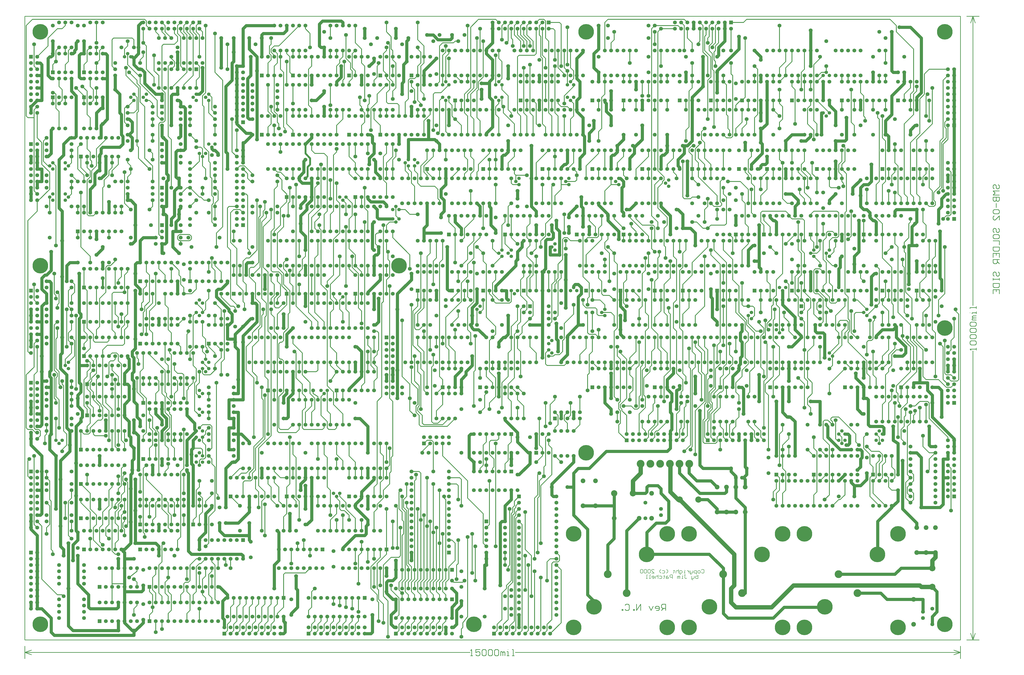
<source format=gbl>
*%FSLAX23Y23*%
*%MOIN*%
G01*
%ADD11C,0.005*%
%ADD12C,0.006*%
%ADD13C,0.007*%
%ADD14C,0.008*%
%ADD15C,0.010*%
%ADD16C,0.012*%
%ADD17C,0.015*%
%ADD18C,0.020*%
%ADD19C,0.030*%
%ADD20C,0.032*%
%ADD21C,0.036*%
%ADD22C,0.042*%
%ADD23C,0.050*%
%ADD24C,0.050*%
%ADD25C,0.052*%
%ADD26C,0.055*%
%ADD27C,0.056*%
%ADD28C,0.059*%
%ADD29C,0.062*%
%ADD30C,0.066*%
%ADD31C,0.070*%
%ADD32C,0.070*%
%ADD33C,0.075*%
%ADD34C,0.079*%
%ADD35C,0.090*%
%ADD36C,0.100*%
%ADD37C,0.104*%
%ADD38C,0.125*%
%ADD39C,0.129*%
%ADD40C,0.140*%
%ADD41C,0.160*%
%ADD42C,0.225*%
%ADD43C,0.229*%
%ADD44C,0.250*%
%ADD45C,0.250*%
%ADD46R,0.062X0.062*%
%ADD47R,0.066X0.066*%
%ADD48R,0.250X0.250*%
D12*
X12863Y4270D02*
X12873Y4280D01*
X12893D01*
X12903Y4270D01*
Y4230D01*
X12893Y4220D01*
X12873D01*
X12863Y4230D01*
X12833Y4220D02*
X12813D01*
X12803Y4230D01*
Y4250D01*
X12813Y4260D01*
X12833D01*
X12843Y4250D01*
Y4230D01*
X12833Y4220D01*
X12783Y4200D02*
Y4260D01*
X12753D01*
X12743Y4250D01*
Y4230D01*
X12753Y4220D01*
X12783D01*
X12723Y4230D02*
Y4260D01*
Y4230D02*
X12713Y4220D01*
X12683D01*
Y4210D01*
X12693Y4200D01*
X12703D01*
X12683Y4220D02*
Y4260D01*
X12663D02*
Y4220D01*
Y4240D01*
X12653Y4250D01*
X12643Y4260D01*
X12633D01*
X12603Y4220D02*
X12583D01*
X12593D01*
Y4260D01*
X12603D01*
X12593Y4280D02*
X12594D01*
X12533Y4200D02*
X12523D01*
X12513Y4210D01*
Y4260D01*
X12543D01*
X12553Y4250D01*
Y4230D01*
X12543Y4220D01*
X12513D01*
X12493D02*
Y4280D01*
Y4250D02*
Y4220D01*
Y4250D02*
X12483Y4260D01*
X12463D01*
X12453Y4250D01*
Y4220D01*
X12423Y4260D02*
Y4270D01*
Y4260D02*
X12433D01*
X12413D01*
X12423D01*
Y4230D01*
X12413Y4220D01*
X12323Y4240D02*
X12303Y4220D01*
X12323Y4240D02*
Y4260D01*
X12303Y4280D01*
X12263Y4260D02*
X12233D01*
X12263D02*
X12273Y4250D01*
Y4230D01*
X12263Y4220D01*
X12233D01*
X12213D02*
X12193Y4240D01*
Y4260D01*
X12213Y4280D01*
X12103Y4220D02*
X12063D01*
X12103D02*
X12063Y4260D01*
Y4270D01*
X12073Y4280D01*
X12093D01*
X12103Y4270D01*
X12043D02*
X12033Y4280D01*
X12013D01*
X12003Y4270D01*
Y4230D01*
X12013Y4220D01*
X12033D01*
X12043Y4230D01*
Y4270D01*
X11983D02*
X11973Y4280D01*
X11953D01*
X11943Y4270D01*
Y4230D01*
X11953Y4220D01*
X11973D01*
X11983Y4230D01*
Y4270D01*
X11923D02*
X11913Y4280D01*
X11893D01*
X11883Y4270D01*
Y4230D01*
X11893Y4220D01*
X11913D01*
X11923Y4230D01*
Y4270D01*
X12808Y4195D02*
Y4135D01*
X12778D01*
X12768Y4145D01*
Y4155D01*
Y4165D01*
X12778Y4175D01*
X12808D01*
X12748D02*
Y4145D01*
X12738Y4135D01*
X12708D01*
Y4125D01*
X12718Y4115D01*
X12728D01*
X12708Y4135D02*
Y4175D01*
X12608Y4195D02*
X12588D01*
X12598D02*
X12608D01*
X12598D02*
Y4145D01*
X12608Y4135D01*
X12618D01*
X12628Y4145D01*
X12568Y4135D02*
X12548D01*
X12558D01*
Y4175D01*
X12568D01*
X12558Y4195D02*
X12559D01*
X12518Y4175D02*
Y4135D01*
Y4175D02*
X12508D01*
X12498Y4165D01*
Y4135D01*
Y4165D01*
X12488Y4175D01*
X12478Y4165D01*
Y4135D01*
X12398D02*
Y4195D01*
X12368D01*
X12358Y4185D01*
Y4165D01*
X12368Y4155D01*
X12398D01*
X12328Y4175D02*
X12308D01*
X12298Y4165D01*
Y4135D01*
X12328D01*
X12338Y4145D01*
X12328Y4155D01*
X12298D01*
X12268Y4175D02*
Y4185D01*
Y4175D02*
X12278D01*
X12258D01*
X12268D01*
Y4145D01*
X12258Y4135D01*
X12218Y4175D02*
X12188D01*
X12218D02*
X12228Y4165D01*
Y4145D01*
X12218Y4135D01*
X12188D01*
X12168D02*
Y4195D01*
Y4165D02*
Y4135D01*
Y4165D02*
X12158Y4175D01*
X12138D01*
X12128Y4165D01*
Y4135D01*
X12098D02*
X12078D01*
X12098D02*
X12108Y4145D01*
Y4165D01*
X12098Y4175D01*
X12078D01*
X12068Y4165D01*
Y4155D01*
X12108D01*
X12048Y4135D02*
X12028D01*
X12038D01*
Y4195D01*
X12048D01*
X11998Y4135D02*
X11978D01*
X11988D01*
Y4195D01*
X11998D01*
D15*
X12288Y3725D02*
Y3625D01*
Y3725D02*
X12238D01*
X12221Y3708D01*
Y3675D01*
X12238Y3658D01*
X12288D01*
X12255D02*
X12221Y3625D01*
X12171D02*
X12138D01*
X12171D02*
X12188Y3642D01*
Y3675D01*
X12171Y3692D01*
X12138D01*
X12121Y3675D01*
Y3658D01*
X12188D01*
X12088Y3692D02*
X12055Y3625D01*
X12021Y3692D01*
X11888Y3725D02*
Y3625D01*
X11821D02*
X11888Y3725D01*
X11821D02*
Y3625D01*
X11788D02*
Y3642D01*
X11772D01*
Y3625D01*
X11788D01*
X11655Y3725D02*
X11638Y3708D01*
X11655Y3725D02*
X11688D01*
X11705Y3708D01*
Y3642D01*
X11688Y3625D01*
X11655D01*
X11638Y3642D01*
X11605D02*
Y3625D01*
Y3642D02*
X11588D01*
Y3625D01*
X11605D01*
X17555Y10383D02*
X17538Y10400D01*
Y10433D01*
X17555Y10450D01*
X17571D01*
X17588Y10433D01*
Y10400D01*
X17605Y10383D01*
X17621D01*
X17638Y10400D01*
Y10433D01*
X17621Y10450D01*
X17638Y10350D02*
X17538D01*
X17571Y10317D01*
X17538Y10283D01*
X17638D01*
Y10250D02*
X17538D01*
X17638D02*
Y10200D01*
X17621Y10183D01*
X17605D01*
X17588Y10200D01*
Y10250D01*
X17589D01*
X17588D02*
X17589D01*
X17588D02*
X17589D01*
X17588D02*
Y10200D01*
X17571Y10183D01*
X17555D01*
X17538Y10200D01*
Y10250D01*
X17588Y10150D02*
Y10083D01*
X17555Y10050D02*
X17538Y10033D01*
Y10000D01*
X17555Y9983D01*
X17621D01*
X17638Y10000D01*
Y10033D01*
X17621Y10050D01*
X17555D01*
X17638Y9950D02*
Y9884D01*
Y9950D02*
X17571Y9884D01*
X17555D01*
X17538Y9900D01*
Y9934D01*
X17555Y9950D01*
X17538Y9700D02*
X17555Y9684D01*
X17538Y9700D02*
Y9734D01*
X17555Y9750D01*
X17571D01*
X17588Y9734D01*
Y9700D01*
X17605Y9684D01*
X17621D01*
X17638Y9700D01*
Y9734D01*
X17621Y9750D01*
X17538Y9634D02*
Y9600D01*
Y9634D02*
X17555Y9650D01*
X17621D01*
X17638Y9634D01*
Y9600D01*
X17621Y9584D01*
X17555D01*
X17538Y9600D01*
Y9550D02*
X17638D01*
Y9484D01*
Y9450D02*
X17538D01*
X17638D02*
Y9400D01*
X17621Y9384D01*
X17555D01*
X17538Y9400D01*
Y9450D01*
Y9350D02*
Y9284D01*
Y9350D02*
X17638D01*
Y9284D01*
X17588Y9317D02*
Y9350D01*
X17638Y9250D02*
X17538D01*
Y9200D01*
X17555Y9184D01*
X17588D01*
X17605Y9200D01*
Y9250D01*
Y9217D02*
X17638Y9184D01*
X17538Y9000D02*
X17555Y8984D01*
X17538Y9000D02*
Y9034D01*
X17555Y9050D01*
X17571D01*
X17588Y9034D01*
Y9000D01*
X17605Y8984D01*
X17621D01*
X17638Y9000D01*
Y9034D01*
X17621Y9050D01*
X17538Y8950D02*
Y8917D01*
Y8934D01*
X17638D01*
Y8950D01*
Y8917D01*
Y8867D02*
X17538D01*
X17638D02*
Y8817D01*
X17621Y8801D01*
X17555D01*
X17538Y8817D01*
Y8867D01*
Y8767D02*
Y8701D01*
Y8767D02*
X17638D01*
Y8701D01*
X17588Y8734D02*
Y8767D01*
X17313Y13150D02*
X17113D01*
Y3150D02*
X17313D01*
X17013Y2950D02*
X9876D01*
X9150D02*
X2013D01*
Y13150D02*
X17013D01*
Y3150D02*
X2013D01*
X17213Y8513D02*
Y13150D01*
Y7787D02*
Y3150D01*
X17013Y3050D02*
Y2850D01*
X2013D02*
Y3050D01*
X17013Y3150D02*
Y13150D01*
X2013D02*
Y3150D01*
X17249Y13043D02*
X17213Y13150D01*
X17177Y13043D01*
X17249Y3257D02*
X17213Y3150D01*
X17177Y3257D01*
X17013Y2950D02*
X16906Y2914D01*
Y2986D02*
X17013Y2950D01*
X2120Y2914D02*
X2013Y2950D01*
X2120Y2986D01*
X9160Y2897D02*
X9193D01*
X9176D01*
Y2997D01*
X9177D01*
X9176D02*
X9160Y2980D01*
X9243Y2997D02*
X9310D01*
X9243D02*
Y2947D01*
X9276Y2963D01*
X9293D01*
X9310Y2947D01*
Y2913D01*
X9293Y2897D01*
X9260D01*
X9243Y2913D01*
X9343Y2980D02*
X9360Y2997D01*
X9393D01*
X9410Y2980D01*
Y2913D01*
X9393Y2897D01*
X9360D01*
X9343Y2913D01*
Y2980D01*
X9443D02*
X9460Y2997D01*
X9493D01*
X9510Y2980D01*
Y2913D01*
X9493Y2897D01*
X9460D01*
X9443Y2913D01*
Y2980D01*
X9543D02*
X9560Y2997D01*
X9593D01*
X9610Y2980D01*
Y2913D01*
X9593Y2897D01*
X9560D01*
X9543Y2913D01*
Y2980D01*
X9643Y2963D02*
Y2897D01*
Y2963D02*
X9660D01*
X9676Y2947D01*
Y2897D01*
Y2947D01*
X9693Y2963D01*
X9709Y2947D01*
Y2897D01*
X9743D02*
X9776D01*
X9759D01*
Y2963D01*
X9743D01*
X9759Y2997D02*
X9760D01*
X9826Y2897D02*
X9859D01*
X9843D01*
Y2997D01*
X9826D01*
X17266Y7797D02*
Y7830D01*
Y7813D01*
X17166D01*
X17167D01*
X17166D02*
X17183Y7797D01*
Y7880D02*
X17166Y7897D01*
Y7930D01*
X17183Y7947D01*
X17250D01*
X17266Y7930D01*
Y7897D01*
X17250Y7880D01*
X17183D01*
Y7980D02*
X17166Y7997D01*
Y8030D01*
X17183Y8047D01*
X17250D01*
X17266Y8030D01*
Y7997D01*
X17250Y7980D01*
X17183D01*
Y8080D02*
X17166Y8097D01*
Y8130D01*
X17183Y8147D01*
X17250D01*
X17266Y8130D01*
Y8097D01*
X17250Y8080D01*
X17183D01*
Y8180D02*
X17166Y8197D01*
Y8230D01*
X17183Y8247D01*
X17250D01*
X17266Y8230D01*
Y8197D01*
X17250Y8180D01*
X17183D01*
X17200Y8280D02*
X17266D01*
X17200D02*
Y8297D01*
X17216Y8313D01*
X17266D01*
X17216D01*
X17200Y8330D01*
X17216Y8346D01*
X17266D01*
Y8380D02*
Y8413D01*
Y8396D01*
X17200D01*
Y8380D01*
X17166Y8396D02*
X17167D01*
X17266Y8463D02*
Y8496D01*
Y8480D01*
X17166D01*
Y8463D01*
D16*
X7013Y7450D02*
X6913Y7300D01*
X3813Y4250D02*
X3688Y4150D01*
X9113Y5425D02*
X9363Y5175D01*
X9113Y5700D02*
X8713Y6100D01*
X4213Y5475D02*
X3963Y5725D01*
X16513Y6700D02*
X16813Y6400D01*
X16213Y7850D02*
X16088Y7975D01*
X16263Y7950D02*
X16413Y7800D01*
X13613Y10375D02*
X13488Y10500D01*
X13113Y10275D02*
X12813Y10575D01*
X12163Y10075D02*
X12313Y9925D01*
X13213Y9400D02*
X13363Y9250D01*
X12013Y9625D02*
X11713Y9925D01*
X11613Y9750D02*
X11463Y9900D01*
X15363Y8600D02*
X15513Y8450D01*
X16013Y8400D02*
X16213Y8200D01*
X14913Y11600D02*
X14713Y11800D01*
X15988Y12900D02*
X16263Y12625D01*
X8188Y7250D02*
X8063Y7375D01*
X8188Y9325D02*
X7913Y9600D01*
X6963Y6925D02*
X7113Y6775D01*
X6463Y7750D02*
X6313Y7900D01*
X6463Y7400D02*
X6588Y7275D01*
X3263Y4600D02*
X3113Y4750D01*
X5313Y5450D02*
X5463Y5300D01*
X3063Y9300D02*
X2913Y9450D01*
X2413Y10650D02*
X2288Y10775D01*
X2913Y5350D02*
X3063Y5200D01*
X7888Y3950D02*
X8013Y3825D01*
X2963Y11875D02*
X2838Y12000D01*
X4663Y10400D02*
X4813Y10250D01*
X3838Y12200D02*
X3663Y12375D01*
X4363Y9200D02*
X4488Y9075D01*
X2288Y4125D02*
X2538Y3875D01*
X4263Y7475D02*
X4013Y7725D01*
X5163Y8650D02*
X5313Y8500D01*
X4138Y11800D02*
X3863Y12075D01*
X3963Y12300D02*
X4088Y12175D01*
X5063Y12250D02*
X5188Y12125D01*
X3838Y10875D02*
X4013Y10700D01*
X4063Y10750D02*
X3938Y10875D01*
X3813Y12125D02*
X3688Y12250D01*
X5563Y7475D02*
X5688Y7350D01*
X7163Y5250D02*
X7313Y5100D01*
X6613Y8250D02*
X6363Y8500D01*
X6563Y8400D02*
X6713Y8250D01*
X6813D02*
X6663Y8400D01*
X5663Y10625D02*
X5538Y10750D01*
X8238Y7875D02*
X8363Y7750D01*
X9413Y8325D02*
X9563Y8175D01*
X13613Y8225D02*
X13738Y8100D01*
X11663Y6350D02*
X11538Y6475D01*
X13263Y9200D02*
X13063Y9400D01*
X15563Y5450D02*
X15713Y5300D01*
X15813D02*
X15613Y5500D01*
X15338Y6450D02*
X15063Y6725D01*
X16663Y7325D02*
X16788Y7200D01*
X16463Y7800D02*
X16313Y7950D01*
X13163Y9175D02*
X13013Y9325D01*
X15213Y7925D02*
X15513Y7625D01*
X15913Y9125D02*
X15763Y9275D01*
X14863Y8625D02*
X14738Y8750D01*
X3838Y12000D02*
X3638Y12200D01*
X9688Y11600D02*
X9863Y11425D01*
X5438Y8500D02*
X5313Y8625D01*
X13413Y8400D02*
X13563Y8250D01*
X13588Y8200D02*
X13713Y8075D01*
X13588Y8275D02*
X13463Y8400D01*
X3063Y5500D02*
X2913Y5650D01*
X14913Y7750D02*
X15063Y7900D01*
X8813Y12050D02*
X8688Y11925D01*
X10463Y5800D02*
X10288Y5625D01*
X12763Y8350D02*
X12913Y8500D01*
X15988Y7225D02*
X16213Y7450D01*
X12713Y9000D02*
X12563Y8850D01*
X12738Y9225D02*
X12963Y9450D01*
X16313Y11175D02*
X16563Y11425D01*
X16363Y11275D02*
X16213Y11125D01*
X16113Y11425D02*
X16263Y11575D01*
X11263Y9575D02*
X11013Y9325D01*
X9663Y9300D02*
X9513Y9150D01*
X16063Y7200D02*
X16313Y7450D01*
X11213Y10950D02*
X11013Y10750D01*
X10413Y11000D02*
X10213Y10800D01*
X7813Y12050D02*
X7663Y11900D01*
X10663Y11875D02*
X10813Y12025D01*
X9213Y9900D02*
X9063Y9750D01*
X11813Y10700D02*
X12013Y10900D01*
X9463Y10950D02*
X9288Y10775D01*
X8563Y10900D02*
X8413Y10750D01*
X15513Y8350D02*
X15663Y8500D01*
X5963Y6425D02*
X5763Y6225D01*
X3163Y11025D02*
X3313Y11175D01*
X2413Y10375D02*
X2238Y10200D01*
X12163Y6500D02*
X12313Y6650D01*
X7713Y4475D02*
X7563Y4325D01*
X7663Y4375D02*
X7813Y4525D01*
X7888Y4475D02*
X7763Y4350D01*
X10438Y3250D02*
X10613Y3425D01*
X8388Y6175D02*
X8513Y6300D01*
X2213Y12500D02*
X2388Y12675D01*
Y12800D02*
X2538Y12950D01*
X2163Y7525D02*
X2038Y7400D01*
X2063Y9875D02*
X2213Y10025D01*
X3188Y6675D02*
X3063Y6550D01*
X4563Y12050D02*
X4713Y12200D01*
X4613Y12250D02*
X4363Y12000D01*
X4813Y10825D02*
X4688Y10700D01*
X5788Y8200D02*
X5663Y8075D01*
X5463Y5900D02*
X5313Y5750D01*
X6063Y8375D02*
X6213Y8525D01*
X6913Y8850D02*
X7063Y9000D01*
X6613Y9925D02*
X6763Y10075D01*
X5963Y9900D02*
X5838Y9775D01*
X5788Y9125D02*
X5663Y9000D01*
X5613Y9275D02*
X5738Y9400D01*
X6088Y12675D02*
X6413Y13000D01*
X10113Y8300D02*
X9988Y8175D01*
X9013Y8575D02*
X8763Y8325D01*
X14913Y7250D02*
X15163Y7500D01*
X14013Y7375D02*
X13888Y7250D01*
X14213Y9500D02*
X14363Y9650D01*
X15163Y8500D02*
X15013Y8350D01*
X15113Y7875D02*
X14963Y7725D01*
X5838Y6400D02*
X5688Y6250D01*
X5713Y6225D02*
X5863Y6375D01*
X9163Y12975D02*
X9288Y13100D01*
X8913Y6700D02*
X8788Y6575D01*
X10663Y8225D02*
X10813Y8375D01*
X2163Y6100D02*
Y5000D01*
Y10350D02*
Y11650D01*
Y12350D02*
Y12700D01*
Y7400D02*
Y6550D01*
Y7525D02*
Y7900D01*
Y8600D02*
Y8850D01*
X2063Y6025D02*
Y5775D01*
X2038Y6550D02*
Y7400D01*
X2063Y7775D02*
Y9875D01*
X2038Y11550D02*
Y13000D01*
X2163Y5000D02*
X2213Y4950D01*
Y10300D02*
X2163Y10350D01*
X2213Y12300D02*
X2163Y12350D01*
Y6550D02*
X2188Y6525D01*
X2138D02*
X2188Y6475D01*
X2213Y8550D02*
X2163Y8600D01*
X2063Y5775D02*
X2088Y5750D01*
X2063Y6525D02*
X2038Y6550D01*
X2088Y7750D02*
X2063Y7775D01*
Y11525D02*
X2038Y11550D01*
X2163Y11650D02*
X2213Y11700D01*
Y7450D02*
X2163Y7400D01*
Y7900D02*
X2213Y7950D01*
X2088Y6050D02*
X2063Y6025D01*
X2038Y13000D02*
X2138Y13100D01*
X2363Y6500D02*
Y6450D01*
X2338Y6425D02*
Y6300D01*
X2288Y10775D02*
Y11125D01*
X2363Y5850D02*
Y5750D01*
Y6500D02*
Y6600D01*
X2313Y10825D02*
Y11150D01*
X2363Y4950D02*
Y4850D01*
X2288Y4975D02*
Y4125D01*
X2213Y11200D02*
Y11600D01*
Y7850D02*
Y7450D01*
X2263Y6500D02*
Y6425D01*
X2213Y10025D02*
Y10200D01*
X2363Y5750D02*
X2413Y5700D01*
X2388Y10750D02*
X2313Y10825D01*
X2363Y5350D02*
X2413Y5300D01*
X2288Y11125D02*
X2213Y11200D01*
X2238Y6525D02*
X2263Y6500D01*
X2213Y5050D02*
X2288Y4975D01*
X2338Y6425D02*
X2363Y6450D01*
X2313Y11150D02*
X2363Y11200D01*
X2413Y5000D02*
X2363Y4950D01*
X2213Y6375D02*
X2263Y6425D01*
X2513Y6350D02*
Y6700D01*
Y12425D02*
Y12600D01*
X2563Y12150D02*
Y12025D01*
X2513Y11900D02*
Y11675D01*
X2563Y11625D02*
Y11350D01*
X2513Y7000D02*
Y6950D01*
X2488Y7025D02*
Y7400D01*
X2513Y7350D02*
Y7050D01*
X2563Y7000D02*
Y6550D01*
X2538Y7375D02*
Y7425D01*
X2488Y7475D02*
Y8200D01*
X2563Y7450D02*
Y7250D01*
X2538Y8000D02*
Y8150D01*
X2513Y7975D02*
Y7500D01*
Y9475D02*
Y10750D01*
X2538Y8525D02*
Y8475D01*
X2563Y8550D02*
Y8700D01*
X2513Y8650D02*
Y8625D01*
Y8650D02*
Y8675D01*
X2488Y8700D02*
Y9025D01*
X2413Y10375D02*
Y10650D01*
X2463Y4575D02*
Y4525D01*
Y12250D02*
Y12375D01*
Y11850D02*
Y11750D01*
X2413Y10250D02*
Y10000D01*
X2438Y5375D02*
Y4600D01*
X2413Y5400D02*
Y5700D01*
Y5300D02*
Y5000D01*
X2388Y12675D02*
Y12800D01*
X2563Y12025D02*
X2613Y11975D01*
X2513Y11900D02*
X2488Y11925D01*
X2513Y11675D02*
X2563Y11625D01*
Y7250D02*
X2588Y7225D01*
X2488Y7025D02*
X2513Y7000D01*
Y7050D02*
X2563Y7000D01*
X2538Y7425D02*
X2488Y7475D01*
X2513Y7500D02*
X2563Y7450D01*
Y8700D02*
X2538Y8725D01*
X2488Y8700D02*
X2513Y8675D01*
Y10750D02*
X2463Y10800D01*
X2438Y4600D02*
X2463Y4575D01*
X2438Y5375D02*
X2413Y5400D01*
X2513Y12600D02*
X2563Y12650D01*
X2613Y11800D02*
X2563Y11750D01*
X2538Y7375D02*
X2513Y7350D01*
X2488Y8200D02*
X2538Y8250D01*
Y8000D02*
X2513Y7975D01*
X2538Y8525D02*
X2563Y8550D01*
X2463Y12375D02*
X2513Y12425D01*
X2538Y3875D02*
X2613D01*
X2688Y6275D02*
Y6450D01*
X2763Y10300D02*
Y10400D01*
Y5050D02*
Y4900D01*
X2713Y12425D02*
Y12600D01*
X2763Y10900D02*
Y10800D01*
Y10900D02*
Y11000D01*
Y10475D02*
Y10400D01*
Y10475D02*
Y10500D01*
Y7300D02*
Y7200D01*
Y7000D02*
Y6900D01*
Y7000D02*
Y7100D01*
Y8350D02*
Y8450D01*
Y8550D02*
Y8675D01*
Y7900D02*
Y7750D01*
Y8125D02*
Y8250D01*
X2713Y8075D02*
Y7950D01*
Y5375D02*
Y4825D01*
X2763Y5425D02*
Y5550D01*
X2713Y8500D02*
Y8750D01*
X2688Y8450D02*
Y7850D01*
X2638Y7225D02*
Y6500D01*
X2613Y7250D02*
Y7300D01*
Y6200D02*
Y6175D01*
X2663Y5350D02*
Y5100D01*
Y12250D02*
Y12375D01*
Y12550D02*
Y12650D01*
X2613Y11975D02*
Y11800D01*
X2663Y11750D02*
Y11850D01*
Y13000D02*
Y13050D01*
Y7650D02*
Y7550D01*
X2588Y7225D02*
Y7200D01*
X2863Y10500D02*
X2763Y10600D01*
Y8900D02*
X2813Y8850D01*
X2763Y8000D02*
X2813Y7950D01*
X2763Y7900D02*
X2713Y7950D01*
X2738Y4800D02*
X2763Y4775D01*
X2738Y4800D02*
X2713Y4825D01*
X2763Y8450D02*
X2713Y8500D01*
X2613Y7250D02*
X2638Y7225D01*
Y6500D02*
X2688Y6450D01*
X2613Y3875D02*
X2638Y3850D01*
X2713Y10250D02*
X2763Y10300D01*
X2713Y12600D02*
X2763Y12650D01*
Y10800D02*
X2713Y10750D01*
X2813Y8725D02*
X2763Y8675D01*
X2813Y7700D02*
X2713Y7600D01*
Y8075D02*
X2763Y8125D01*
Y5425D02*
X2713Y5375D01*
Y8750D02*
X2763Y8800D01*
X2688Y6275D02*
X2613Y6200D01*
X2663Y12375D02*
X2713Y12425D01*
X2613Y12950D02*
X2663Y13000D01*
X2763Y7750D02*
X2663Y7650D01*
X4588Y4075D02*
X4638D01*
X8888D02*
X9038D01*
X3613Y4050D02*
X3413D01*
X2963Y10500D02*
Y10600D01*
Y12250D02*
Y12375D01*
Y11850D02*
Y11750D01*
Y11850D02*
Y11875D01*
Y10100D02*
Y10000D01*
Y7325D02*
Y6900D01*
Y8800D02*
Y9100D01*
Y7725D02*
Y7700D01*
Y7825D02*
Y7900D01*
Y8100D02*
Y8250D01*
X2913Y9450D02*
Y10325D01*
Y5400D02*
Y5350D01*
Y10725D02*
Y10900D01*
Y6500D02*
Y6200D01*
X2863Y10700D02*
Y11050D01*
Y9700D02*
Y9600D01*
Y10000D02*
Y10100D01*
X2813Y8850D02*
Y8725D01*
Y7950D02*
Y7700D01*
X2838Y7175D02*
Y8350D01*
X2963Y6900D02*
X3013Y6850D01*
Y8050D02*
X2963Y8100D01*
X3013Y8750D02*
X2963Y8800D01*
X3013Y11950D02*
X2938Y12025D01*
X2913Y10725D02*
X3013Y10625D01*
X2913Y6500D02*
X2963Y6450D01*
Y10600D02*
X2863Y10700D01*
Y11050D02*
X2913Y11100D01*
X2963Y12375D02*
X3013Y12425D01*
Y7375D02*
X2963Y7325D01*
Y7725D02*
X3063Y7825D01*
X2963Y7900D02*
X3013Y7950D01*
X6188Y4225D02*
X6513D01*
X3163Y7425D02*
Y7700D01*
Y10750D02*
Y11025D01*
Y12550D02*
Y12650D01*
Y11850D02*
Y11750D01*
Y11850D02*
Y12000D01*
Y12250D02*
Y12400D01*
Y12725D02*
Y13050D01*
Y8800D02*
Y8550D01*
Y5150D02*
Y5000D01*
Y7000D02*
Y7325D01*
Y8000D02*
Y8125D01*
X3113Y6500D02*
Y6450D01*
Y4950D02*
Y4750D01*
Y7050D02*
Y7125D01*
X3088Y7300D02*
Y7350D01*
Y10525D02*
Y10675D01*
Y10750D02*
Y10825D01*
X3113Y11800D02*
Y11975D01*
Y7625D02*
Y7550D01*
Y7050D02*
Y7000D01*
Y6875D02*
Y6750D01*
X3063Y7175D02*
Y7275D01*
Y9200D02*
Y9300D01*
X3013Y9975D02*
Y10525D01*
X3063Y10575D02*
Y10675D01*
Y10850D02*
Y10975D01*
X3013Y11025D02*
Y11200D01*
Y10800D02*
Y10725D01*
X3063Y5200D02*
Y4900D01*
X3013Y5650D02*
Y5800D01*
Y12425D02*
Y12600D01*
X3063Y12150D02*
Y12025D01*
Y11525D02*
Y11350D01*
X3013Y11575D02*
Y11950D01*
Y10900D02*
Y10800D01*
Y10625D02*
Y10600D01*
X3063Y9700D02*
Y9600D01*
Y7425D02*
Y7325D01*
X3013Y7275D02*
Y7250D01*
X3063Y7675D02*
Y7700D01*
Y7125D02*
Y6925D01*
X3013Y7175D02*
Y7250D01*
X3063Y4775D02*
Y4600D01*
X3013Y6500D02*
Y6575D01*
X3063Y6625D02*
Y6850D01*
X3013Y6900D02*
Y6950D01*
X3063Y6550D02*
Y6475D01*
X3013Y6750D02*
Y6850D01*
Y7375D02*
Y7450D01*
X3063Y7500D02*
Y7600D01*
Y7825D02*
Y8000D01*
X3013Y7950D02*
Y8050D01*
Y8150D02*
Y8750D01*
X3113Y8050D02*
Y7950D01*
X3063Y5500D02*
Y5250D01*
X3238Y6925D02*
X3163Y7000D01*
X3113Y6450D02*
X3138Y6425D01*
X3213Y6900D02*
X3113Y7000D01*
Y7125D02*
X3063Y7175D01*
X3088Y10825D02*
X3063Y10850D01*
Y10975D02*
X3013Y11025D01*
Y10725D02*
X3063Y10675D01*
X3013Y9975D02*
X3038Y9950D01*
X3113Y11975D02*
X3063Y12025D01*
X3013Y11575D02*
X3063Y11525D01*
Y7675D02*
X3113Y7625D01*
X3063Y6925D02*
X3113Y6875D01*
X3063Y7125D02*
X3013Y7175D01*
X3063Y5250D02*
X3163Y5150D01*
X3063Y6850D02*
X3013Y6900D01*
X3063Y7600D02*
X3038Y7625D01*
X3113Y8050D02*
X3013Y8150D01*
X3113Y7950D02*
X3138Y7925D01*
X3163Y12400D02*
X3213Y12450D01*
X3188Y7350D02*
X3163Y7325D01*
Y8125D02*
X3213Y8175D01*
X3163Y5000D02*
X3113Y4950D01*
X3088Y7350D02*
X3163Y7425D01*
X3088Y10675D02*
X3163Y10750D01*
Y10000D02*
X3113Y9950D01*
X3088Y7300D02*
X3063Y7275D01*
Y10500D02*
X3088Y10525D01*
X3063Y10575D02*
X3013Y10525D01*
Y12600D02*
X3063Y12650D01*
X3113Y11800D02*
X3063Y11750D01*
X3113Y7475D02*
X3063Y7425D01*
Y7325D02*
X3013Y7275D01*
X3063Y6625D02*
X3013Y6575D01*
X3063Y6475D02*
X3038Y6450D01*
X3013Y7450D02*
X3038Y7475D01*
X3063Y7500D01*
X10438Y4450D02*
X10538D01*
X8013Y4475D02*
X7888D01*
X4813Y4450D02*
X4763D01*
X10488Y4400D02*
X10563D01*
X4838Y4375D02*
X4813D01*
X3313Y4825D02*
Y4950D01*
X3263Y5000D02*
Y5200D01*
X3313Y11175D02*
Y11200D01*
X3288Y10525D02*
Y10425D01*
X3263Y10400D02*
Y10000D01*
X3313Y7050D02*
Y6950D01*
X3263Y6925D02*
Y7700D01*
Y6875D02*
Y6700D01*
Y7700D02*
Y7800D01*
X3313Y8725D02*
Y9125D01*
X3213Y4950D02*
Y4725D01*
Y12450D02*
Y12600D01*
Y6900D02*
Y6825D01*
X3238Y6900D02*
Y6925D01*
X3188Y7350D02*
Y7375D01*
X3213Y8175D02*
Y8625D01*
X3313Y4825D02*
X3363Y4775D01*
X3413Y6850D02*
X3313Y6950D01*
X3263Y6925D02*
X3363Y6825D01*
X3213Y4725D02*
X3263Y4675D01*
Y6875D02*
X3238Y6900D01*
X3363Y5000D02*
X3313Y4950D01*
X3263Y5200D02*
X3363Y5300D01*
X3288Y10525D02*
X3363Y10600D01*
X3288Y10425D02*
X3263Y10400D01*
X3363Y7400D02*
X3338Y7375D01*
X3313Y9125D02*
X3338Y9150D01*
X3263Y5000D02*
X3213Y4950D01*
Y12600D02*
X3263Y12650D01*
Y6700D02*
X3238Y6675D01*
X3213Y8625D02*
X3313Y8725D01*
X3338Y7875D02*
X3263Y7800D01*
X3338Y7925D02*
X3363Y7950D01*
X3463Y4525D02*
X3513D01*
X3463Y5275D02*
Y5325D01*
X3513Y5375D02*
Y5400D01*
X3463Y5200D02*
Y5025D01*
X3513Y5250D02*
Y5325D01*
Y5200D02*
Y5100D01*
Y6850D02*
Y7050D01*
Y5775D02*
Y5650D01*
Y10775D02*
Y10900D01*
X3463Y10100D02*
Y10000D01*
Y9100D02*
Y8800D01*
X3513Y7375D02*
Y7250D01*
Y6500D02*
Y6275D01*
Y5575D02*
Y5500D01*
Y4975D02*
Y4750D01*
X3463Y4700D02*
Y4600D01*
Y6250D02*
Y7325D01*
X3513Y8875D02*
Y8925D01*
Y8325D02*
Y8175D01*
X3463Y8375D02*
Y8550D01*
Y9225D02*
Y9250D01*
X3413Y5400D02*
Y5275D01*
Y5600D02*
Y5650D01*
Y5100D02*
Y4575D01*
Y10725D02*
Y10800D01*
Y4300D02*
Y4000D01*
Y3750D01*
Y10800D02*
Y10900D01*
Y10675D02*
Y10600D01*
Y6500D02*
Y6200D01*
Y7475D02*
Y7550D01*
Y7400D02*
Y7250D01*
Y6850D02*
Y6750D01*
Y7050D02*
Y7175D01*
X3363Y5225D02*
Y5000D01*
Y5300D02*
Y5550D01*
Y10600D02*
Y10675D01*
Y9700D02*
Y9600D01*
Y6825D02*
Y6350D01*
Y7950D02*
Y8000D01*
X3413Y12350D02*
Y12775D01*
X3463Y8075D02*
Y8000D01*
X3413Y8125D02*
Y8700D01*
X3363Y7600D02*
Y7400D01*
X3463Y7650D02*
Y7700D01*
X3513Y7725D02*
Y7625D01*
X3463Y5025D02*
X3513Y4975D01*
Y6200D02*
X3463Y6250D01*
X3513Y8325D02*
X3463Y8375D01*
X3413Y4575D02*
X3463Y4525D01*
Y12300D02*
X3413Y12350D01*
Y7475D02*
X3513Y7375D01*
X3463Y8075D02*
X3413Y8125D01*
X3513Y7625D02*
X3563Y7575D01*
X3513Y7725D02*
X3488Y7750D01*
X3563Y5250D02*
X3513Y5200D01*
X3463Y5325D02*
X3513Y5375D01*
Y5250D02*
X3463Y5200D01*
X3513Y5325D02*
X3563Y5375D01*
X3513Y5575D02*
X3563Y5625D01*
X3513Y4750D02*
X3463Y4700D01*
X3513Y8925D02*
X3563Y8975D01*
X3413Y10675D02*
X3513Y10775D01*
X3463Y9225D02*
X3388Y9150D01*
X3413Y5275D02*
X3363Y5225D01*
Y5550D02*
X3413Y5600D01*
X3363Y10675D02*
X3413Y10725D01*
Y12775D02*
X3438Y12800D01*
Y8725D02*
X3413Y8700D01*
X3388Y7625D02*
X3363Y7600D01*
X3438Y7625D02*
X3463Y7650D01*
X3363Y7700D02*
X3413Y7750D01*
X8813Y4750D02*
X8863D01*
X3663Y5000D02*
Y5675D01*
Y10500D02*
Y10575D01*
X3713Y10625D02*
Y10700D01*
Y10750D01*
X3663Y10800D02*
Y10850D01*
Y12675D02*
Y12750D01*
Y12550D02*
Y12375D01*
Y8800D02*
Y8550D01*
Y9050D02*
Y9100D01*
Y8550D02*
Y8375D01*
X3613Y5825D02*
Y5800D01*
X3588Y5775D02*
Y5700D01*
X3613Y5100D02*
Y5050D01*
X3588Y5025D02*
Y4950D01*
X3613Y4925D02*
Y4825D01*
X3638Y5700D02*
Y5725D01*
X3613Y5400D02*
Y5200D01*
Y11450D02*
Y11675D01*
Y12500D02*
Y12625D01*
Y6300D02*
Y6200D01*
Y5650D02*
Y5525D01*
Y6375D02*
Y6500D01*
Y10150D02*
Y10650D01*
X3638Y12200D02*
Y12325D01*
X3563Y5150D02*
Y4900D01*
Y5250D02*
Y5300D01*
Y5375D02*
Y5475D01*
Y10000D02*
Y10100D01*
Y5900D02*
Y5625D01*
Y8250D02*
Y8375D01*
Y8975D02*
Y9100D01*
X3613Y8325D02*
Y8200D01*
X3563Y8150D02*
Y8000D01*
X3613Y7900D02*
Y8125D01*
X3663Y8175D02*
Y8250D01*
X3613Y8725D02*
Y9000D01*
X3563Y7575D02*
Y6350D01*
X3588Y5700D02*
X3613Y5650D01*
X3713Y10750D02*
X3663Y10800D01*
X3588Y4950D02*
X3613Y4925D01*
X3663Y5675D02*
X3638Y5700D01*
X3663Y11400D02*
X3613Y11450D01*
Y6375D02*
X3638Y6350D01*
X3713Y10050D02*
X3613Y10150D01*
X3563Y6350D02*
X3613Y6300D01*
X3763Y12775D02*
X3738Y12800D01*
X3713Y10625D02*
X3663Y10575D01*
Y11700D02*
X3763Y11800D01*
X3613Y5800D02*
X3588Y5775D01*
X3663Y5000D02*
X3638Y4975D01*
X3588Y5025D02*
X3613Y5050D01*
Y11675D02*
X3638Y11700D01*
X3613Y12625D02*
X3663Y12675D01*
Y8375D02*
X3613Y8325D01*
Y5200D02*
X3563Y5150D01*
Y5900D02*
X3613Y5950D01*
Y5525D02*
X3563Y5475D01*
X3588Y7875D02*
X3613Y7900D01*
X3563Y8150D02*
X3613Y8200D01*
X3663Y8175D02*
X3613Y8125D01*
Y9000D02*
X3663Y9050D01*
X3913Y12725D02*
Y12950D01*
X3938Y4850D02*
Y4800D01*
Y8425D02*
Y8500D01*
Y10875D02*
Y11700D01*
X3863Y5125D02*
Y5000D01*
X3913Y4875D02*
Y5900D01*
X3863Y5800D02*
Y5525D01*
X3913Y6350D02*
Y6425D01*
X3863Y7125D02*
Y7450D01*
X3913Y7500D02*
Y7750D01*
Y7025D02*
Y6950D01*
Y12500D02*
Y12575D01*
X3863Y12450D02*
Y12400D01*
Y12200D02*
Y12125D01*
Y5400D02*
Y5300D01*
X3913Y7250D02*
Y7350D01*
X3888Y8450D02*
Y8550D01*
X3913Y8575D02*
Y8775D01*
Y8400D02*
Y8075D01*
X3863Y12075D02*
Y12125D01*
Y12025D02*
Y11775D01*
X3813Y7350D02*
Y7125D01*
Y4300D02*
Y4250D01*
Y11650D02*
Y11850D01*
Y3750D02*
Y3700D01*
X3838Y7575D02*
Y7650D01*
X3813Y7675D02*
Y7750D01*
Y11150D02*
Y11600D01*
X3838Y11050D02*
Y10875D01*
X3813Y11075D02*
Y11150D01*
X3838Y11625D02*
Y12000D01*
X3813Y12075D02*
Y12125D01*
X3763Y3650D02*
Y3550D01*
X3813Y4000D02*
Y4075D01*
X3763Y12650D02*
Y12775D01*
X3963Y13075D02*
X3938Y13100D01*
X3913Y4875D02*
X3938Y4850D01*
X3963Y7025D02*
X3863Y7125D01*
X3963Y12675D02*
X3913Y12725D01*
X3863Y11775D02*
X3938Y11700D01*
X3813Y7125D02*
X3913Y7025D01*
X3838Y7650D02*
X3813Y7675D01*
X3838Y11050D02*
X3813Y11075D01*
X3863Y12025D02*
X3813Y12075D01*
X3763Y11900D02*
X3813Y11850D01*
X3763Y4125D02*
X3813Y4075D01*
X3938Y8500D02*
X4013Y8575D01*
X3963Y5950D02*
X3913Y5900D01*
X3863Y7450D02*
X3913Y7500D01*
X3863Y12450D02*
X3913Y12500D01*
Y8575D02*
X3888Y8550D01*
X3913Y8775D02*
X3963Y8825D01*
X3913Y8075D02*
X3888Y8050D01*
X3913Y8400D02*
X3938Y8425D01*
X3813Y11600D02*
X3838Y11625D01*
X3813Y11650D02*
X3763Y11600D01*
X3813Y3700D02*
X3763Y3650D01*
X3913Y6425D02*
X3963Y6475D01*
X7088Y5225D02*
X7138D01*
X3963Y5725D02*
Y5800D01*
X4138Y11550D02*
Y11800D01*
Y6550D02*
Y6500D01*
X4113Y6275D02*
Y6050D01*
Y5350D02*
Y5125D01*
X4063Y5075D02*
Y5000D01*
Y10850D02*
Y10950D01*
X4113Y3450D02*
Y3275D01*
X4063Y3600D02*
Y3875D01*
X4113Y3900D02*
Y3750D01*
X4063Y3950D02*
Y4150D01*
X4113Y4200D02*
Y4300D01*
Y12900D02*
Y12950D01*
X4063Y11500D02*
Y11400D01*
Y11700D02*
Y11750D01*
Y11250D02*
Y11150D01*
X4113Y7100D02*
Y6950D01*
X4063Y8550D02*
Y8700D01*
Y8075D02*
Y7900D01*
Y10100D02*
Y10200D01*
X4088Y12050D02*
Y12175D01*
X4063Y10750D02*
Y10500D01*
X3963Y8200D02*
Y8050D01*
X4013Y6225D02*
Y6050D01*
Y5350D02*
Y5125D01*
Y3550D02*
Y3450D01*
Y3925D02*
Y4000D01*
X3963Y5300D02*
Y5400D01*
X4013Y7250D02*
Y7350D01*
X3963Y8300D02*
Y8450D01*
X4013Y7750D02*
Y7725D01*
X3963Y8825D02*
Y8900D01*
X4013Y9000D02*
Y8575D01*
X3963Y9050D02*
Y9200D01*
X4013Y8425D02*
Y8125D01*
X3963Y12300D02*
Y12675D01*
Y13000D02*
Y13075D01*
X4088Y12525D02*
Y12275D01*
X4113Y9025D02*
Y8525D01*
Y6500D02*
Y6450D01*
X4063Y6500D02*
Y6275D01*
Y6550D02*
Y6725D01*
X4013Y6775D02*
Y6850D01*
Y6675D02*
Y6550D01*
X3963Y6475D02*
Y7025D01*
X4188Y11500D02*
X4138Y11550D01*
Y6500D02*
X4163Y6475D01*
X4063Y3950D02*
X4113Y3900D01*
X4163Y12850D02*
X4113Y12900D01*
Y7350D02*
X4163Y7300D01*
Y12200D02*
X4088Y12275D01*
X4013Y11000D02*
X4063Y10950D01*
X4013Y3925D02*
X4063Y3875D01*
Y11750D02*
X4013Y11800D01*
X3963Y9050D02*
X4013Y9000D01*
Y8125D02*
X4063Y8075D01*
X4013Y12950D02*
X3963Y13000D01*
X4063Y6550D02*
X4113Y6500D01*
X4063Y6725D02*
X4013Y6775D01*
Y6550D02*
X4063Y6500D01*
X4163Y5400D02*
X4113Y5350D01*
Y5125D02*
X4063Y5075D01*
X4113Y4200D02*
X4063Y4150D01*
X4113Y7100D02*
X4163Y7150D01*
X4063Y5400D02*
X4013Y5350D01*
X4063Y3600D02*
X4013Y3550D01*
X3963Y8450D02*
X4063Y8550D01*
X4113Y8525D02*
X4013Y8425D01*
Y10050D02*
X4063Y10100D01*
Y6275D02*
X4013Y6225D01*
X15063Y5400D02*
X15088D01*
X4213Y5475D02*
Y5250D01*
X4338Y6550D02*
Y6725D01*
Y6775D02*
Y6800D01*
Y7750D02*
Y7800D01*
X4263Y6475D02*
Y6275D01*
Y6800D02*
Y7050D01*
X4313Y6225D02*
Y6050D01*
X4263Y5850D02*
Y5800D01*
X4313Y5900D02*
Y5975D01*
Y6825D02*
Y6850D01*
Y5350D02*
Y5200D01*
Y5150D02*
Y4950D01*
X4263Y11475D02*
Y11925D01*
X4313Y4300D02*
Y4150D01*
Y3850D02*
Y3750D01*
X4263Y3900D02*
Y4075D01*
X4313Y4125D02*
Y4150D01*
Y4000D02*
Y3925D01*
Y3575D02*
Y3450D01*
X4263Y12800D02*
Y12850D01*
Y12900D02*
Y13000D01*
Y8300D02*
Y8200D01*
X4313Y6450D02*
Y6350D01*
Y7250D02*
Y7450D01*
X4263Y8900D02*
Y9000D01*
Y7900D02*
Y7600D01*
X4313Y7550D02*
Y7450D01*
Y8125D02*
Y8475D01*
X4263Y8525D02*
Y8700D01*
X4288Y7100D02*
Y7050D01*
X4263Y7125D02*
Y7475D01*
X4313Y11225D02*
Y12350D01*
X4213Y12675D02*
Y11975D01*
Y7250D02*
Y7100D01*
X4163Y9650D02*
Y11425D01*
X4213Y3450D02*
Y3325D01*
Y3750D02*
Y3850D01*
X4163Y3900D02*
Y4350D01*
X4213Y4400D02*
Y4675D01*
X4163Y12800D02*
Y12850D01*
X4213Y12900D02*
Y12950D01*
Y7450D02*
Y7250D01*
X4163Y7300D02*
Y7150D01*
Y9100D02*
Y9200D01*
Y12000D02*
Y12200D01*
Y6475D02*
Y5800D01*
X4363Y6750D02*
X4338Y6775D01*
X4363Y7725D02*
X4338Y7750D01*
X4263Y6800D02*
X4338Y6725D01*
X4263Y6275D02*
X4313Y6225D01*
X4338Y6800D02*
X4313Y6825D01*
X4263Y5400D02*
X4313Y5350D01*
Y5200D02*
X4363Y5150D01*
X4313Y4950D02*
X4363Y4900D01*
X4263Y3900D02*
X4313Y3850D01*
X4363Y3875D02*
X4313Y3925D01*
X4363Y12800D02*
X4263Y12900D01*
Y7600D02*
X4313Y7550D01*
X4363Y8075D02*
X4313Y8125D01*
Y8475D02*
X4263Y8525D01*
X4288Y7050D02*
X4363Y6975D01*
X4288Y7100D02*
X4263Y7125D01*
X4363Y11175D02*
X4313Y11225D01*
X4213Y7100D02*
X4263Y7050D01*
X4213Y5250D02*
X4313Y5150D01*
X4213Y9600D02*
X4163Y9650D01*
X4263Y11925D02*
X4213Y11975D01*
X4163Y3900D02*
X4213Y3850D01*
X4263Y12850D02*
X4213Y12900D01*
X4263Y13000D02*
X4213Y13050D01*
X4163Y9100D02*
X4263Y9000D01*
X4338Y6550D02*
X4263Y6475D01*
X4313Y5900D02*
X4263Y5850D01*
X4313Y4125D02*
X4263Y4075D01*
X4363Y3625D02*
X4313Y3575D01*
Y6850D02*
X4363Y6900D01*
X4313Y12350D02*
X4363Y12400D01*
X4213Y12675D02*
X4238Y12700D01*
X4188Y11450D02*
X4163Y11425D01*
X4238Y11450D02*
X4263Y11475D01*
X4213Y4400D02*
X4163Y4350D01*
X4213Y4675D02*
X4238Y4700D01*
X8813Y5650D02*
X8938D01*
X15913Y5550D02*
X16013D01*
X4513Y9500D02*
Y9550D01*
X4463Y4750D02*
Y4600D01*
X4513Y4800D02*
Y5850D01*
X4463Y12750D02*
Y12825D01*
X4513Y3875D02*
Y3750D01*
Y12900D02*
Y12950D01*
X4463Y5400D02*
Y5300D01*
X4513Y6350D02*
Y6450D01*
Y7250D02*
Y7350D01*
X4463Y7300D02*
Y7150D01*
X4488Y9000D02*
Y9075D01*
X4513Y8975D02*
Y8850D01*
Y7850D02*
Y7750D01*
Y12350D02*
Y12825D01*
X4463Y12875D02*
Y13000D01*
X4363Y6750D02*
Y6275D01*
X4413Y6225D02*
Y6050D01*
Y5350D02*
Y5150D01*
X4363D02*
Y5000D01*
X4413Y12875D02*
Y12950D01*
X4363Y3875D02*
Y3625D01*
Y12475D02*
Y12500D01*
X4413Y12425D02*
Y12350D01*
X4363Y8300D02*
Y8200D01*
X4413Y6450D02*
Y6350D01*
Y6950D02*
Y7100D01*
X4363Y7900D02*
Y8075D01*
Y6975D02*
Y6900D01*
X4413Y7475D02*
Y7575D01*
X4363Y10400D02*
Y11175D01*
Y7725D02*
Y7050D01*
Y8900D02*
Y9100D01*
X4463Y12825D02*
X4438Y12850D01*
X4513Y12900D02*
X4563Y12850D01*
X4488Y9000D02*
X4513Y8975D01*
Y8850D02*
X4563Y8800D01*
X4463Y7900D02*
X4513Y7850D01*
X4563Y12300D02*
X4513Y12350D01*
Y12825D02*
X4463Y12875D01*
X4363Y6275D02*
X4413Y6225D01*
X4363Y5400D02*
X4413Y5350D01*
X4438Y12850D02*
X4413Y12875D01*
X4363Y12475D02*
X4413Y12425D01*
Y7350D02*
X4463Y7300D01*
Y7425D02*
X4413Y7475D01*
X4563Y5900D02*
X4513Y5850D01*
Y4800D02*
X4463Y4750D01*
X4563Y3925D02*
X4513Y3875D01*
Y10300D02*
X4613Y10400D01*
X4563Y8300D02*
X4463Y8200D01*
Y13000D02*
X4513Y13050D01*
X4463Y12750D02*
X4413Y12700D01*
Y12350D02*
X4363Y12300D01*
X4463Y7150D02*
X4413Y7100D01*
X5488Y5825D02*
X5563D01*
X8813Y5750D02*
X8838D01*
X8988D01*
X2113D02*
X2088D01*
X6113D02*
X6213D01*
X5638Y5700D02*
X5538D01*
X8213Y5850D02*
X8338D01*
X4638Y8075D02*
Y8100D01*
X4713Y7750D02*
Y7550D01*
Y7350D02*
Y7275D01*
X4638Y7200D02*
Y7175D01*
X4713Y5075D02*
Y5000D01*
X4663Y3875D02*
Y3625D01*
X4713Y3750D02*
Y3875D01*
X4663Y4100D02*
Y4350D01*
X4713Y12900D02*
Y12950D01*
X4663Y12850D02*
Y12800D01*
Y12900D02*
Y13000D01*
Y11500D02*
Y11400D01*
Y8350D02*
Y8250D01*
Y8900D02*
Y9100D01*
X4713Y8350D02*
Y7825D01*
X4663Y7775D02*
Y7650D01*
X4713Y12200D02*
Y12850D01*
X4613Y8050D02*
Y7750D01*
X4563Y5800D02*
Y5500D01*
X4613Y6950D02*
Y7150D01*
X4563Y6525D02*
Y5900D01*
Y5150D02*
Y5000D01*
X4613Y4300D02*
Y4125D01*
Y3575D02*
Y3450D01*
Y3925D02*
Y4000D01*
X4563Y4050D02*
Y3925D01*
X4613Y12900D02*
Y12950D01*
X4563Y12850D02*
Y12800D01*
Y5400D02*
Y5300D01*
X4613Y7250D02*
Y7350D01*
X4563Y8700D02*
Y8800D01*
Y7400D02*
Y7025D01*
Y12900D02*
Y13000D01*
Y12050D02*
Y12000D01*
X4613Y12250D02*
Y12850D01*
X4713Y7550D02*
X4763Y7500D01*
Y12850D02*
X4713Y12900D01*
X4663D02*
X4713Y12850D01*
X4663Y11250D02*
X4763Y11150D01*
X4613Y3925D02*
X4663Y3875D01*
Y12850D02*
X4613Y12900D01*
X4563D02*
X4613Y12850D01*
X4538Y7425D02*
X4563Y7400D01*
X4713Y7275D02*
X4638Y7200D01*
X4763Y5125D02*
X4713Y5075D01*
X4763Y3925D02*
X4713Y3875D01*
X4663Y4350D02*
X4763Y4450D01*
X4663Y4100D02*
X4638Y4075D01*
X4663Y13000D02*
X4713Y13050D01*
X4763Y10200D02*
X4663Y10100D01*
X4763Y8775D02*
X4688Y8700D01*
X4763Y8400D02*
X4713Y8350D01*
Y7825D02*
X4663Y7775D01*
X4613Y8050D02*
X4638Y8075D01*
Y7175D02*
X4613Y7150D01*
X4663Y3625D02*
X4613Y3575D01*
X4563Y4050D02*
X4588Y4075D01*
X4563Y13000D02*
X4613Y13050D01*
X4838Y6050D02*
X4888D01*
X5463Y5900D02*
X5513D01*
X4863Y8025D02*
Y8250D01*
Y6400D02*
Y6325D01*
X4913Y6275D02*
Y6075D01*
X4863Y6100D02*
Y6200D01*
Y5425D02*
Y5200D01*
X4913Y5300D02*
Y5375D01*
Y6450D02*
Y6500D01*
Y7650D02*
Y7725D01*
X4863Y8400D02*
Y8450D01*
X4913Y4300D02*
Y4175D01*
X4863Y4125D02*
Y3875D01*
X4913Y3825D02*
Y3750D01*
X4863Y12800D02*
Y12900D01*
Y10400D02*
Y10300D01*
X4888Y11050D02*
Y11700D01*
X4863Y11725D02*
Y11875D01*
X4913Y11925D02*
Y13000D01*
Y8575D02*
Y8450D01*
X4863Y7500D02*
Y7425D01*
Y10900D02*
Y11025D01*
X4913Y7975D02*
Y7850D01*
X4863D02*
Y7775D01*
X4813Y6025D02*
Y5950D01*
X4763Y7300D02*
Y7500D01*
X4813Y5500D02*
Y5475D01*
Y5400D02*
Y5300D01*
X4763Y5125D02*
Y5550D01*
X4813Y5600D02*
Y5700D01*
Y3650D02*
Y3450D01*
Y4000D02*
Y4225D01*
X4763Y4325D02*
Y3925D01*
Y12800D02*
Y12850D01*
Y12125D02*
Y12000D01*
Y12900D02*
Y13000D01*
X4813Y12850D02*
Y12500D01*
Y5150D02*
Y5000D01*
X4763Y8775D02*
Y8900D01*
Y7225D02*
Y7100D01*
X4813Y7275D02*
Y7450D01*
Y12175D02*
Y12350D01*
Y10950D02*
Y10825D01*
X4738Y7275D02*
Y6825D01*
X4913Y10550D02*
Y10700D01*
X4863Y10750D02*
Y10900D01*
Y8025D02*
X4913Y7975D01*
X4863Y6325D02*
X4913Y6275D01*
X4838Y6225D02*
X4863Y6200D01*
X4963Y7500D02*
X4863Y7600D01*
X4913Y7725D02*
X4863Y7775D01*
Y3875D02*
X4913Y3825D01*
X4888Y10200D02*
X4838Y10250D01*
X4963Y10975D02*
X4888Y11050D01*
Y11700D02*
X4863Y11725D01*
Y7425D02*
X4888Y7400D01*
X4863Y11025D02*
X4838Y11050D01*
X4913Y7850D02*
X4938Y7825D01*
X4813Y5475D02*
X4863Y5425D01*
Y8450D02*
X4763Y8550D01*
X4863Y12900D02*
X4813Y12950D01*
X4763Y12900D02*
X4813Y12850D01*
X4763Y7100D02*
X4813Y7050D01*
Y12350D02*
X4763Y12400D01*
X4738Y6825D02*
X4813Y6750D01*
X4913Y10700D02*
X4863Y10750D01*
X4913Y6075D02*
X4888Y6050D01*
X4963Y4700D02*
X4913Y4650D01*
Y5375D02*
X5013Y5475D01*
X4863Y6400D02*
X4913Y6450D01*
Y6500D02*
X4963Y6550D01*
X4913Y4175D02*
X4863Y4125D01*
X4838Y4375D02*
X4913Y4450D01*
X4863Y11875D02*
X4913Y11925D01*
X4963Y8625D02*
X4913Y8575D01*
Y8450D02*
X4863Y8400D01*
X4838Y6050D02*
X4813Y6025D01*
Y6550D02*
X4863Y6600D01*
X4813Y5600D02*
X4763Y5550D01*
X4813Y4375D02*
X4763Y4325D01*
Y13000D02*
X4813Y13050D01*
X4863Y5200D02*
X4813Y5150D01*
X4763Y7225D02*
X4813Y7275D01*
X4763Y12125D02*
X4813Y12175D01*
X4763Y7300D02*
X4738Y7275D01*
X4713Y6225D02*
X4838D01*
X4963Y6200D02*
X4988D01*
X15588Y6175D02*
X15713D01*
X16513Y6150D02*
X16613D01*
X5113Y4450D02*
Y4300D01*
Y10200D02*
Y10350D01*
Y5450D02*
Y5425D01*
Y5450D02*
Y5475D01*
X5063Y5225D02*
Y5925D01*
Y7700D02*
Y7750D01*
Y4350D02*
Y3800D01*
Y11250D02*
Y11400D01*
Y10150D02*
Y10100D01*
Y9900D01*
X5038Y10150D02*
Y10250D01*
X5063Y10500D02*
Y10600D01*
Y8350D02*
Y8200D01*
Y9150D02*
Y9200D01*
Y9075D02*
Y8900D01*
Y7500D02*
Y7475D01*
Y7500D02*
Y7575D01*
X5088Y9450D02*
Y9675D01*
X5063Y12250D02*
Y12875D01*
X5088Y7275D02*
Y5500D01*
X5013Y6225D02*
Y6575D01*
Y6050D02*
Y5975D01*
X4963Y5125D02*
Y4700D01*
X5013Y5475D02*
Y5500D01*
X4963Y7850D02*
Y7900D01*
X5013Y4175D02*
Y4000D01*
Y4400D02*
Y4450D01*
Y3825D02*
Y3750D01*
X4963Y3875D02*
Y4200D01*
X5013Y4250D02*
Y4300D01*
Y9850D02*
Y10125D01*
Y10275D02*
Y10550D01*
X4988Y10575D02*
Y10800D01*
X4963Y10825D02*
Y10975D01*
Y11600D02*
Y11800D01*
X5013Y11850D02*
Y11650D01*
X4963Y7100D02*
Y7000D01*
Y6800D02*
Y6700D01*
X5013Y9125D02*
Y9275D01*
X4963Y9200D02*
Y9050D01*
Y8750D02*
Y8625D01*
X4938Y7825D02*
Y7775D01*
X5063Y3800D02*
X5113Y3750D01*
Y10350D02*
X5063Y10400D01*
Y9150D02*
X5163Y9050D01*
X5063Y8550D02*
X5163Y8450D01*
X5063Y7900D02*
X5163Y7800D01*
X5088Y5500D02*
X5113Y5475D01*
X5013Y6575D02*
X4988Y6600D01*
X4963Y6100D02*
X5013Y6050D01*
Y5975D02*
X5063Y5925D01*
Y7750D02*
X4963Y7850D01*
X5013Y4400D02*
X5063Y4350D01*
X4963Y3875D02*
X5013Y3825D01*
X5063Y9800D02*
X5013Y9850D01*
X5038Y10250D02*
X5013Y10275D01*
Y10550D02*
X4988Y10575D01*
Y10800D02*
X4963Y10825D01*
X5013Y11850D02*
X4963Y11900D01*
Y11600D02*
X5063Y11500D01*
Y11600D02*
X5013Y11650D01*
Y9125D02*
X5063Y9075D01*
Y10150D02*
X5113Y10200D01*
X5163Y7675D02*
X5063Y7575D01*
X5088Y9675D02*
X5188Y9775D01*
X5013Y6225D02*
X4988Y6200D01*
X5063Y5225D02*
X4963Y5125D01*
X5013Y4250D02*
X4963Y4200D01*
X5013Y10125D02*
X5038Y10150D01*
X5063Y7475D02*
X4988Y7400D01*
X3313Y6425D02*
X3138D01*
X3038Y6450D02*
X2963D01*
X9488Y6350D02*
X9588D01*
X8538D02*
X8463D01*
X15038D02*
X15063D01*
X13088Y6300D02*
X12913D01*
X5313Y3675D02*
Y3450D01*
Y4300D02*
Y4450D01*
X5263Y12300D02*
Y12700D01*
Y10075D02*
Y9450D01*
Y3400D02*
Y3300D01*
X5238Y4350D02*
Y4425D01*
X5163Y8200D02*
Y8300D01*
Y8900D02*
Y9050D01*
Y8450D02*
Y8300D01*
Y7800D02*
Y7675D01*
Y7600D02*
Y7400D01*
X5213Y7650D02*
Y8425D01*
X5163Y8650D02*
Y8700D01*
X5188Y9775D02*
Y12125D01*
X5313Y10000D02*
Y9525D01*
Y9400D02*
Y8625D01*
X5213Y4450D02*
X5238Y4425D01*
X5413Y9425D02*
X5313Y9525D01*
X5263Y9450D02*
X5313Y9400D01*
X5363Y3300D02*
X5313Y3250D01*
Y3675D02*
X5363Y3725D01*
X5313Y10000D02*
X5363Y10050D01*
X5288Y10100D02*
X5263Y10075D01*
X5313Y3450D02*
X5263Y3400D01*
Y3300D02*
X5213Y3250D01*
X5163Y7600D02*
X5213Y7650D01*
X6113Y6525D02*
X6238D01*
X6363Y6475D02*
X6088D01*
X4988Y6600D02*
X4963D01*
X4863D01*
X12138Y6500D02*
X12163D01*
X2238Y6525D02*
X2188D01*
X2138D02*
X2063D01*
X2188Y6475D02*
X2213D01*
X8363Y6575D02*
X8788D01*
X8713Y6600D02*
X8413D01*
X8563Y6625D02*
X8638D01*
X6788Y6525D02*
X6488D01*
X6888D02*
X6988D01*
X5513Y3675D02*
Y3450D01*
Y5450D02*
Y5675D01*
Y8900D02*
Y9225D01*
X5463Y3400D02*
Y3300D01*
Y3725D02*
Y3825D01*
Y9000D02*
Y9150D01*
X5413Y3675D02*
Y3450D01*
X5363Y3400D02*
Y3300D01*
Y3725D02*
Y3825D01*
Y9000D02*
Y9150D01*
X5388Y8475D02*
Y8425D01*
X5413Y11000D02*
Y11325D01*
X5338Y11500D02*
Y10975D01*
X5363Y9700D02*
Y9550D01*
X5513Y8750D02*
Y8575D01*
X5413Y8850D02*
Y9425D01*
X5588Y10625D02*
X5513Y10700D01*
Y8900D02*
X5563Y8850D01*
X5513Y10000D02*
X5463Y10050D01*
X5363Y8500D02*
X5388Y8475D01*
X5413Y10900D02*
X5338Y10975D01*
X5513Y8575D02*
X5538Y8550D01*
X5513Y8750D02*
X5413Y8850D01*
X5563Y3300D02*
X5513Y3250D01*
Y3675D02*
X5563Y3725D01*
X5513Y5675D02*
X5538Y5700D01*
X5513Y9225D02*
X5563Y9275D01*
X5513Y3450D02*
X5463Y3400D01*
Y3300D02*
X5413Y3250D01*
Y3675D02*
X5463Y3725D01*
X5413Y3450D02*
X5363Y3400D01*
X5413Y5750D02*
X5488Y5825D01*
X5413Y10700D02*
X5463Y10750D01*
X3238Y6675D02*
X3188D01*
X14838D02*
X14888D01*
X14963Y6725D02*
X15063D01*
X5663Y3400D02*
Y3300D01*
Y3725D02*
Y3825D01*
X5613Y3675D02*
Y3450D01*
X5688Y6400D02*
Y7350D01*
X5663Y7950D02*
Y8075D01*
X5613Y5900D02*
Y5875D01*
X5663Y5825D02*
Y5725D01*
Y7450D02*
Y7850D01*
X5613Y5800D02*
Y5750D01*
Y5800D02*
Y5825D01*
Y9350D02*
Y9400D01*
X5663Y10600D02*
Y10625D01*
X5613Y9100D02*
Y8975D01*
X5688Y6250D02*
Y5900D01*
X5563Y3400D02*
Y3300D01*
Y3725D02*
Y3825D01*
Y7475D02*
Y7850D01*
X5588Y10550D02*
Y10625D01*
Y10275D02*
Y9425D01*
X5563Y8850D02*
Y8700D01*
X5538Y8550D02*
Y8450D01*
X5663Y7450D02*
X5738Y7375D01*
X5713Y8875D02*
X5613Y8975D01*
X5638Y10500D02*
X5588Y10550D01*
X5563Y10300D02*
X5588Y10275D01*
Y9425D02*
X5613Y9400D01*
X5713Y3450D02*
X5663Y3400D01*
Y3300D02*
X5613Y3250D01*
Y3675D02*
X5663Y3725D01*
X5638Y5700D02*
X5663Y5725D01*
Y5825D02*
X5713Y5875D01*
X5663Y7850D02*
X5763Y7950D01*
X5688Y5900D02*
X5613Y5825D01*
Y9100D02*
X5638Y9125D01*
X5688D02*
X5763Y9200D01*
X5613Y3450D02*
X5563Y3400D01*
Y7850D02*
X5663Y7950D01*
X5613Y5875D02*
X5563Y5825D01*
X16363Y6975D02*
X16488D01*
X16288Y6900D02*
X16213D01*
X11738D02*
X11613D01*
X12613Y6975D02*
X12638D01*
X11838Y6850D02*
X11788D01*
X5888Y8350D02*
Y8550D01*
X5863Y8325D02*
Y7375D01*
Y5525D02*
Y5425D01*
X5813Y5375D02*
Y4900D01*
X5863Y3400D02*
Y3300D01*
Y3725D02*
Y3825D01*
X5813Y3675D02*
Y3450D01*
X5863Y4825D02*
Y5325D01*
X5813Y8175D02*
Y8350D01*
X5838Y8375D02*
Y8450D01*
X5813Y7200D02*
Y7025D01*
X5838Y9125D02*
Y9775D01*
X5888Y9925D02*
Y10000D01*
X5813Y9850D02*
Y8625D01*
X5863Y10050D02*
Y10175D01*
X5838Y10025D02*
Y9950D01*
Y7000D02*
Y6400D01*
X5863Y6375D02*
Y7075D01*
X5763Y6225D02*
Y5625D01*
Y3400D02*
Y3300D01*
Y3725D02*
Y3825D01*
Y5275D02*
Y5525D01*
X5788Y8200D02*
Y8550D01*
X5738Y7375D02*
Y7275D01*
X5763Y7950D02*
Y8125D01*
X5788Y9950D02*
Y10100D01*
Y9900D02*
Y9125D01*
X5763Y9200D02*
Y9925D01*
X5738Y10200D02*
Y9400D01*
X5713Y3675D02*
Y3450D01*
Y5575D02*
Y5750D01*
Y8625D02*
Y8850D01*
Y8875D01*
Y6225D02*
Y5875D01*
X5888Y8550D02*
X5813Y8625D01*
X5863Y7375D02*
X5913Y7325D01*
Y9050D02*
X5838Y9125D01*
X5813Y7025D02*
X5838Y7000D01*
X5763Y5625D02*
X5863Y5525D01*
X5763D02*
X5738Y5550D01*
X5713Y5575D01*
X5788Y8550D02*
X5713Y8625D01*
X5888Y8350D02*
X5863Y8325D01*
Y5425D02*
X5813Y5375D01*
X5913Y3450D02*
X5863Y3400D01*
Y3300D02*
X5813Y3250D01*
Y3675D02*
X5863Y3725D01*
X5813Y8350D02*
X5838Y8375D01*
X5813Y9850D02*
X5888Y9925D01*
X5838Y10025D02*
X5863Y10050D01*
X5813Y3450D02*
X5763Y3400D01*
Y8125D02*
X5813Y8175D01*
X5788Y9900D02*
X5838Y9950D01*
X5788D02*
X5763Y9925D01*
Y3300D02*
X5713Y3250D01*
Y3675D02*
X5763Y3725D01*
X16788Y7200D02*
X16863D01*
X13188Y7125D02*
X13163D01*
X6013Y11550D02*
Y11575D01*
X6088Y7900D02*
Y7675D01*
Y7050D02*
Y6550D01*
X6013Y8100D02*
Y8325D01*
X6063Y8050D02*
Y6500D01*
Y3575D02*
Y3525D01*
Y3725D02*
Y3825D01*
X6013Y3675D02*
Y3450D01*
X6063Y11650D02*
Y11750D01*
X6013Y7600D02*
Y7450D01*
Y7150D02*
Y7000D01*
Y12200D02*
Y12350D01*
X6063Y12400D02*
Y12550D01*
X6013Y8850D02*
Y8675D01*
X6063Y8625D02*
Y8550D01*
Y8900D02*
Y9000D01*
X6088Y5600D02*
Y5375D01*
X6013Y5675D02*
Y5750D01*
Y5850D02*
Y5900D01*
X6063Y8150D02*
Y8375D01*
X6013Y8500D02*
Y8625D01*
X6063Y8675D02*
Y8700D01*
Y9125D02*
Y9675D01*
Y10425D02*
Y10500D01*
X6013Y10375D02*
Y9750D01*
Y9700D02*
Y9650D01*
Y11250D02*
Y11400D01*
X6088Y11425D02*
Y11350D01*
X6063Y11450D02*
Y11575D01*
X6013Y11625D02*
Y12200D01*
Y12500D02*
Y12525D01*
X5963Y11575D02*
Y11425D01*
Y11625D02*
Y11700D01*
Y8450D02*
Y8375D01*
Y8050D02*
Y7225D01*
Y6425D01*
Y3400D02*
Y3300D01*
Y3725D02*
Y3825D01*
Y8550D02*
Y8625D01*
Y8900D02*
Y9000D01*
Y5600D02*
Y5400D01*
Y9075D02*
Y9700D01*
Y9900D02*
Y10050D01*
Y12575D02*
Y12625D01*
Y12700D02*
Y12800D01*
Y12525D02*
Y12450D01*
X5938Y12550D02*
Y12675D01*
X5913Y12050D02*
Y11625D01*
Y7325D02*
Y7150D01*
Y8100D02*
Y9050D01*
Y7150D02*
Y6450D01*
Y3675D02*
Y3450D01*
Y5650D02*
Y5750D01*
Y11250D02*
Y11375D01*
Y12200D02*
Y12400D01*
X6088Y7675D02*
X6113Y7650D01*
X6088Y6550D02*
X6113Y6525D01*
X6038Y8075D02*
X6013Y8100D01*
X6038Y8075D02*
X6063Y8050D01*
Y6500D02*
X6088Y6475D01*
X6138Y10525D02*
X6063Y10600D01*
Y12550D02*
X6013Y12600D01*
X6063Y8900D02*
X6113Y8850D01*
X6088Y5375D02*
X6163Y5300D01*
X6088Y5600D02*
X6013Y5675D01*
X6113Y5750D02*
X6013Y5850D01*
X6038Y8475D02*
X6013Y8500D01*
X6163Y9025D02*
X6063Y9125D01*
X6088Y9050D02*
X6138Y9000D01*
X6063Y10650D02*
X6013Y10700D01*
X6088Y11425D02*
X6063Y11450D01*
Y11575D02*
X6013Y11625D01*
X5963D02*
X6013Y11575D01*
X5963Y8375D02*
X6013Y8325D01*
Y8850D02*
X5963Y8900D01*
Y5400D02*
X6063Y5300D01*
X5988Y9050D02*
X5963Y9075D01*
X6013Y12525D02*
X5963Y12575D01*
X5938Y12550D02*
X5963Y12525D01*
X5913Y11625D02*
X5963Y11575D01*
X5913Y8100D02*
X5963Y8050D01*
X5913Y5650D02*
X5963Y5600D01*
X6063Y9675D02*
X6163Y9775D01*
X6113Y7925D02*
X6088Y7900D01*
X6163Y7125D02*
X6088Y7050D01*
X6163Y3675D02*
X6063Y3575D01*
X6013Y3675D02*
X6063Y3725D01*
X6013Y12350D02*
X6063Y12400D01*
X6113Y8675D02*
X6063Y8625D01*
X6163Y8550D02*
X6088Y8475D01*
X6013Y8625D02*
X6038Y8650D01*
X6063Y8675D01*
X6013Y10375D02*
X6063Y10425D01*
X6113Y9800D02*
X6013Y9700D01*
Y3450D02*
X5963Y3400D01*
Y8625D02*
X6013Y8675D01*
X5963Y9700D02*
X6013Y9750D01*
X5963Y12625D02*
X6013Y12675D01*
X5963Y12700D02*
X5938Y12675D01*
X5963Y3300D02*
X5913Y3250D01*
Y3675D02*
X5963Y3725D01*
X5913Y11375D02*
X5963Y11425D01*
X5913Y12400D02*
X5963Y12450D01*
X4988Y7400D02*
X4888D01*
X4538Y7425D02*
X4463D01*
X16788Y7400D02*
X16863D01*
Y7300D02*
X16963D01*
X16663Y7325D02*
X16463D01*
X6288Y4600D02*
Y4375D01*
X6213Y12050D02*
Y12425D01*
Y9050D02*
Y9000D01*
X6263Y8750D02*
Y8400D01*
X6238Y8375D02*
Y8150D01*
X6213Y10250D02*
Y10300D01*
Y12550D02*
Y12600D01*
X6263Y12500D02*
Y12250D01*
X6213Y5450D02*
Y5175D01*
Y5450D02*
Y5600D01*
X6263Y5650D02*
Y6400D01*
Y8875D02*
Y9075D01*
X6213Y8700D02*
Y8525D01*
Y8700D02*
Y8750D01*
X6238Y9950D02*
Y10150D01*
X6263Y10175D02*
Y10400D01*
X6213Y10250D02*
Y10175D01*
Y11425D02*
Y11650D01*
X6163Y9200D02*
Y9100D01*
Y8075D02*
Y7950D01*
Y7625D02*
Y7125D01*
X6138Y10375D02*
Y10525D01*
X6163Y3825D02*
Y3675D01*
X6113Y12500D02*
Y12600D01*
Y8850D02*
Y8675D01*
X6163Y5125D02*
Y4900D01*
Y8850D02*
Y9025D01*
X6138Y9000D02*
Y8825D01*
X6163Y9775D02*
Y9950D01*
X6113Y10075D02*
Y9800D01*
Y10975D02*
Y11100D01*
Y12300D02*
Y12500D01*
X6188Y11350D02*
Y11300D01*
X6163Y11375D02*
Y12250D01*
Y4200D02*
Y3825D01*
X6263Y12500D02*
X6213Y12550D01*
X6263Y12250D02*
X6313Y12200D01*
X6263Y8875D02*
X6313Y8825D01*
Y11325D02*
X6213Y11425D01*
X6163Y9100D02*
X6213Y9050D01*
X6138Y7650D02*
X6163Y7625D01*
X6213Y10300D02*
X6138Y10375D01*
X6163Y8850D02*
X6263Y8750D01*
X6213D02*
X6138Y8825D01*
X6213Y10550D02*
X6113Y10650D01*
X6163Y12250D02*
X6113Y12300D01*
X6163Y11375D02*
X6188Y11350D01*
X6263Y8400D02*
X6238Y8375D01*
X6313Y6600D02*
X6238Y6525D01*
X6263Y5650D02*
X6213Y5600D01*
X6238Y10150D02*
X6263Y10175D01*
X6213Y9250D02*
X6163Y9200D01*
X6238Y8150D02*
X6163Y8075D01*
Y7950D02*
X6138Y7925D01*
X6213Y5175D02*
X6163Y5125D01*
X6113Y10075D02*
X6213Y10175D01*
X6188Y4225D02*
X6163Y4200D01*
X3038Y7625D02*
X3013D01*
X6513Y7450D02*
X6688D01*
X10388Y7550D02*
X10663D01*
X3438Y7625D02*
X3388D01*
X6488Y4750D02*
Y4600D01*
X6463Y7400D02*
Y7750D01*
Y7250D02*
Y7100D01*
X6413Y6600D02*
Y6525D01*
Y5375D02*
Y5075D01*
X6463Y6550D02*
Y6825D01*
X6413Y12500D02*
Y12600D01*
Y11650D02*
Y11550D01*
Y7600D02*
Y7450D01*
Y7150D02*
Y7000D01*
X6463Y9100D02*
Y9250D01*
X6413Y9050D02*
Y9000D01*
Y8850D02*
Y8700D01*
Y9300D02*
Y9550D01*
X6313Y11750D02*
Y12050D01*
Y8000D02*
Y7900D01*
X6363Y7750D02*
Y7350D01*
Y6075D02*
Y5425D01*
X6313Y6125D02*
Y6300D01*
Y5900D02*
Y5750D01*
Y10550D02*
Y10700D01*
Y10250D02*
Y10100D01*
Y12500D02*
Y12600D01*
Y11650D02*
Y11550D01*
Y8700D02*
Y8550D01*
Y9000D02*
Y9150D01*
X6388Y4700D02*
Y4600D01*
X6363Y5300D02*
Y5375D01*
X6313Y5425D02*
Y5450D01*
Y8700D02*
Y8825D01*
X6363Y8500D02*
Y10450D01*
X6313Y11250D02*
Y11325D01*
X6463Y7100D02*
X6513Y7050D01*
X6463Y6550D02*
X6488Y6525D01*
X6463Y7250D02*
X6363Y7350D01*
Y7750D02*
X6338Y7775D01*
X6363Y5425D02*
X6413Y5375D01*
X6363Y6075D02*
X6313Y6125D01*
Y5425D02*
X6363Y5375D01*
X6463Y6825D02*
X6513Y6875D01*
X6463Y9250D02*
X6513Y9300D01*
X6463Y9100D02*
X6413Y9050D01*
Y6525D02*
X6363Y6475D01*
X15988Y7800D02*
X16063D01*
X10588Y7725D02*
X10513D01*
X10488Y7700D02*
X10413D01*
X6138Y7650D02*
X6113D01*
X2113Y7750D02*
X2088D01*
X3413D02*
X3488D01*
X6613Y11000D02*
Y11100D01*
Y12350D02*
Y12500D01*
Y11675D02*
Y11550D01*
X6588Y7275D02*
Y7100D01*
X6663Y7025D02*
Y6850D01*
X6613Y6800D02*
Y6600D01*
X6638Y7100D02*
Y7150D01*
X6588Y4600D02*
Y4500D01*
X6663Y3525D02*
Y3450D01*
X6613Y3400D02*
Y3300D01*
Y3675D02*
Y3925D01*
Y6900D02*
Y7000D01*
Y8700D02*
Y9000D01*
Y8250D02*
Y8150D01*
X6663Y10075D02*
Y10400D01*
Y9275D02*
Y8400D01*
X6613Y9700D02*
Y9925D01*
X6663Y9850D02*
Y9750D01*
X6588Y12650D02*
Y12875D01*
X6563Y12300D02*
Y11875D01*
Y11725D01*
X6513Y7050D02*
Y7000D01*
Y6875D01*
X6563Y3625D02*
Y3525D01*
X6513Y6600D02*
Y6800D01*
X6563Y8400D02*
Y9975D01*
X6513Y12950D02*
Y13000D01*
Y9400D02*
Y9300D01*
X6638Y7100D02*
X6713Y7050D01*
X6663Y10950D02*
X6613Y11000D01*
X6588Y7100D02*
X6663Y7025D01*
X6713Y9700D02*
X6663Y9750D01*
X6613Y11675D02*
X6563Y11725D01*
X6588Y12875D02*
X6513Y12950D01*
X6713Y7475D02*
X6688Y7450D01*
X6663Y6850D02*
X6613Y6800D01*
X6713Y3300D02*
X6663Y3250D01*
X6613Y3400D02*
X6663Y3450D01*
X6613Y3925D02*
X6663Y3975D01*
Y10400D02*
X6713Y10450D01*
Y9325D02*
X6663Y9275D01*
Y9850D02*
X6738Y9925D01*
X6563Y12300D02*
X6613Y12350D01*
Y3300D02*
X6563Y3250D01*
Y3625D02*
X6613Y3675D01*
X6513Y6800D02*
X6613Y6900D01*
X6563Y9975D02*
X6663Y10075D01*
X6588Y4300D02*
X6513Y4225D01*
X15338Y8000D02*
X15363D01*
X6138Y7925D02*
X6113D01*
X15538Y7950D02*
X15588D01*
X3338Y7925D02*
X3138D01*
X3338Y7875D02*
X3588D01*
X6863Y7225D02*
Y8750D01*
Y3525D02*
Y3450D01*
X6813Y3400D02*
Y3300D01*
X6863Y6825D02*
Y7150D01*
X6813Y6300D02*
Y6125D01*
X6863Y6075D02*
Y5600D01*
X6813Y8150D02*
Y8250D01*
X6863Y8825D02*
Y8900D01*
X6813Y9700D02*
Y9975D01*
X6863Y10025D02*
Y10900D01*
X6738Y9800D02*
Y9750D01*
X6713Y7050D02*
Y7000D01*
Y5450D02*
Y5300D01*
X6763Y3525D02*
Y3450D01*
X6713Y3400D02*
Y3300D01*
Y5750D02*
Y5900D01*
Y10100D02*
Y10250D01*
Y10550D02*
Y10700D01*
Y9150D02*
Y9000D01*
Y8700D02*
Y8550D01*
X6763Y7050D02*
Y6800D01*
X6713Y6300D02*
Y6050D01*
Y8150D02*
Y8250D01*
Y10450D02*
Y10475D01*
Y7600D02*
Y7475D01*
Y9325D02*
Y9550D01*
X6763Y9725D02*
Y8850D01*
Y10075D02*
Y10775D01*
X6738Y9975D02*
Y9925D01*
X6813Y6600D02*
Y6550D01*
X6863D02*
Y6650D01*
X6763Y6750D02*
Y6800D01*
X6963Y7125D02*
X6863Y7225D01*
Y6825D02*
X6913Y6775D01*
X6813Y6125D02*
X6863Y6075D01*
Y5600D02*
X6913Y5550D01*
X6863Y10900D02*
X6813Y10950D01*
X6738Y9750D02*
X6763Y9725D01*
Y8850D02*
X6863Y8750D01*
Y6550D02*
X6888Y6525D01*
X6863Y6650D02*
X6763Y6750D01*
X6863Y3450D02*
X6813Y3400D01*
X6913Y3300D02*
X6863Y3250D01*
Y8900D02*
X6963Y9000D01*
X6813Y9975D02*
X6863Y10025D01*
X6813Y3300D02*
X6763Y3250D01*
X6713Y3400D02*
X6763Y3450D01*
Y7050D02*
X6813Y7100D01*
Y6550D02*
X6788Y6525D01*
X11063Y8050D02*
X11163D01*
X7663Y8100D02*
X7613D01*
X8288Y8125D02*
X8338D01*
X13738Y8100D02*
X13813D01*
X7063Y12400D02*
Y12450D01*
X7013Y12350D02*
Y12200D01*
Y5075D02*
Y4900D01*
Y5175D02*
Y5300D01*
X7063Y3825D02*
Y3700D01*
Y3525D02*
Y3450D01*
X7013Y3400D02*
Y3300D01*
Y12500D02*
Y12600D01*
Y11650D02*
Y11550D01*
Y7150D02*
Y7000D01*
Y6300D02*
Y6125D01*
Y6050D02*
Y5900D01*
X7063Y5500D02*
Y5450D01*
Y5375D02*
Y5250D01*
X7013Y5425D02*
Y5450D01*
Y7550D02*
Y7600D01*
Y7750D01*
X7063Y8450D02*
Y8600D01*
Y9000D02*
Y9300D01*
Y9675D02*
Y10150D01*
X7013Y10975D02*
Y11025D01*
Y11250D02*
Y11400D01*
Y8600D02*
Y8550D01*
X6913Y11725D02*
Y12050D01*
X6963Y7125D02*
Y6925D01*
X6913Y5075D02*
Y4900D01*
X6963Y3825D02*
Y3725D01*
Y3525D02*
Y3450D01*
X6913Y3400D02*
Y3300D01*
Y12500D02*
Y12600D01*
Y11650D02*
Y11550D01*
Y6775D02*
Y6600D01*
Y5550D02*
Y5300D01*
Y5150D01*
Y7550D02*
Y7600D01*
Y7850D02*
Y8000D01*
Y8150D02*
Y8400D01*
X6963Y8450D02*
Y8575D01*
X6913Y8625D02*
Y8850D01*
X6963Y9000D02*
Y9575D01*
X6913Y9700D02*
Y9975D01*
X6963Y10025D02*
Y10925D01*
X6913Y10500D02*
Y10225D01*
Y10500D02*
Y10525D01*
Y12800D02*
Y13000D01*
X6963Y8700D02*
Y8650D01*
X7013Y10200D02*
Y10475D01*
Y6600D02*
Y6550D01*
Y6125D02*
X7113Y6025D01*
X7063Y5450D02*
X7163Y5350D01*
X7063Y5250D02*
X7088Y5225D01*
X7063Y5375D02*
X7013Y5425D01*
X7113Y7450D02*
X7013Y7550D01*
X7113Y8400D02*
X7063Y8450D01*
X6913Y7550D02*
X7013Y7450D01*
Y7750D02*
X6913Y7850D01*
X6963Y8575D02*
X6913Y8625D01*
X6963Y8650D02*
X7013Y8600D01*
X7063Y10150D02*
X7013Y10200D01*
X7063Y12450D02*
X7113Y12500D01*
X7063Y12400D02*
X7013Y12350D01*
X7113Y3300D02*
X7063Y3250D01*
X7013Y3400D02*
X7063Y3450D01*
Y8600D02*
X7113Y8650D01*
X7013Y11400D02*
X7113Y11500D01*
X7013Y5175D02*
X6913Y5075D01*
X6963Y3450D02*
X6913Y3400D01*
X7013Y3300D02*
X6963Y3250D01*
X6913Y8400D02*
X6963Y8450D01*
Y9575D02*
X7063Y9675D01*
X6913Y9975D02*
X6963Y10025D01*
Y10925D02*
X7013Y10975D01*
Y6550D02*
X6988Y6525D01*
X15338Y8400D02*
X15463D01*
X11413D02*
X11263D01*
X14738Y8300D02*
X14763D01*
X11313Y8350D02*
X11213D01*
X15088Y8275D02*
X15188D01*
X7213Y12050D02*
Y12100D01*
X7263Y12150D02*
Y12175D01*
Y12275D01*
X7238Y12300D02*
Y12400D01*
X7263Y3825D02*
Y3650D01*
X7213Y3400D02*
Y3300D01*
X7263Y3450D02*
Y3525D01*
X7213Y5750D02*
Y5900D01*
Y7450D02*
Y7600D01*
X7263Y12325D02*
Y12550D01*
X7213Y9150D02*
Y9100D01*
Y6300D02*
Y6100D01*
Y5150D02*
Y5075D01*
Y8150D02*
Y8400D01*
X7263Y9125D02*
Y9300D01*
X7213Y9425D02*
Y9550D01*
Y10625D02*
Y10700D01*
Y10900D02*
Y11100D01*
Y9900D02*
Y9700D01*
X7263Y9950D02*
Y10150D01*
X7163Y12475D02*
Y12850D01*
X7113Y12600D02*
Y12500D01*
X7138Y12425D02*
Y12150D01*
X7113Y12125D02*
Y12050D01*
Y6775D02*
Y6600D01*
X7163Y8825D02*
Y9775D01*
Y3825D02*
Y3675D01*
X7113Y3400D02*
Y3300D01*
X7163Y3450D02*
Y3525D01*
X7113Y7000D02*
Y7150D01*
Y6025D02*
Y5900D01*
Y5150D02*
Y4900D01*
X7163Y5250D02*
Y5350D01*
Y8450D02*
Y8700D01*
X7113Y8400D02*
Y8250D01*
X7163Y9975D02*
Y10150D01*
X7113Y11500D02*
Y11650D01*
X7263Y12275D02*
X7238Y12300D01*
X7263Y12325D02*
X7313Y12275D01*
X7213Y9100D02*
X7313Y9000D01*
X7213Y6100D02*
X7313Y6000D01*
X7363Y9025D02*
X7263Y9125D01*
X7313Y9325D02*
X7213Y9425D01*
X7288Y10550D02*
X7213Y10625D01*
X7313Y10800D02*
X7213Y10900D01*
X7238Y12400D02*
X7163Y12475D01*
X7138Y5225D02*
X7213Y5150D01*
Y8400D02*
X7163Y8450D01*
Y10150D02*
X7113Y10200D01*
X7163Y10250D02*
X7263Y10150D01*
X7213Y12100D02*
X7263Y12150D01*
X7313Y3300D02*
X7263Y3250D01*
X7213Y3400D02*
X7263Y3450D01*
Y12550D02*
X7313Y12600D01*
X7263Y9950D02*
X7213Y9900D01*
X7113Y12125D02*
X7138Y12150D01*
X7213Y3300D02*
X7163Y3250D01*
X7113Y3400D02*
X7163Y3450D01*
X15313Y8600D02*
X15363D01*
X9663D02*
X9613D01*
X11113D02*
X11238D01*
X14938Y8550D02*
X15013D01*
X5363Y8500D02*
X5313D01*
X6038Y8475D02*
X6088D01*
X9563Y8550D02*
X9788D01*
X11013Y8475D02*
X11163D01*
X13613Y8500D02*
X13688D01*
X13613D02*
X13538D01*
X7463Y7275D02*
Y9850D01*
Y11450D02*
Y11600D01*
Y10400D02*
Y10075D01*
Y11800D02*
Y12350D01*
X7413Y12500D02*
Y12625D01*
Y7225D02*
Y7150D01*
Y4600D02*
Y4550D01*
Y4600D02*
Y4725D01*
Y10100D02*
Y10250D01*
Y5900D02*
Y5750D01*
Y8550D02*
Y8700D01*
Y11250D02*
Y11400D01*
Y9050D02*
Y9000D01*
Y5075D02*
Y4900D01*
Y8225D02*
Y8425D01*
Y12400D02*
Y12500D01*
Y11700D02*
Y11650D01*
X7388Y11725D02*
Y11850D01*
X7313Y12725D02*
Y13000D01*
Y4600D02*
Y4375D01*
X7363Y3825D02*
Y3600D01*
X7313Y3400D02*
Y3300D01*
X7363Y3450D02*
Y3525D01*
Y4050D02*
Y4500D01*
X7313Y10100D02*
Y10250D01*
Y5900D02*
Y5750D01*
Y8550D02*
Y8700D01*
Y12200D02*
Y12275D01*
Y6000D02*
Y5900D01*
Y5100D02*
Y4900D01*
X7363Y8475D02*
Y9025D01*
X7313Y9150D02*
Y9325D01*
Y10650D02*
Y10700D01*
Y10900D02*
Y11100D01*
Y10800D02*
Y10700D01*
Y9975D02*
Y9700D01*
X7513Y10025D02*
X7463Y10075D01*
Y11600D02*
X7413Y11650D01*
X7463Y12350D02*
X7413Y12400D01*
X7388Y11725D02*
X7413Y11700D01*
Y12625D02*
X7313Y12725D01*
Y9150D02*
X7413Y9050D01*
X7363Y8475D02*
X7413Y8425D01*
Y10550D02*
X7313Y10650D01*
X7463Y7275D02*
X7413Y7225D01*
Y11400D02*
X7463Y11450D01*
X7413Y4550D02*
X7363Y4500D01*
Y3450D02*
X7313Y3400D01*
X11288Y8675D02*
X11388D01*
X4688Y8700D02*
X4563D01*
X14688D02*
X14738D01*
Y8750D02*
X14713D01*
X3613Y8725D02*
X3438D01*
X7663Y11775D02*
Y11900D01*
Y12175D02*
Y12350D01*
Y5325D02*
Y5250D01*
Y5650D02*
Y6975D01*
Y4375D02*
Y3975D01*
Y7350D02*
Y7525D01*
Y7725D02*
Y7775D01*
Y3875D02*
Y3775D01*
X7613Y11500D02*
Y11650D01*
Y12050D02*
Y12125D01*
X7638Y9650D02*
Y9500D01*
X7613Y5200D02*
Y4900D01*
Y5450D02*
Y5600D01*
Y4600D02*
Y4450D01*
Y7150D02*
Y7300D01*
Y7575D02*
Y7600D01*
Y7850D02*
Y8000D01*
Y7850D02*
Y7775D01*
Y7500D02*
Y7450D01*
Y7600D02*
Y7675D01*
Y4300D02*
Y4000D01*
X7513Y10950D02*
Y11100D01*
X7563Y11325D02*
Y11675D01*
X7513Y4600D02*
Y4400D01*
Y10550D02*
Y10700D01*
Y11550D02*
Y11650D01*
Y7600D02*
Y7450D01*
Y9000D02*
Y9150D01*
Y7775D02*
Y7600D01*
X7563Y7550D02*
Y7825D01*
X7513Y7875D02*
Y8000D01*
Y9700D02*
Y10025D01*
Y11650D02*
Y11725D01*
X7538Y11750D02*
Y11875D01*
X7563Y4325D02*
Y3975D01*
X7688Y9450D02*
X7663Y9475D01*
Y3775D02*
X7688Y3750D01*
Y3950D02*
X7663Y3975D01*
X7688Y8075D02*
X7663Y8100D01*
X7713Y11400D02*
X7613Y11500D01*
X7638Y9500D02*
X7663Y9475D01*
X7613Y7575D02*
X7663Y7525D01*
X7613Y7500D02*
X7563Y7550D01*
Y7825D02*
X7513Y7875D01*
X7563Y3975D02*
X7663Y3875D01*
Y12350D02*
X7688Y12375D01*
X7763Y5425D02*
X7663Y5325D01*
Y6975D02*
X7738Y7050D01*
X7663Y7775D02*
X7688Y7800D01*
X7613Y12125D02*
X7663Y12175D01*
Y9675D02*
X7638Y9650D01*
X7663Y5250D02*
X7638Y5225D01*
X7613Y5200D01*
Y5600D02*
X7663Y5650D01*
X7613Y7300D02*
X7663Y7350D01*
X7613Y7675D02*
X7663Y7725D01*
X7563Y11675D02*
X7663Y11775D01*
X7538Y11750D02*
X7513Y11725D01*
X7813Y11775D02*
Y11925D01*
Y9800D02*
Y9700D01*
X7838Y9375D02*
Y9250D01*
X7813Y10700D02*
Y10800D01*
X7763Y10900D02*
Y10525D01*
X7813Y12150D02*
Y12200D01*
Y12225D01*
X7763Y12275D02*
Y12325D01*
Y12550D01*
X7813Y12600D02*
Y12650D01*
X7763Y5550D02*
Y5425D01*
Y8575D02*
Y9800D01*
X7813Y4600D02*
Y4525D01*
X7763Y3725D02*
Y3425D01*
Y3850D02*
Y4350D01*
X7838Y3775D02*
Y3200D01*
X7813Y4600D02*
Y5250D01*
Y10550D02*
Y10700D01*
Y5900D02*
Y5750D01*
Y11550D02*
Y11650D01*
Y9150D02*
Y9000D01*
Y8925D02*
Y8700D01*
Y9400D02*
Y9550D01*
Y10250D02*
Y10475D01*
Y10950D02*
Y11100D01*
X7763Y6100D02*
Y5725D01*
X7813Y12900D02*
Y13050D01*
Y6300D02*
Y6000D01*
X7713Y11250D02*
Y11400D01*
X7688Y12375D02*
Y12400D01*
X7738Y8550D02*
Y7050D01*
X7713Y6300D02*
Y6150D01*
Y4600D02*
Y4475D01*
X7688Y3750D02*
Y3450D01*
Y3800D02*
Y3950D01*
X7713Y4125D02*
Y4300D01*
Y4125D02*
Y4025D01*
Y5750D02*
Y5900D01*
Y11550D02*
Y11650D01*
Y5675D02*
Y5450D01*
X7688Y7800D02*
Y8075D01*
X7838Y11750D02*
X7813Y11775D01*
X7838Y9250D02*
X7863Y9225D01*
X7838Y9375D02*
X7813Y9400D01*
Y10475D02*
X7763Y10525D01*
X7863Y12700D02*
X7838Y12725D01*
X7813Y12150D02*
X7863Y12100D01*
X7813Y12225D02*
X7763Y12275D01*
Y3850D02*
X7838Y3775D01*
X7888Y12825D02*
X7813Y12900D01*
X7688Y3800D02*
X7763Y3725D01*
Y6100D02*
X7713Y6150D01*
X7813Y9800D02*
X7863Y9850D01*
X7813Y10800D02*
X7913Y10900D01*
X7813Y10950D02*
X7763Y10900D01*
X7813Y11925D02*
X7863Y11975D01*
X7763Y12550D02*
X7813Y12600D01*
X7863Y5650D02*
X7763Y5550D01*
X7813Y5900D02*
X7863Y5950D01*
X7813Y8925D02*
X7863Y8975D01*
X7688Y9675D02*
X7713Y9700D01*
X7763Y8575D02*
X7738Y8550D01*
X7763Y5725D02*
X7713Y5675D01*
X3388Y9150D02*
X3338D01*
X14963D02*
X15013D01*
X6088Y9050D02*
X6038D01*
X5988D01*
X5688Y9125D02*
X5638D01*
X14688Y9100D02*
X14763D01*
X8013Y11550D02*
Y11725D01*
X7963Y11000D02*
Y10900D01*
Y10100D02*
Y9950D01*
X8038Y4950D02*
Y4900D01*
Y4500D01*
X8013Y3825D02*
Y3550D01*
X7988Y4625D02*
Y5275D01*
X8013Y5250D02*
Y5525D01*
Y4075D02*
Y3950D01*
Y3400D02*
Y3300D01*
X7963Y12000D02*
Y12400D01*
X7913Y10850D02*
Y10700D01*
Y10900D02*
Y11100D01*
Y12050D02*
Y12100D01*
Y12200D02*
Y12350D01*
Y9700D02*
Y9600D01*
Y6975D02*
Y6100D01*
X7888Y6075D02*
Y5850D01*
Y4025D02*
Y3950D01*
X7913Y4625D02*
Y5050D01*
Y10550D02*
Y10700D01*
X7888Y12625D02*
Y12825D01*
X7913Y12600D02*
Y12500D01*
Y11950D02*
Y11825D01*
Y12450D02*
Y12500D01*
X7863Y9225D02*
Y8975D01*
Y12650D02*
Y12700D01*
Y12650D02*
Y12150D01*
Y12100D02*
Y11975D01*
Y8825D02*
Y7025D01*
Y5825D02*
Y5650D01*
Y5950D02*
Y6225D01*
X8013Y11725D02*
X7988Y11750D01*
X7963Y9950D02*
X8013Y9900D01*
X7963Y5300D02*
X7988Y5275D01*
X8013Y5250D02*
X8063Y5200D01*
X8013Y3950D02*
X8063Y3900D01*
X7913Y12600D02*
X7888Y12625D01*
X7913Y12450D02*
X7963Y12400D01*
X7863Y12150D02*
X7913Y12100D01*
X7863Y7025D02*
X7913Y6975D01*
X8038Y4500D02*
X8013Y4475D01*
Y3550D02*
X7963Y3500D01*
X8013Y5525D02*
X8038Y5550D01*
X8063Y4125D02*
X8013Y4075D01*
X8063Y3450D02*
X8013Y3400D01*
Y3300D02*
X7963Y3250D01*
X7913Y10850D02*
X7963Y10900D01*
X7913Y6100D02*
X7888Y6075D01*
X7913Y11950D02*
X7963Y12000D01*
X7888Y5850D02*
X7863Y5825D01*
X9588Y9350D02*
X9613D01*
X14613D02*
X14713D01*
X5613Y9275D02*
X5563D01*
X8188Y7250D02*
Y7025D01*
X8213Y7275D02*
Y7525D01*
X8163Y11825D02*
Y12125D01*
Y10750D02*
Y10700D01*
X8213Y10650D02*
Y10475D01*
X8163Y10550D02*
Y10625D01*
X8213Y12025D02*
Y12100D01*
X8188Y9325D02*
Y9100D01*
Y7025D02*
Y6825D01*
X8163Y4325D02*
Y4275D01*
Y4375D02*
Y5250D01*
X8213Y4325D02*
Y4125D01*
X8163Y4075D02*
Y3975D01*
X8213Y3925D02*
Y4075D01*
X8163Y4125D02*
Y4275D01*
Y3875D02*
Y3800D01*
X8213Y3400D02*
Y3300D01*
X8163Y3450D02*
Y3500D01*
X8213Y7600D02*
Y8525D01*
X8238Y8425D02*
Y7875D01*
X8113Y11550D02*
Y11775D01*
Y10800D02*
Y10675D01*
X8088Y5050D02*
Y4850D01*
X8113Y5200D02*
Y4325D01*
Y4125D01*
X8138Y5450D02*
Y5650D01*
X8088Y5400D02*
Y5275D01*
X8138Y5225D02*
Y4350D01*
Y5275D02*
Y5350D01*
X8113Y4075D02*
Y3925D01*
Y3400D02*
Y3300D01*
X8063Y7375D02*
Y8275D01*
Y5200D02*
Y5075D01*
Y4825D02*
Y4275D01*
Y5250D02*
Y5450D01*
Y4075D02*
Y3975D01*
Y4125D02*
Y4275D01*
Y3900D02*
Y3800D01*
Y3500D02*
Y3450D01*
X8313Y7175D02*
X8213Y7275D01*
Y10650D02*
X8163Y10700D01*
X8213Y10475D02*
X8263Y10425D01*
Y11975D02*
X8238Y12000D01*
X8213Y12025D01*
X8188Y6825D02*
X8263Y6750D01*
X8163Y4375D02*
X8213Y4325D01*
Y3925D02*
X8263Y3875D01*
X8188Y9975D02*
X8113Y10050D01*
X8163Y10625D02*
X8113Y10675D01*
X8088Y5275D02*
X8138Y5225D01*
Y4350D02*
X8163Y4325D01*
Y5250D02*
X8138Y5275D01*
X8113Y3925D02*
X8163Y3875D01*
X8088Y5050D02*
X8063Y5075D01*
X8113Y5200D02*
X8063Y5250D01*
X8163Y12125D02*
X8188Y12150D01*
X8213Y4125D02*
X8163Y4075D01*
X8213D02*
X8263Y4125D01*
Y3450D02*
X8213Y3400D01*
Y3300D02*
X8163Y3250D01*
X8238Y8425D02*
X8313Y8500D01*
X8113Y11775D02*
X8163Y11825D01*
X8138Y5450D02*
X8088Y5400D01*
X8163Y4125D02*
X8113Y4075D01*
X8163Y3450D02*
X8113Y3400D01*
X8063Y4825D02*
X8088Y4850D01*
X8113Y4125D02*
X8063Y4075D01*
X8113Y3300D02*
X8063Y3250D01*
X4638Y9550D02*
X4513D01*
X10763D02*
X10913D01*
X8363Y7750D02*
Y7500D01*
X8413Y7450D02*
Y7150D01*
Y7600D02*
Y7775D01*
X8363Y7400D02*
Y6850D01*
Y11725D02*
Y11750D01*
Y11950D02*
Y12350D01*
X8413Y11900D02*
Y11825D01*
X8363Y10750D02*
Y10550D01*
X8413Y10650D02*
Y10750D01*
Y12500D02*
Y12675D01*
Y11475D02*
Y11450D01*
Y11250D01*
Y5150D02*
Y4125D01*
X8363Y4075D02*
Y3975D01*
X8413Y3925D02*
Y4075D01*
X8363Y4125D02*
Y4275D01*
Y3875D02*
Y3800D01*
X8413Y3400D02*
Y3300D01*
X8363Y3450D02*
Y3500D01*
X8388Y6150D02*
Y6175D01*
X8413Y11550D02*
Y11650D01*
X8363Y12400D02*
Y12575D01*
X8413Y8750D02*
Y8600D01*
Y8475D01*
Y12400D02*
Y12500D01*
Y8100D02*
Y8000D01*
X8363Y8475D02*
Y9350D01*
Y5075D02*
Y4275D01*
X8313Y8500D02*
Y8600D01*
X8338Y7225D02*
Y6900D01*
X8313Y6875D02*
Y6825D01*
X8288Y6800D02*
Y6900D01*
X8313Y6925D02*
Y7175D01*
Y7875D02*
Y8000D01*
X8338Y6750D02*
Y6600D01*
X8313Y7450D02*
Y7600D01*
Y11800D02*
Y12050D01*
Y10625D02*
Y10475D01*
Y12775D02*
Y13050D01*
X8288Y5800D02*
Y5725D01*
X8313Y5250D02*
Y4125D01*
Y4075D02*
Y3925D01*
Y3400D02*
Y3300D01*
Y11550D02*
Y11650D01*
Y12200D02*
Y12350D01*
Y12625D02*
Y12650D01*
Y8750D02*
Y8600D01*
Y8375D02*
Y8200D01*
X8263Y7700D02*
Y7300D01*
Y11775D02*
Y11800D01*
Y10750D02*
Y10675D01*
Y10425D02*
Y10150D01*
Y11800D02*
Y11975D01*
Y5700D02*
Y4275D01*
Y4075D02*
Y3975D01*
Y4125D02*
Y4275D01*
Y3875D02*
Y3800D01*
Y3500D02*
Y3450D01*
Y8150D02*
Y8375D01*
X8388Y6750D02*
Y6625D01*
X8363Y5825D02*
Y5075D01*
X8413Y7450D02*
X8363Y7500D01*
X8413Y7150D02*
X8463Y7100D01*
X8413Y11900D02*
X8363Y11950D01*
X8413Y10650D02*
X8463Y10600D01*
X8413Y3925D02*
X8463Y3875D01*
X8388Y6750D02*
X8313Y6825D01*
X8413Y7775D02*
X8313Y7875D01*
X8288Y6800D02*
X8338Y6750D01*
X8363Y7400D02*
X8313Y7450D01*
X8363Y11750D02*
X8313Y11800D01*
Y10475D02*
X8363Y10425D01*
X8413Y12675D02*
X8313Y12775D01*
Y3925D02*
X8363Y3875D01*
Y12575D02*
X8313Y12625D01*
X8263Y7300D02*
X8338Y7225D01*
X8313Y10625D02*
X8263Y10675D01*
Y8150D02*
X8288Y8125D01*
X8338Y6600D02*
X8363Y6575D01*
X8388Y6625D02*
X8413Y6600D01*
X8338Y5850D02*
X8363Y5825D01*
Y10750D02*
X8463Y10850D01*
X8413Y11475D02*
X8513Y11575D01*
X8413Y4125D02*
X8363Y4075D01*
X8413D02*
X8463Y4125D01*
Y3450D02*
X8413Y3400D01*
Y3300D02*
X8363Y3250D01*
X8413Y6300D02*
X8463Y6350D01*
X8363Y12350D02*
X8413Y12400D01*
X8338Y6900D02*
X8313Y6875D01*
X8288Y6900D02*
X8313Y6925D01*
X8363Y4125D02*
X8313Y4075D01*
X8363Y3450D02*
X8313Y3400D01*
Y12350D02*
X8363Y12400D01*
X8413Y8475D02*
X8313Y8375D01*
X8413Y8200D02*
X8338Y8125D01*
X8263Y12150D02*
X8313Y12200D01*
X8288Y5725D02*
X8263Y5700D01*
X8313Y4125D02*
X8263Y4075D01*
X8313Y3300D02*
X8263Y3250D01*
Y8375D02*
X8363Y8475D01*
X12888Y9750D02*
X12963D01*
X4638Y9650D02*
X4513D01*
X10663Y9600D02*
X10713D01*
X11038D02*
X11188D01*
X7688Y9675D02*
X7663D01*
X14888Y9700D02*
X14963D01*
Y9600D02*
X15038D01*
X8638Y10225D02*
Y10375D01*
X8563Y8900D02*
Y8850D01*
Y8900D02*
Y9225D01*
X8613Y9275D02*
Y9550D01*
Y6825D02*
Y6700D01*
Y7850D02*
Y8000D01*
X8563Y11850D02*
Y11900D01*
Y11850D02*
Y11725D01*
Y11000D02*
Y10900D01*
X8613Y4950D02*
Y4125D01*
X8563Y4075D02*
Y3975D01*
X8613Y3925D02*
Y4075D01*
X8563Y4125D02*
Y4275D01*
Y3875D02*
Y3800D01*
X8613Y3400D02*
Y3300D01*
X8563Y3450D02*
Y3500D01*
Y5850D02*
Y6325D01*
Y4875D02*
Y4275D01*
Y4875D02*
Y5650D01*
Y11325D02*
Y11725D01*
Y7725D02*
Y7550D01*
X8513Y9350D02*
Y9550D01*
X8463Y9300D02*
Y7200D01*
X8513Y7800D02*
Y8000D01*
X8463Y10650D02*
Y10700D01*
Y10850D02*
Y11000D01*
Y10600D02*
Y10550D01*
X8513Y11575D02*
Y11650D01*
Y5050D02*
Y4125D01*
X8463Y4075D02*
Y3975D01*
X8513Y3925D02*
Y4075D01*
X8463Y4125D02*
Y4275D01*
Y3875D02*
Y3800D01*
Y3500D02*
Y3450D01*
X8513Y3400D02*
Y3300D01*
X8463Y4275D02*
Y4975D01*
Y5750D01*
X8538Y6650D02*
Y7525D01*
X8638Y10375D02*
X8588Y10425D01*
X8638Y10225D02*
X8663Y10200D01*
X8613Y3925D02*
X8663Y3875D01*
X8563Y10550D02*
X8463Y10650D01*
X8513Y3925D02*
X8563Y3875D01*
Y6325D02*
X8538Y6350D01*
X8563Y6625D02*
X8538Y6650D01*
X8563Y11900D02*
X8588Y11925D01*
X8663Y11300D02*
X8638Y11275D01*
X8613Y9275D02*
X8563Y9225D01*
X8713Y6925D02*
X8613Y6825D01*
Y7100D02*
X8713Y7200D01*
X8613Y12050D02*
X8663Y12100D01*
X8613Y4125D02*
X8563Y4075D01*
X8613D02*
X8663Y4125D01*
Y3450D02*
X8613Y3400D01*
Y3300D02*
X8563Y3250D01*
X8463Y9300D02*
X8513Y9350D01*
X8563Y7550D02*
X8538Y7525D01*
X8513Y4125D02*
X8463Y4075D01*
X8513D02*
X8563Y4125D01*
Y3450D02*
X8513Y3400D01*
Y3300D02*
X8463Y3250D01*
X8638Y6625D02*
X8713Y6700D01*
X7963Y9850D02*
X7863D01*
X8188Y9975D02*
X8313D01*
X3113Y9950D02*
X3038D01*
X16788D02*
X16838D01*
X12088Y9800D02*
X11913D01*
X12713Y9850D02*
X12788D01*
X14313Y9900D02*
X14488D01*
X13238Y9800D02*
X13013D01*
X8813Y8000D02*
Y7875D01*
X8763Y11300D02*
Y11800D01*
X8813Y11775D02*
Y11850D01*
X8763Y12575D02*
Y12675D01*
X8813Y12600D02*
Y12550D01*
X8763Y12500D02*
Y12100D01*
X8813Y12200D02*
Y12475D01*
X8763Y5400D02*
Y4275D01*
Y4075D02*
Y3975D01*
Y4125D02*
Y4275D01*
Y3875D02*
Y3800D01*
Y3500D02*
Y3450D01*
X8813Y4125D02*
Y4325D01*
Y7100D02*
Y7200D01*
Y9850D02*
Y9950D01*
Y7800D02*
Y7600D01*
Y7500D01*
X8763Y7850D02*
Y8325D01*
Y10850D02*
Y11000D01*
X8713Y7100D02*
Y6925D01*
Y7200D02*
Y7325D01*
X8663Y7375D02*
Y9200D01*
X8713Y9250D02*
Y9550D01*
Y8000D02*
Y7900D01*
Y12200D02*
Y12525D01*
X8663Y11800D02*
Y11325D01*
Y11300D01*
Y10200D02*
Y10150D01*
Y5550D02*
Y4275D01*
X8738Y5425D02*
Y5450D01*
X8713Y4850D02*
Y4125D01*
X8663Y4075D02*
Y3975D01*
X8713Y3925D02*
Y4075D01*
X8663Y4125D02*
Y4275D01*
Y3875D02*
Y3800D01*
X8713Y3400D02*
Y3300D01*
X8663Y3450D02*
Y3500D01*
X8713Y6100D02*
Y6300D01*
X8663Y10550D02*
Y10700D01*
X8713Y12050D02*
Y12200D01*
X8663Y12100D02*
Y12675D01*
X8813Y7875D02*
X8913Y7775D01*
X8813Y11250D02*
X8763Y11300D01*
X8863Y11725D02*
X8813Y11775D01*
Y9850D02*
X8913Y9750D01*
X8763Y7850D02*
X8813Y7800D01*
X8663Y7375D02*
X8713Y7325D01*
X8738Y5425D02*
X8763Y5400D01*
X8713Y3925D02*
X8763Y3875D01*
Y12500D02*
X8813Y12550D01*
X8913Y4425D02*
X8813Y4325D01*
Y4125D02*
X8763Y4075D01*
X8663Y9200D02*
X8688Y9225D01*
X8713Y9250D01*
Y12525D02*
X8763Y12575D01*
X8713Y11850D02*
X8663Y11800D01*
X8713Y4125D02*
X8663Y4075D01*
X8713D02*
X8763Y4125D01*
Y3450D02*
X8713Y3400D01*
Y3300D02*
X8663Y3250D01*
Y12675D02*
X8713Y12725D01*
X8813Y6700D02*
X8713Y6600D01*
X14238Y10150D02*
X14313D01*
X16513Y10100D02*
X16588D01*
X8113Y10050D02*
X8013D01*
X5413Y10100D02*
X5288D01*
X5363Y10050D02*
X5463D01*
X13063Y10100D02*
X13163D01*
X13838Y10025D02*
X14213D01*
X14663D02*
X15038D01*
X9013Y11250D02*
Y11400D01*
X8963Y10700D02*
Y10675D01*
X9013Y5725D02*
Y5300D01*
X8963Y5400D02*
Y5625D01*
X9013Y3325D02*
Y3200D01*
X8963Y4375D02*
Y4750D01*
X8938Y4350D02*
Y4125D01*
X9013Y11650D02*
Y11800D01*
X8963Y8750D02*
Y8725D01*
Y8425D02*
Y8325D01*
X9013Y8575D02*
Y8875D01*
X8963Y8900D02*
Y9050D01*
X8913Y9200D02*
Y9650D01*
Y7775D02*
Y7600D01*
X8863Y11550D02*
Y11725D01*
Y10575D02*
Y10550D01*
X8913Y4700D02*
Y4425D01*
Y7500D02*
Y7600D01*
Y11650D02*
Y11800D01*
Y9750D02*
Y9650D01*
Y8125D02*
Y8000D01*
X8863Y8600D02*
Y8625D01*
Y8225D02*
Y8200D01*
X8938Y5650D02*
X8963Y5625D01*
X9013Y5725D02*
X8988Y5750D01*
X9013Y11400D02*
X8913Y11500D01*
X8888Y11525D01*
X8863Y11550D01*
X9013Y12100D02*
X8913Y12200D01*
X8863Y4750D02*
X8913Y4700D01*
X8863Y4100D02*
X8888Y4075D01*
X9013Y9550D02*
X9063Y9600D01*
X9113Y9250D02*
X9013Y9150D01*
X9038Y3350D02*
X9013Y3325D01*
X8938Y4350D02*
X8963Y4375D01*
X9013Y8875D02*
X9113Y8975D01*
X8863Y10575D02*
X8963Y10675D01*
Y8725D02*
X8863Y8625D01*
X8963Y8325D02*
X8863Y8225D01*
X8888Y12725D02*
X8913Y12750D01*
X12588Y10225D02*
X12688D01*
X12713Y10250D02*
X12813D01*
X2238Y10200D02*
X2213D01*
X4888D02*
X4963D01*
X4838Y10250D02*
X4813D01*
X5513Y10300D02*
X5563D01*
X9113Y5700D02*
Y5425D01*
X9213Y8575D02*
Y9200D01*
X9163Y8075D02*
Y7900D01*
Y10150D02*
Y10350D01*
Y11550D02*
Y11900D01*
X9213Y11500D02*
Y11250D01*
X9163Y12000D02*
Y12975D01*
X9213Y9950D02*
Y9900D01*
Y9650D02*
Y9550D01*
Y12000D02*
Y12100D01*
X9188Y4850D02*
Y4225D01*
X9163Y10550D02*
Y10625D01*
X9213Y10675D02*
Y10850D01*
X9163Y10900D02*
Y11000D01*
X9213Y7450D02*
Y6900D01*
Y9275D02*
Y9500D01*
X9113Y12600D02*
Y13000D01*
Y8475D02*
Y8125D01*
X9063Y11600D02*
Y11900D01*
X9113Y11550D02*
Y11250D01*
X9063Y9750D02*
Y9600D01*
X9113Y9450D02*
Y9250D01*
Y11800D02*
Y11900D01*
Y4800D02*
Y3525D01*
Y12100D02*
Y12200D01*
X9063Y10625D02*
Y10550D01*
X9113Y10675D02*
Y10850D01*
X9063Y10900D02*
Y11000D01*
Y8750D02*
Y8600D01*
X9113Y8975D02*
Y9175D01*
Y8900D02*
Y8650D01*
X9038Y3425D02*
Y3350D01*
Y3425D02*
X9113Y3525D01*
X9213Y11500D02*
X9163Y11550D01*
Y10900D02*
X9213Y10850D01*
X9113Y8125D02*
X9163Y8075D01*
X9113Y11550D02*
X9063Y11600D01*
Y10900D02*
X9113Y10850D01*
Y8650D02*
X9163Y8600D01*
Y11900D02*
X9263Y12000D01*
X9213Y10675D02*
X9163Y10625D01*
X9238Y7475D02*
X9213Y7450D01*
Y9500D02*
X9313Y9600D01*
X9213Y8575D02*
X9113Y8475D01*
X9063Y11900D02*
X9163Y12000D01*
X9213Y9550D02*
X9113Y9450D01*
Y11900D02*
X9213Y12000D01*
X9113Y10675D02*
X9063Y10625D01*
X9213Y9275D02*
X9113Y9175D01*
X9063Y4100D02*
X9038Y4075D01*
X8588Y10425D02*
X8363D01*
X7313Y10550D02*
X7288D01*
X14938Y10400D02*
X15063D01*
X13488Y10500D02*
X13288D01*
X11438Y10450D02*
X11413D01*
X11438D02*
X11538D01*
X9938D02*
X9838D01*
X10688Y10500D02*
X10838D01*
X10638Y10450D02*
X10613D01*
X10638D02*
X10738D01*
X4663Y10400D02*
X4613D01*
X5638Y10500D02*
X5663D01*
X9363Y5175D02*
Y4700D01*
Y12175D02*
Y12750D01*
X9413Y7125D02*
Y7100D01*
X9388Y7075D02*
Y6875D01*
X9413Y7375D02*
Y7500D01*
Y6450D02*
Y6325D01*
X9363Y6275D02*
Y5950D01*
X9413D02*
Y5850D01*
Y5950D02*
Y6050D01*
X9363Y9225D02*
Y9350D01*
X9413Y9175D02*
Y8325D01*
X9363Y8450D02*
Y8600D01*
Y9750D02*
Y10150D01*
X9313Y12600D02*
Y12950D01*
X9288Y12100D02*
Y11975D01*
X9263Y11950D02*
Y11525D01*
X9313Y11475D02*
Y11250D01*
X9263Y12000D02*
Y12800D01*
X9288Y10775D02*
Y10675D01*
X9263Y10650D02*
Y10550D01*
X9313Y7500D02*
Y7350D01*
Y5900D02*
Y5850D01*
Y9600D02*
Y9650D01*
X9263Y8450D02*
Y8200D01*
X9238Y4650D02*
Y4100D01*
Y7475D02*
Y8025D01*
X9413Y7375D02*
X9513Y7275D01*
X9363Y4700D02*
X9413Y4650D01*
Y9175D02*
X9363Y9225D01*
X9313Y11475D02*
X9263Y11525D01*
Y9450D02*
X9363Y9350D01*
X9413Y7100D02*
X9388Y7075D01*
X9413Y6325D02*
X9363Y6275D01*
X9463Y5000D02*
X9413Y4950D01*
X9288Y12100D02*
X9363Y12175D01*
X9288Y11975D02*
X9263Y11950D01*
X9288Y10675D02*
X9263Y10650D01*
X9388Y6875D02*
X9313Y6800D01*
X9363Y5950D02*
X9313Y5900D01*
Y8400D02*
X9363Y8450D01*
X2413Y10750D02*
X2388D01*
X5463D02*
X5538D01*
X9888Y10600D02*
X10063D01*
X4688Y10700D02*
X4663D01*
X6063Y10650D02*
X6113D01*
X9613Y12475D02*
Y12600D01*
Y11800D02*
Y11750D01*
Y11525D02*
Y11250D01*
Y6450D02*
Y6375D01*
X9563Y7050D02*
Y7350D01*
Y10425D02*
Y10450D01*
Y10425D02*
Y10375D01*
Y10150D01*
Y12050D02*
Y12525D01*
Y11700D02*
Y11575D01*
X9588Y3400D02*
Y3300D01*
X9563Y4650D02*
Y6300D01*
Y10700D02*
Y11000D01*
Y8175D02*
Y8050D01*
Y8925D02*
Y9050D01*
X9538Y6050D02*
Y5925D01*
X9463Y6850D02*
Y6950D01*
Y7450D02*
Y7950D01*
Y10950D02*
Y11000D01*
X9513Y7275D02*
Y7200D01*
X9463Y6325D02*
Y6125D01*
Y5700D02*
Y5000D01*
Y10550D02*
Y10700D01*
X9513Y7600D02*
Y7500D01*
Y8600D02*
Y8650D01*
X9463Y8700D02*
Y8750D01*
X9513Y9425D02*
Y9550D01*
Y8875D02*
Y8700D01*
X9463Y10700D02*
Y10850D01*
X9513Y5900D02*
Y5850D01*
X9663Y12425D02*
X9613Y12475D01*
X9563Y11575D02*
X9613Y11525D01*
X9463Y7450D02*
X9563Y7350D01*
X9513Y8650D02*
X9463Y8700D01*
X9588Y9350D02*
X9513Y9425D01*
Y8600D02*
X9563Y8550D01*
X9613Y8600D02*
X9513Y8700D01*
X9463Y6125D02*
X9538Y6050D01*
X9613Y13050D02*
X9563Y13100D01*
X9663Y12150D02*
X9613Y12100D01*
Y11750D02*
X9563Y11700D01*
X9638Y3450D02*
X9588Y3400D01*
Y3300D02*
X9538Y3250D01*
X9588Y6350D02*
X9613Y6375D01*
X9463Y6950D02*
X9563Y7050D01*
X9463Y7950D02*
X9513Y8000D01*
X9488Y6350D02*
X9463Y6325D01*
X9513Y8000D02*
X9563Y8050D01*
X9513Y8875D02*
X9563Y8925D01*
X9538Y5925D02*
X9513Y5900D01*
X6813Y10950D02*
X6663D01*
X9813Y12800D02*
Y12950D01*
Y10550D02*
Y10475D01*
Y11550D02*
Y11600D01*
Y9650D02*
Y9600D01*
Y5175D02*
Y4100D01*
Y6325D02*
Y6450D01*
Y9650D02*
Y9950D01*
Y8175D02*
Y8000D01*
Y7800D01*
Y6975D02*
Y6700D01*
Y8575D02*
Y8750D01*
X9763Y12750D02*
Y13000D01*
Y10800D02*
Y10700D01*
Y10100D02*
Y9800D01*
X9788Y5250D02*
Y4350D01*
X9738Y4025D02*
Y3975D01*
X9763Y4000D02*
Y3475D01*
X9788Y3375D02*
Y3300D01*
X9763Y6025D02*
Y6275D01*
Y7375D02*
Y7750D01*
Y7250D02*
Y7025D01*
Y4325D02*
Y4275D01*
Y11650D02*
Y11875D01*
X9663Y11975D02*
Y12050D01*
Y12775D02*
Y13000D01*
X9713Y9650D02*
Y9500D01*
Y9850D02*
Y9950D01*
X9663Y9800D02*
Y9400D01*
Y12150D02*
Y12425D01*
X9713Y4550D02*
Y4450D01*
Y4350D01*
X9663Y3900D02*
Y3475D01*
X9688Y3400D02*
Y3300D01*
X9713Y5850D02*
Y5975D01*
Y7100D02*
Y7200D01*
Y7500D02*
Y7600D01*
X9663Y7275D02*
Y6875D01*
X9688Y11600D02*
Y11700D01*
X9663Y11725D02*
Y11850D01*
X9838Y12775D02*
X9813Y12800D01*
Y10475D02*
X9838Y10450D01*
X9813Y9600D02*
X9913Y9500D01*
X9813Y7200D02*
X9913Y7100D01*
X9813Y6975D02*
X9763Y7025D01*
X9813Y11600D02*
X9763Y11650D01*
X9713Y9500D02*
X9813Y9400D01*
X9763Y11875D02*
X9663Y11975D01*
Y11725D02*
X9688Y11700D01*
X9838Y5200D02*
X9813Y5175D01*
Y8175D02*
X9913Y8275D01*
X9763Y13000D02*
X9813Y13050D01*
X9763Y12750D02*
X9738Y12725D01*
X9863Y10900D02*
X9763Y10800D01*
X9788Y4350D02*
X9763Y4325D01*
X9813Y4100D02*
X9738Y4025D01*
X9763Y4000D02*
X9838Y4075D01*
X9863Y3450D02*
X9788Y3375D01*
Y3300D02*
X9738Y3250D01*
X9763Y10100D02*
X9813Y10150D01*
Y6325D02*
X9763Y6275D01*
Y7750D02*
X9813Y7800D01*
X9863Y7350D02*
X9763Y7250D01*
X9788Y8550D02*
X9813Y8575D01*
X9663Y13000D02*
X9713Y13050D01*
Y9850D02*
X9663Y9800D01*
X9738Y3975D02*
X9663Y3900D01*
Y3475D02*
X9638Y3450D01*
X9688Y3400D02*
X9763Y3475D01*
X9688Y3300D02*
X9638Y3250D01*
X9713Y5975D02*
X9763Y6025D01*
X9663Y7275D02*
X9763Y7375D01*
X4838Y11050D02*
X4763D01*
X12713Y11075D02*
X12738D01*
X10013Y12675D02*
Y12750D01*
Y12850D02*
Y12950D01*
Y6900D02*
Y6700D01*
Y9050D02*
Y9150D01*
Y9050D02*
Y8975D01*
Y11600D02*
Y12325D01*
X9963Y12850D02*
Y13000D01*
Y12750D02*
Y12600D01*
X9988Y5000D02*
Y3300D01*
X9963Y8250D02*
Y8450D01*
Y7775D02*
Y7375D01*
Y8675D02*
Y8925D01*
X9988Y8175D02*
Y8075D01*
X9963Y11250D02*
Y11550D01*
X9838Y12675D02*
Y12775D01*
X9913Y12850D02*
Y12950D01*
X9863Y13000D02*
Y12850D01*
Y11000D02*
Y10900D01*
X9888Y10600D02*
Y10500D01*
X9863Y10625D02*
Y10700D01*
X9913Y7100D02*
Y7000D01*
X9863Y11250D02*
Y11425D01*
Y5375D02*
Y5300D01*
X9838Y5275D02*
Y5200D01*
X9888Y5275D02*
Y5300D01*
X9863Y5250D02*
Y5175D01*
X9888Y5150D02*
Y5200D01*
X9863Y5125D02*
Y3450D01*
X9888Y3300D02*
Y5100D01*
X9913Y8275D02*
Y8500D01*
Y8200D02*
Y8100D01*
Y6875D02*
Y6700D01*
X9863Y7350D02*
Y8050D01*
X9913Y8000D02*
Y7825D01*
X9838Y5150D02*
Y4075D01*
X9913Y11600D02*
Y12500D01*
X10113Y12750D02*
X10013Y12850D01*
Y11600D02*
X10063Y11550D01*
Y12750D02*
X9963Y12850D01*
X9938Y5050D02*
X9988Y5000D01*
X10063Y8575D02*
X9963Y8675D01*
X10013Y12750D02*
X9913Y12850D01*
X9863D02*
X9963Y12750D01*
X9863Y10625D02*
X9888Y10600D01*
X9913Y7000D02*
X10013Y6900D01*
Y7100D02*
X9913Y7200D01*
X9963Y7775D02*
X9913Y7825D01*
X9963Y11550D02*
X9913Y11600D01*
X10063Y8450D02*
X10013Y8400D01*
X9988Y3300D02*
X9938Y3250D01*
X9963Y8450D02*
X10013Y8500D01*
X9963Y8925D02*
X10013Y8975D01*
X9963Y13000D02*
X10013Y13050D01*
X9938Y5450D02*
X9863Y5375D01*
Y5300D02*
X9838Y5275D01*
X9888Y5300D02*
X9938Y5350D01*
X9888Y5275D02*
X9863Y5250D01*
Y5175D02*
X9838Y5150D01*
X9888Y5200D02*
X9938Y5250D01*
X9888Y5150D02*
X9863Y5125D01*
X9888Y5100D02*
X9938Y5150D01*
X9888Y3300D02*
X9838Y3250D01*
X9913Y8200D02*
X9963Y8250D01*
X9913Y8100D02*
X9863Y8050D01*
X9913Y8000D02*
X9988Y8075D01*
X9863Y13000D02*
X9913Y13050D01*
X9938Y12525D02*
X9913Y12500D01*
X13263Y11200D02*
X13338D01*
X10113Y9550D02*
Y9475D01*
X10163Y9200D02*
Y9000D01*
X10113Y12675D02*
Y12750D01*
X10163D02*
Y12600D01*
X10113Y9950D02*
Y9825D01*
X10188Y4250D02*
Y3300D01*
X10113Y9050D02*
Y9150D01*
Y8950D02*
Y8750D01*
Y8000D02*
Y7850D01*
Y9000D02*
Y9050D01*
X10163Y8575D02*
Y8350D01*
Y11250D02*
Y11550D01*
X10113Y11600D02*
Y12375D01*
X10063Y9425D02*
Y9300D01*
Y12600D02*
Y12750D01*
Y12850D02*
Y13000D01*
Y9775D02*
Y9600D01*
X10088Y4350D02*
Y3300D01*
X10063Y12100D02*
Y12200D01*
Y11800D02*
Y11650D01*
Y8950D02*
Y8675D01*
Y8575D02*
Y8450D01*
Y11250D02*
Y11550D01*
X10038Y5200D02*
Y4600D01*
X10138Y4500D02*
Y3850D01*
X10038Y3950D02*
Y4500D01*
X10188Y4450D02*
Y5425D01*
X10213Y11750D02*
X10163Y11800D01*
X10113Y7850D02*
X10213Y7750D01*
X10163Y11550D02*
X10113Y11600D01*
X10063Y9300D02*
X10163Y9200D01*
Y12750D02*
X10063Y12850D01*
Y9600D02*
X10113Y9550D01*
X10063Y8675D02*
X10163Y8575D01*
X10038Y4600D02*
X10138Y4500D01*
Y9350D02*
X10213Y9425D01*
X10188Y3300D02*
X10138Y3250D01*
X10188Y5425D02*
X10238Y5475D01*
X10113Y8950D02*
X10163Y9000D01*
Y8350D02*
X10113Y8300D01*
X10063Y9425D02*
X10113Y9475D01*
X10063Y9775D02*
X10113Y9825D01*
X10088Y3300D02*
X10038Y3250D01*
X10063Y8950D02*
X10113Y9000D01*
X10063Y13000D02*
X10113Y13050D01*
X10213Y12550D02*
X10188Y12525D01*
X4213Y11500D02*
X4188D01*
X2163Y11525D02*
X2063D01*
X10238Y11400D02*
X10263D01*
X4238Y11450D02*
X4188D01*
X10338Y5925D02*
Y5775D01*
X10263Y5700D02*
Y5450D01*
X10288Y5625D02*
Y4700D01*
X10388Y4400D02*
Y4100D01*
X10363Y9625D02*
Y9825D01*
X10313Y10150D02*
Y10450D01*
X10363Y11800D02*
Y12100D01*
X10388Y3400D02*
Y3300D01*
X10313Y6150D02*
Y6225D01*
X10363Y6400D02*
Y5950D01*
X10313Y6100D02*
Y6150D01*
X10363Y6575D02*
Y6950D01*
X10313Y11550D02*
Y12475D01*
Y11550D02*
Y11425D01*
X10363Y11375D02*
Y11250D01*
Y12325D02*
Y12475D01*
X10313Y12525D02*
Y12950D01*
X10288Y9550D02*
Y9450D01*
Y4150D02*
Y3300D01*
X10238Y5475D02*
Y5800D01*
Y5425D02*
Y4550D01*
X10263Y6275D02*
Y6700D01*
Y12850D02*
Y13000D01*
X10288Y12825D02*
Y12500D01*
X10213Y9550D02*
Y9425D01*
Y10550D02*
Y10800D01*
Y11425D02*
Y11750D01*
Y9050D02*
Y8750D01*
Y7750D02*
Y7600D01*
Y9150D02*
Y9300D01*
X10363Y7750D02*
Y7575D01*
Y12800D02*
Y13075D01*
X10213Y12950D02*
Y12550D01*
X10313Y11425D02*
X10363Y11375D01*
Y12475D02*
X10313Y12525D01*
X10263Y6275D02*
X10313Y6225D01*
X10288Y12825D02*
X10263Y12850D01*
X10288Y12500D02*
X10313Y12475D01*
X10213Y11425D02*
X10238Y11400D01*
X10363Y7575D02*
X10388Y7550D01*
X10413Y12750D02*
X10363Y12800D01*
Y13075D02*
X10338Y13100D01*
Y5775D02*
X10263Y5700D01*
X10438Y4450D02*
X10388Y4400D01*
X10363Y9825D02*
X10463Y9925D01*
Y3475D02*
X10388Y3400D01*
Y3300D02*
X10338Y3250D01*
X10363Y6400D02*
X10413Y6450D01*
X10363Y5950D02*
X10338Y5925D01*
X10363Y7750D02*
X10413Y7800D01*
X10288Y9550D02*
X10363Y9625D01*
X10288Y3300D02*
X10238Y3250D01*
Y5800D02*
X10263Y5825D01*
Y5450D02*
X10238Y5425D01*
X10263Y13000D02*
X10313Y13050D01*
Y6100D02*
X10213Y6000D01*
Y13050D02*
X10263Y13100D01*
X10613Y11700D02*
X10713D01*
X3663D02*
X3638D01*
X3663Y11600D02*
X3763D01*
X10463Y6225D02*
Y5800D01*
X10588Y4500D02*
Y4425D01*
X10563Y8950D02*
Y9175D01*
X10538Y8925D02*
Y8875D01*
X10513Y8850D02*
Y8750D01*
Y10150D02*
Y10275D01*
X10563Y11750D02*
Y11800D01*
X10513Y10900D02*
Y10700D01*
Y10900D02*
Y11000D01*
X10563Y12325D02*
Y12450D01*
Y12600D01*
X10513Y6550D02*
Y6500D01*
X10563Y6600D02*
Y6750D01*
X10513Y7000D02*
Y7050D01*
Y8900D02*
Y9050D01*
X10563Y8900D02*
Y8350D01*
Y11250D02*
Y11550D01*
X10513Y11600D02*
Y12350D01*
Y12450D02*
Y12925D01*
X10463Y4375D02*
Y3475D01*
Y9925D02*
Y10425D01*
Y11250D02*
Y11550D01*
X10438Y6925D02*
Y6625D01*
X10463Y12100D02*
Y12200D01*
Y11800D02*
Y11650D01*
Y8850D02*
Y8250D01*
X10413Y11600D02*
Y12750D01*
Y6350D02*
Y6275D01*
Y10550D02*
Y10700D01*
Y9050D02*
Y8750D01*
X10538Y4550D02*
X10588Y4500D01*
X10613Y11700D02*
X10563Y11750D01*
X10663Y12225D02*
X10563Y12325D01*
X10538Y4350D02*
X10613Y4275D01*
X10563Y6750D02*
X10513Y6800D01*
Y6100D02*
X10613Y6000D01*
Y13025D02*
X10588Y13050D01*
X10513Y11600D02*
X10563Y11550D01*
X10513Y12925D02*
X10488Y12950D01*
X10413Y11600D02*
X10463Y11550D01*
X10413Y6275D02*
X10463Y6225D01*
X10588Y4425D02*
X10563Y4400D01*
Y9175D02*
X10638Y9250D01*
X10563Y8950D02*
X10538Y8925D01*
Y8875D02*
X10513Y8850D01*
X10638Y7775D02*
X10588Y7725D01*
X10513Y10275D02*
X10613Y10375D01*
X10563Y6600D02*
X10513Y6550D01*
X10563Y8900D02*
X10613Y8950D01*
X10563Y8350D02*
X10513Y8300D01*
X10488Y4400D02*
X10463Y4375D01*
X10488Y7700D02*
X10513Y7725D01*
X10463Y10425D02*
X10488Y10450D01*
X10513Y7000D02*
X10438Y6925D01*
X10463Y8850D02*
X10513Y8900D01*
X10463Y8250D02*
X10413Y8200D01*
X7988Y11750D02*
X7838D01*
X8588Y11925D02*
X8688D01*
X2488D02*
X2463D01*
X13488Y11800D02*
X13513D01*
X4013D02*
X3963D01*
X10713Y12375D02*
Y12975D01*
X10763Y12600D02*
Y12325D01*
X10713Y12275D02*
Y12050D01*
Y6625D02*
Y6500D01*
X10763Y6750D02*
Y6950D01*
Y11250D02*
Y11500D01*
X10638Y9575D02*
Y9250D01*
X10663Y8225D02*
Y7975D01*
X10638Y7950D02*
Y7775D01*
X10688Y9425D02*
Y9550D01*
X10613Y10375D02*
Y10450D01*
Y10550D01*
X10663Y11250D02*
Y11550D01*
Y11750D02*
Y11875D01*
Y12200D02*
Y12225D01*
Y12325D02*
Y12600D01*
X10613Y4275D02*
Y3425D01*
X10663Y6675D02*
Y6750D01*
X10613Y8950D02*
Y9050D01*
Y12350D02*
Y13025D01*
X10663Y9975D02*
Y9675D01*
X10713Y9600D02*
X10763Y9550D01*
Y11650D02*
X10713Y11700D01*
X10813Y12275D02*
X10763Y12325D01*
Y11800D02*
X10813Y11750D01*
X10713Y12275D02*
X10663Y12325D01*
Y6675D02*
X10713Y6625D01*
Y10700D02*
X10813Y10800D01*
X10763Y12100D02*
X10813Y12150D01*
X10763Y6750D02*
X10713Y6700D01*
X10763Y11500D02*
X10813Y11550D01*
X10663Y9600D02*
X10638Y9575D01*
X10663Y7975D02*
X10638Y7950D01*
X10713Y6800D02*
X10663Y6750D01*
Y7550D02*
X10713Y7600D01*
X10963Y8975D02*
Y9650D01*
X10913Y6700D02*
Y6600D01*
Y6975D02*
Y7050D01*
Y6975D02*
Y6800D01*
Y7600D02*
Y7725D01*
X10963Y8525D02*
Y8600D01*
X10813Y10800D02*
Y11000D01*
X10863Y10650D02*
Y10600D01*
Y10525D01*
X10813Y12025D02*
Y12050D01*
Y12150D02*
Y12275D01*
Y11750D02*
Y11550D01*
Y8525D02*
Y8375D01*
X11063Y8875D02*
X10963Y8975D01*
Y8525D02*
X11013Y8475D01*
X10863Y10650D02*
X10813Y10700D01*
X11013Y7825D02*
X10913Y7725D01*
X10838Y10500D02*
X10863Y10525D01*
X10913Y6600D02*
X10813Y6500D01*
X16513Y12300D02*
X16813D01*
X8263Y12150D02*
X8188D01*
X3863Y12200D02*
X3838D01*
X14788Y12250D02*
X14863D01*
X14738Y12200D02*
X14713D01*
X11188Y8450D02*
Y8375D01*
X11113Y8000D02*
Y7775D01*
X11163Y9650D02*
Y9775D01*
X11113Y8750D02*
Y8600D01*
Y8400D02*
Y8100D01*
X11063Y7725D02*
Y7425D01*
X11038Y7400D02*
Y7150D01*
Y8075D02*
Y8375D01*
X11063Y8650D02*
Y8875D01*
X11038Y8625D02*
Y8525D01*
X11013Y9150D02*
Y9325D01*
Y9550D02*
Y9575D01*
X11063Y9875D02*
Y9950D01*
X11013Y10550D02*
Y10750D01*
Y8000D02*
Y7825D01*
X11213Y8350D02*
X11188Y8375D01*
X11163Y8050D02*
X11213Y8000D01*
X11113Y7600D02*
X11213Y7500D01*
X11188Y8450D02*
X11163Y8475D01*
X11038Y8075D02*
X11063Y8050D01*
X11038Y8375D02*
X11013Y8400D01*
X11163Y9775D02*
X11063Y9875D01*
X11213Y9625D02*
X11188Y9600D01*
X11113Y7775D02*
X11063Y7725D01*
Y7425D02*
X11038Y7400D01*
Y8625D02*
X11063Y8650D01*
X11013Y9575D02*
X11038Y9600D01*
X11313Y10150D02*
Y10350D01*
Y11900D02*
Y12100D01*
Y11000D02*
Y10700D01*
Y12100D02*
Y12200D01*
Y7600D02*
Y7500D01*
Y8450D02*
Y8525D01*
Y9150D02*
Y9250D01*
Y9425D02*
Y9525D01*
X11363Y9575D02*
Y9650D01*
X11263D02*
Y9575D01*
X11213Y9625D02*
Y9750D01*
X11263Y9800D02*
Y9950D01*
X11213Y9050D02*
Y8950D01*
X11263Y8900D02*
Y8700D01*
X11213Y10950D02*
Y11000D01*
X11263Y11350D02*
Y11850D01*
X11213Y11300D02*
Y11150D01*
Y10700D02*
Y10550D01*
Y11650D02*
Y11800D01*
Y8125D02*
Y8000D01*
X11313Y12600D02*
Y13050D01*
X11363Y9450D02*
X11463Y9350D01*
X11388D02*
X11313Y9425D01*
X11213Y8950D02*
X11263Y8900D01*
Y8700D02*
X11288Y8675D01*
X11238Y8600D02*
X11313Y8525D01*
Y10350D02*
X11413Y10450D01*
X11363Y9575D02*
X11313Y9525D01*
X11213Y9750D02*
X11263Y9800D01*
Y11850D02*
X11313Y11900D01*
X11263Y11350D02*
X11213Y11300D01*
X11313Y13050D02*
X11363Y13100D01*
X4413Y12700D02*
X4238D01*
X6013Y12675D02*
X6088D01*
X9938Y12525D02*
X10188D01*
X11513Y9175D02*
Y8150D01*
Y6800D02*
Y6650D01*
Y10700D02*
Y10800D01*
Y7600D02*
Y7500D01*
X11538Y6600D02*
Y6475D01*
X11563Y6625D02*
Y6825D01*
X11538Y6850D02*
Y6950D01*
X11563Y6975D02*
Y7650D01*
X11513Y7700D02*
Y7850D01*
X11563Y6925D02*
Y6875D01*
Y7750D02*
Y7775D01*
X11463Y9225D02*
Y9350D01*
Y9900D02*
Y9950D01*
X11413Y10450D02*
Y10550D01*
X11463Y8100D02*
Y7050D01*
Y12775D02*
Y12900D01*
X11413Y12725D02*
Y12600D01*
X11463Y8350D02*
Y8200D01*
X11388Y8900D02*
Y9350D01*
X11538Y6850D02*
X11563Y6825D01*
Y7650D02*
X11513Y7700D01*
X11563Y6875D02*
X11588Y6850D01*
X11663Y7650D02*
X11563Y7750D01*
X11513Y9175D02*
X11463Y9225D01*
Y7050D02*
X11513Y7000D01*
X11463Y8350D02*
X11413Y8400D01*
X11463Y8600D02*
X11388Y8675D01*
X11513Y10800D02*
X11613Y10900D01*
X11563Y6625D02*
X11538Y6600D01*
Y6950D02*
X11563Y6975D01*
Y6925D02*
X11663Y7025D01*
X11463Y8100D02*
X11513Y8150D01*
X11413Y12725D02*
X11463Y12775D01*
X8888Y12725D02*
X8713D01*
X8913Y12750D02*
X8963D01*
X3738Y12800D02*
X3438D01*
X11738Y9825D02*
Y9775D01*
X11713Y9925D02*
Y9950D01*
Y12400D02*
Y12600D01*
Y12200D02*
Y12100D01*
Y9650D02*
Y9550D01*
Y7100D02*
Y7000D01*
X11763Y7150D02*
Y7350D01*
X11713Y7400D02*
Y7500D01*
Y7600D02*
Y7675D01*
X11663Y8600D02*
Y8750D01*
Y8925D02*
Y9050D01*
X11613Y8875D02*
Y8550D01*
Y10600D02*
Y10700D01*
Y10900D02*
Y11000D01*
Y12100D02*
Y12200D01*
Y9650D02*
Y9550D01*
Y11650D02*
Y11800D01*
X11663Y6750D02*
Y6450D01*
Y7025D02*
Y7650D01*
X11588Y6850D02*
Y6825D01*
X11813Y9700D02*
X11738Y9775D01*
X11763Y8750D02*
X11863Y8650D01*
X11713Y7400D02*
X11763Y7350D01*
X11738Y6900D02*
X11788Y6850D01*
X11663Y8500D02*
X11613Y8550D01*
X11663Y10550D02*
X11613Y10600D01*
X11588Y6825D02*
X11663Y6750D01*
X11713Y7100D02*
X11763Y7150D01*
X11713Y7675D02*
X11813Y7775D01*
Y7600D02*
X11713Y7500D01*
X11613Y8875D02*
X11663Y8925D01*
X13338Y13050D02*
X13538D01*
X12488Y13000D02*
X12113D01*
X13588Y13100D02*
X15888D01*
X3938D02*
X2138D01*
X12213Y12950D02*
X12438D01*
X2613D02*
X2538D01*
X10413Y13050D02*
X10588D01*
X10488Y12950D02*
X10413D01*
X11363Y13100D02*
X12588D01*
X9563D02*
X9288D01*
X10263D02*
X10338D01*
X11863Y8300D02*
Y8200D01*
X11963Y9075D02*
Y9275D01*
Y8600D02*
Y8400D01*
Y8100D02*
Y7525D01*
Y6500D02*
Y6450D01*
Y6875D02*
Y7050D01*
X11913Y8500D02*
Y9025D01*
Y7475D02*
Y7000D01*
Y11875D02*
Y12100D01*
Y6650D02*
Y6550D01*
Y7550D02*
Y7600D01*
X11888Y7525D02*
Y7075D01*
X11938D02*
Y7350D01*
X11813Y9650D02*
Y9700D01*
X11863Y8450D02*
Y8300D01*
Y8600D02*
Y8650D01*
X11813Y9900D02*
Y9950D01*
Y10550D02*
Y10700D01*
Y11650D02*
Y11800D01*
Y8000D02*
Y7775D01*
X11863Y7050D02*
Y6875D01*
X11813Y6900D02*
Y7500D01*
X11863Y7550D02*
Y7925D01*
Y6775D02*
Y6450D01*
X12013Y8350D02*
X11963Y8400D01*
X11913Y6550D02*
X11963Y6500D01*
Y7050D02*
X11938Y7075D01*
X11913Y9800D02*
X11813Y9900D01*
X12013Y8150D02*
X11963Y8100D01*
X12013Y6400D02*
X11963Y6350D01*
X11913Y9025D02*
X11963Y9075D01*
Y7525D02*
X11913Y7475D01*
X11888Y7525D02*
X11913Y7550D01*
X12038Y7450D02*
X11938Y7350D01*
X11863Y8450D02*
X11913Y8500D01*
X11888Y7075D02*
X11863Y7050D01*
Y6875D02*
X11838Y6850D01*
X11813Y7500D02*
X11863Y7550D01*
X11963Y6875D02*
X11863Y6775D01*
X12163Y9750D02*
Y9850D01*
Y9275D02*
Y8950D01*
Y6900D02*
Y6600D01*
Y7825D02*
Y8050D01*
Y10075D02*
Y10400D01*
Y10675D02*
Y12900D01*
X12113Y8900D02*
Y8750D01*
Y9550D02*
Y9775D01*
Y7050D02*
Y6950D01*
X12088Y6925D02*
Y6825D01*
X12113Y6475D02*
Y6400D01*
Y6600D02*
Y6650D01*
Y10700D02*
Y11000D01*
Y11650D02*
Y11800D01*
Y8750D02*
Y8600D01*
Y8325D02*
Y8200D01*
Y12700D02*
Y12900D01*
Y8000D02*
Y7825D01*
Y10150D02*
Y10450D01*
X12063Y9950D02*
Y12950D01*
X12013Y8350D02*
Y8150D01*
Y9550D02*
Y9625D01*
X12063Y9750D02*
Y9425D01*
X12013Y9350D02*
Y9150D01*
Y6750D02*
Y6650D01*
X12063Y6500D02*
Y6450D01*
X12013Y11875D02*
Y12100D01*
Y11000D02*
Y10900D01*
Y6500D02*
Y6400D01*
Y10550D02*
Y10700D01*
X12038Y7525D02*
Y7450D01*
X12063Y7550D02*
Y7775D01*
Y8150D02*
Y8925D01*
X12163Y7825D02*
X12213Y7775D01*
X12263Y10575D02*
X12163Y10675D01*
X12088Y9800D02*
X12113Y9775D01*
X12163Y9850D02*
X12063Y9950D01*
Y9425D02*
X12113Y9375D01*
X12063Y8150D02*
X12163Y8050D01*
Y12900D02*
X12213Y12950D01*
X12188Y9300D02*
X12163Y9275D01*
Y10400D02*
X12238Y10475D01*
X12163Y8950D02*
X12113Y8900D01*
Y6950D02*
X12088Y6925D01*
X12138Y6500D02*
X12113Y6475D01*
Y8325D02*
X12213Y8425D01*
X12113Y10450D02*
X12213Y10550D01*
X12063Y12950D02*
X12113Y13000D01*
X12088Y6825D02*
X12013Y6750D01*
X12163Y6600D02*
X12063Y6500D01*
X12113Y6400D02*
X12063Y6350D01*
X12013Y6500D02*
X12113Y6600D01*
X12038Y7525D02*
X12063Y7550D01*
Y7775D02*
X12113Y7825D01*
X12363Y8950D02*
Y9225D01*
Y8375D02*
Y7475D01*
X12313Y8200D02*
Y8350D01*
X12263Y8400D02*
Y8850D01*
X12313Y9800D02*
Y9925D01*
X12263Y9750D02*
Y9475D01*
X12288Y9450D02*
Y9275D01*
X12313Y10700D02*
Y10775D01*
Y12100D02*
Y12200D01*
Y7600D02*
Y7500D01*
Y11650D02*
Y11800D01*
Y7750D02*
Y7600D01*
X12263Y7375D02*
Y6975D01*
X12338Y8400D02*
Y8475D01*
X12263Y10525D02*
Y10575D01*
X12188Y9375D02*
Y9300D01*
X12213Y12350D02*
Y12600D01*
Y7200D02*
Y7050D01*
Y12100D02*
Y12200D01*
Y7600D02*
Y7500D01*
Y8600D02*
Y8750D01*
Y8600D02*
Y8425D01*
Y8000D02*
Y7850D01*
Y7775D02*
Y7600D01*
X12238Y10475D02*
Y10500D01*
X12263Y8400D02*
X12313Y8350D01*
X12288Y9450D02*
X12263Y9475D01*
X12338Y8400D02*
X12363Y8375D01*
X12213Y7850D02*
X12313Y7750D01*
X12263Y8850D02*
X12363Y8950D01*
X12263Y9750D02*
X12313Y9800D01*
Y10775D02*
X12413Y10875D01*
X12363Y7475D02*
X12263Y7375D01*
X12238Y10500D02*
X12263Y10525D01*
X12513Y9075D02*
Y8150D01*
Y9375D02*
Y9550D01*
X12538Y7125D02*
Y7050D01*
X12463Y7425D02*
Y8100D01*
Y8600D02*
Y9250D01*
X12538Y6950D02*
Y6925D01*
X12513Y6900D02*
Y6825D01*
X12463Y6775D02*
Y6450D01*
Y10550D02*
Y10600D01*
X12538Y6650D02*
Y6550D01*
X12513Y6525D02*
Y6400D01*
X12413Y8150D02*
Y8550D01*
Y9300D02*
Y9550D01*
Y10650D02*
Y10700D01*
Y10875D02*
Y11000D01*
X12538Y12950D02*
X12488Y13000D01*
X12513Y8150D02*
X12563Y8100D01*
X12463Y7425D02*
X12563Y7325D01*
X12588Y13000D02*
X12538Y13050D01*
X12413Y8150D02*
X12463Y8100D01*
Y9250D02*
X12413Y9300D01*
X12463Y10600D02*
X12413Y10650D01*
X12563Y9125D02*
X12513Y9075D01*
X12563Y7150D02*
X12538Y7125D01*
Y6925D02*
X12513Y6900D01*
Y6825D02*
X12463Y6775D01*
X12538Y6550D02*
X12513Y6525D01*
Y6400D02*
X12463Y6350D01*
X12413Y8550D02*
X12463Y8600D01*
X12713Y9000D02*
Y9200D01*
Y12200D02*
Y12400D01*
X12663Y11950D02*
Y11375D01*
X12713Y12000D02*
Y12100D01*
Y10700D02*
Y10550D01*
Y12100D02*
Y12200D01*
Y12600D02*
Y12725D01*
X12663Y8750D02*
Y8600D01*
Y8475D01*
X12713Y8000D02*
Y7775D01*
X12663Y7825D02*
Y7525D01*
X12713Y7475D02*
Y6250D01*
X12688Y6275D02*
Y7500D01*
X12713Y10700D02*
Y10925D01*
X12663Y10975D02*
Y11025D01*
X12613Y7375D02*
Y7275D01*
Y9400D02*
Y9550D01*
X12588Y12600D02*
Y13000D01*
X12613Y11325D02*
Y11150D01*
X12638Y6650D02*
Y6425D01*
X12613Y11650D02*
Y11800D01*
X12638Y12800D02*
Y12950D01*
X12588Y6875D02*
Y6550D01*
X12613Y6900D02*
Y6975D01*
X12563Y10250D02*
Y10825D01*
Y8850D02*
Y8750D01*
Y8100D02*
Y7425D01*
Y9125D02*
Y9350D01*
Y7325D02*
Y7150D01*
Y8600D02*
Y8750D01*
Y8375D02*
Y8200D01*
Y6525D02*
Y6450D01*
X12713Y6250D02*
X12688Y6200D01*
X12813Y10450D02*
X12713Y10550D01*
Y7775D02*
X12763Y7725D01*
X12663Y7525D02*
X12688Y7500D01*
X12713Y10925D02*
X12663Y10975D01*
X12713Y12725D02*
X12638Y12800D01*
X12563Y10250D02*
X12588Y10225D01*
X12563Y7425D02*
X12613Y7375D01*
X12638Y13050D02*
X12588Y13100D01*
X12713Y10250D02*
X12688Y10225D01*
X12738Y9225D02*
X12713Y9200D01*
X12663Y11950D02*
X12713Y12000D01*
X12763Y7525D02*
X12713Y7475D01*
X12663Y11025D02*
X12713Y11075D01*
X12613Y11325D02*
X12663Y11375D01*
X12688Y6275D02*
X12588Y6175D01*
Y6875D02*
X12613Y6900D01*
X12563Y9350D02*
X12613Y9400D01*
X12638Y6425D02*
X12563Y6350D01*
Y8375D02*
X12663Y8475D01*
X12588Y6550D02*
X12563Y6525D01*
X12913Y8500D02*
Y9300D01*
Y9850D02*
Y10050D01*
X12938Y12850D02*
Y12950D01*
X12913Y12825D02*
Y12600D01*
X12888Y12575D02*
Y13000D01*
X12913Y10775D02*
Y10700D01*
Y10550D01*
Y10875D02*
Y11000D01*
X12863Y11175D02*
Y11300D01*
X12913Y11125D02*
Y11000D01*
X12863Y7400D02*
Y7000D01*
X12913Y7600D02*
Y7775D01*
Y7400D02*
Y6975D01*
X12863Y7450D02*
Y7750D01*
X12913Y7850D02*
Y8000D01*
X12938Y7400D02*
Y6950D01*
X12813Y10575D02*
Y10700D01*
Y12700D02*
Y12725D01*
X12838Y12750D02*
Y12950D01*
X12813Y11000D02*
Y10875D01*
Y7600D02*
Y7450D01*
Y7875D02*
Y8000D01*
Y10700D02*
Y10800D01*
X12838Y11100D02*
Y11125D01*
X12763Y8350D02*
Y8200D01*
Y7725D02*
Y7525D01*
Y6825D02*
Y6125D01*
Y7850D02*
Y7925D01*
Y10850D02*
Y11025D01*
X12913Y6650D02*
Y6400D01*
X12888Y6325D02*
Y6675D01*
X12913Y6700D02*
Y6925D01*
X13013Y12500D02*
X12913Y12600D01*
X12888Y12575D02*
X12963Y12500D01*
X12913Y10875D02*
X13013Y10775D01*
X12913Y11125D02*
X12863Y11175D01*
Y7450D02*
X12913Y7400D01*
X12963Y7800D02*
X12913Y7850D01*
X12888Y9750D02*
X12788Y9850D01*
X12888Y13000D02*
X12838Y13050D01*
X12813Y10875D02*
X12913Y10775D01*
X12813Y7450D02*
X12863Y7400D01*
X12913Y7775D02*
X12813Y7875D01*
X12788Y7825D02*
X12863Y7750D01*
X12788Y7825D02*
X12763Y7850D01*
X12813Y10800D02*
X12763Y10850D01*
X12913Y6400D02*
X12963Y6350D01*
X12913Y6300D02*
X12888Y6325D01*
X12913Y10050D02*
X12963Y10100D01*
X12913Y12825D02*
X12938Y12850D01*
X12913Y11350D02*
X12863Y11300D01*
X12963Y7425D02*
X12938Y7400D01*
Y6950D02*
X12913Y6925D01*
X12813Y12725D02*
X12838Y12750D01*
X12913Y6975D02*
X12813Y6875D01*
X12763Y6825D01*
Y11025D02*
X12838Y11100D01*
X12963Y6700D02*
X12913Y6650D01*
X12888Y6675D02*
X12913Y6700D01*
X13138Y12725D02*
Y12950D01*
X13113Y10050D02*
Y9900D01*
Y10150D02*
Y10275D01*
X13063Y11375D02*
Y12275D01*
X13088Y12725D02*
Y13000D01*
Y12675D02*
Y12600D01*
X13063Y12575D02*
Y12450D01*
X13088Y12425D02*
Y12350D01*
X13113Y11800D02*
Y11650D01*
X13063Y7100D02*
Y7050D01*
Y7200D02*
Y7875D01*
X13088Y7500D02*
Y7175D01*
X13063Y9400D02*
Y9550D01*
X13113Y7075D02*
Y6875D01*
X13063Y6775D02*
Y6650D01*
Y6550D02*
Y6450D01*
X13113Y7600D02*
Y7875D01*
X12963Y10100D02*
Y10225D01*
Y9550D02*
Y9450D01*
X12988Y12825D02*
Y13000D01*
X12963Y12800D02*
Y12725D01*
Y12500D02*
Y12200D01*
X13038Y12300D02*
Y12550D01*
X13013Y12225D02*
Y12175D01*
X12963Y12125D02*
Y11500D01*
X12988Y12600D02*
Y12675D01*
X13038Y12725D02*
Y12950D01*
X13013Y12500D02*
Y12225D01*
X13038Y12650D02*
Y12675D01*
X13013Y10775D02*
Y10700D01*
Y10550D01*
X12963Y7800D02*
Y7425D01*
Y6825D02*
Y6700D01*
Y6900D02*
Y7325D01*
Y6650D02*
Y6450D01*
X12988Y6675D02*
Y6800D01*
X13013Y6875D02*
Y6925D01*
X12988Y6950D02*
Y7125D01*
X13038Y6950D02*
Y6850D01*
X13013Y6975D02*
Y7100D01*
Y6675D02*
Y6400D01*
Y6675D02*
Y6775D01*
Y9325D02*
Y9400D01*
X13113Y6400D02*
Y6325D01*
X13088Y12425D02*
X13063Y12450D01*
X13038Y12300D02*
X13063Y12275D01*
X13038Y12550D02*
X12988Y12600D01*
Y6950D02*
X13013Y6925D01*
X13038Y6950D02*
X13013Y6975D01*
Y6400D02*
X13063Y6350D01*
Y10100D02*
X13013Y10150D01*
X13088Y12675D02*
X13138Y12725D01*
X13088Y12600D02*
X13063Y12575D01*
X13088Y13000D02*
X13138Y13050D01*
X13163Y7200D02*
X13063Y7100D01*
X13088Y7500D02*
X13163Y7575D01*
Y7125D02*
X13113Y7075D01*
X13163Y6875D02*
X13063Y6775D01*
X13113Y7875D02*
X13163Y7925D01*
X12963Y12800D02*
X12988Y12825D01*
X13013Y12175D02*
X12963Y12125D01*
X12988Y12675D02*
X13038Y12725D01*
Y12675D02*
X13088Y12725D01*
X12988Y13000D02*
X13038Y13050D01*
X13013Y6875D02*
X12963Y6825D01*
Y7325D02*
X13013Y7375D01*
X12988Y6675D02*
X12963Y6650D01*
X12988Y6800D02*
X13038Y6850D01*
X12988Y7125D02*
X13063Y7200D01*
X13088Y7175D02*
X13013Y7100D01*
X13113Y6875D02*
X13013Y6775D01*
X12963Y9750D02*
X13013Y9800D01*
X13163Y6450D02*
X13113Y6400D01*
Y6325D02*
X13088Y6300D01*
X13338Y12225D02*
Y12400D01*
Y12600D02*
Y12950D01*
X13263Y12050D02*
Y11575D01*
X13288Y11550D02*
Y11350D01*
X13313Y11325D02*
Y11250D01*
Y6600D02*
Y6400D01*
Y8600D02*
Y8750D01*
X13263Y7200D02*
Y7050D01*
Y6650D02*
Y6450D01*
Y7575D02*
Y9200D01*
X13313Y7525D02*
Y7425D01*
Y7725D02*
Y7900D01*
X13213Y10300D02*
Y10400D01*
Y9550D02*
Y9400D01*
Y9050D02*
Y8875D01*
Y10700D02*
Y11000D01*
Y8750D02*
Y8600D01*
Y12100D02*
Y12200D01*
Y6525D02*
Y6400D01*
X13163Y6575D02*
Y6650D01*
X13213Y7875D02*
Y8000D01*
X13163Y7350D02*
Y7200D01*
X13213Y7400D02*
Y7525D01*
Y7325D02*
Y7150D01*
X13163Y7050D02*
Y6875D01*
Y6350D02*
Y6200D01*
X13188Y10125D02*
Y10150D01*
X13163Y10175D02*
Y10500D01*
Y7775D02*
Y7575D01*
Y7925D02*
Y9175D01*
X13213Y8500D02*
Y8200D01*
X13263Y9825D02*
Y10250D01*
Y11200D02*
X13213Y11250D01*
X13363Y12200D02*
X13338Y12225D01*
X13263Y11575D02*
X13288Y11550D01*
Y11350D02*
X13313Y11325D01*
Y6400D02*
X13363Y6350D01*
Y7675D02*
X13313Y7725D01*
X13363Y9600D02*
X13313Y9650D01*
X13263Y10250D02*
X13213Y10300D01*
X13263Y12050D02*
X13213Y12100D01*
Y6400D02*
X13263Y6350D01*
X13213Y6525D02*
X13163Y6575D01*
X13188Y10150D02*
X13163Y10175D01*
X13338Y11200D02*
X13363Y11225D01*
Y6650D02*
X13313Y6600D01*
Y7525D02*
X13363Y7575D01*
X13213Y7400D02*
X13163Y7350D01*
X13213Y7525D02*
X13263Y7575D01*
X13213Y7150D02*
X13188Y7125D01*
X13213Y7325D02*
X13313Y7425D01*
X13163Y10100D02*
X13188Y10125D01*
X13163Y10500D02*
X13213Y10550D01*
X13263Y9825D02*
X13238Y9800D01*
X13363Y11225D02*
Y12200D01*
X13463Y7075D02*
Y6950D01*
X13513Y7375D02*
Y7475D01*
Y8600D02*
Y8875D01*
Y11250D02*
Y11350D01*
Y10300D02*
Y10200D01*
Y11450D02*
Y11650D01*
X13463Y6850D02*
Y6725D01*
X13513Y9550D02*
Y9650D01*
Y9400D02*
Y9150D01*
Y8600D02*
Y8525D01*
X13413Y7275D02*
Y7125D01*
Y11650D02*
Y11725D01*
Y11350D02*
Y11250D01*
X13363Y6525D02*
Y6450D01*
X13413Y6575D02*
Y6675D01*
Y9550D02*
Y9650D01*
X13363Y7675D02*
Y7575D01*
Y9350D02*
Y9600D01*
X13413Y8600D02*
Y8400D01*
X13463D02*
Y8825D01*
X13363Y8925D02*
Y9250D01*
X13413Y8000D02*
Y7775D01*
X13563Y10150D02*
X13513Y10200D01*
Y8525D02*
X13538Y8500D01*
X13413Y7125D02*
X13463Y7075D01*
Y8825D02*
X13363Y8925D01*
X13613Y7575D02*
X13513Y7475D01*
Y11800D02*
X13563Y11850D01*
X13588Y11425D02*
X13513Y11350D01*
X13613Y9500D02*
X13513Y9400D01*
Y7375D02*
X13413Y7275D01*
Y11725D02*
X13488Y11800D01*
X13513Y11450D02*
X13413Y11350D01*
Y6575D02*
X13363Y6525D01*
X13413Y6675D02*
X13463Y6725D01*
X13663Y10000D02*
Y10375D01*
X13638Y7450D02*
Y7125D01*
X13713Y11250D02*
Y11525D01*
Y6650D02*
Y6600D01*
Y6500D02*
Y6400D01*
Y12100D02*
Y12200D01*
Y8475D02*
Y8375D01*
Y8350D01*
Y10150D02*
Y10425D01*
X13663Y10475D02*
Y10600D01*
Y10900D02*
Y11000D01*
X13613Y10375D02*
Y10150D01*
Y7625D02*
Y7575D01*
X13563Y7675D02*
Y7900D01*
X13613Y7950D02*
Y8075D01*
Y7100D02*
Y7050D01*
X13563Y11850D02*
Y12800D01*
X13588Y11500D02*
Y11425D01*
X13563Y10150D02*
Y9825D01*
X13613Y9775D02*
Y9650D01*
Y6650D02*
Y6600D01*
Y11650D02*
Y11800D01*
Y9550D02*
Y9500D01*
X13563Y10650D02*
Y10700D01*
X13613Y10600D02*
Y10550D01*
Y8350D02*
Y8225D01*
Y10650D02*
Y10850D01*
X13563Y8250D02*
Y8125D01*
X13588Y8200D02*
Y8275D01*
X13713Y8075D02*
Y7525D01*
Y9950D02*
X13663Y10000D01*
X13763Y12300D02*
X13713Y12350D01*
Y6600D02*
X13813Y6500D01*
X13713Y6400D02*
X13763Y6350D01*
X13713Y8475D02*
X13688Y8500D01*
X13713Y10425D02*
X13663Y10475D01*
X13563Y7675D02*
X13613Y7625D01*
Y8075D02*
X13563Y8125D01*
X13613Y9775D02*
X13563Y9825D01*
X13613Y6600D02*
X13713Y6500D01*
X13613Y10600D02*
X13563Y10650D01*
X13613D02*
X13663Y10600D01*
X13538Y13050D02*
X13588Y13100D01*
X13713Y7525D02*
X13638Y7450D01*
X13713Y11525D02*
X13763Y11575D01*
X13713Y8350D02*
X13663Y8300D01*
X13613Y7950D02*
X13563Y7900D01*
X13638Y7125D02*
X13613Y7100D01*
Y10850D02*
X13663Y10900D01*
X13913Y8225D02*
Y8150D01*
X13863Y9875D02*
Y9950D01*
X13913Y9050D02*
Y8900D01*
Y10650D02*
Y10700D01*
Y10550D02*
Y10375D01*
X13863Y7475D02*
Y7375D01*
X13913Y7350D02*
Y7900D01*
X13863Y7300D02*
Y6550D01*
X13888Y7125D02*
Y7250D01*
X13863Y9650D02*
Y9800D01*
Y8150D02*
Y8075D01*
X13888Y8025D02*
Y8275D01*
X13813Y10375D02*
Y10550D01*
X13763Y11575D02*
Y12300D01*
X13813Y6500D02*
Y6400D01*
Y8600D02*
Y8750D01*
Y10150D02*
Y10275D01*
Y8025D02*
Y7525D01*
Y9850D02*
Y10000D01*
Y8600D02*
Y8400D01*
X13788Y8250D02*
Y8225D01*
X13963Y9775D02*
X13863Y9875D01*
X13913Y8900D02*
X13963Y8850D01*
X13888Y7925D02*
X13913Y7900D01*
X13888Y7125D02*
X13938Y7075D01*
Y8125D02*
X13913Y8150D01*
X13813Y6400D02*
X13863Y6350D01*
Y7475D02*
X13813Y7525D01*
X13863Y9800D02*
X13813Y9850D01*
X13788Y8225D02*
X13863Y8150D01*
X13913Y8225D02*
X13988Y8300D01*
X13913Y7350D02*
X13863Y7300D01*
Y8000D02*
X13888Y8025D01*
X13813Y10550D02*
X13913Y10650D01*
Y10375D02*
X13813Y10275D01*
X13863Y8075D02*
X13813Y8025D01*
Y10000D02*
X13838Y10025D01*
X14113Y11800D02*
Y11975D01*
Y12600D02*
Y13000D01*
X14063Y5500D02*
Y5300D01*
X14113Y5550D02*
Y5750D01*
Y11750D02*
Y11800D01*
Y11450D02*
Y11350D01*
Y12200D02*
Y12325D01*
Y11000D02*
Y10850D01*
X14038Y8450D02*
Y8300D01*
X14113Y7850D02*
Y7400D01*
X14063Y5700D02*
Y5575D01*
X14113Y5950D02*
Y6450D01*
X14063Y8675D02*
Y8925D01*
Y8600D02*
Y8525D01*
X14113Y8475D02*
Y8075D01*
X13988Y8300D02*
Y8500D01*
X13963Y9650D02*
Y9775D01*
X14013Y10550D02*
Y10700D01*
Y12100D02*
Y12200D01*
Y11800D02*
Y11650D01*
X13963Y8850D02*
Y8600D01*
X14013Y7850D02*
Y7375D01*
Y7950D02*
Y8275D01*
Y7300D02*
Y7050D01*
Y5525D02*
Y5400D01*
Y8525D02*
Y8625D01*
X13938Y7075D02*
Y6200D01*
X14063Y5800D02*
X14113Y5750D01*
X14163Y11700D02*
X14113Y11750D01*
Y10850D02*
X14163Y10800D01*
X14088Y7875D02*
X14113Y7850D01*
Y8475D02*
X14063Y8525D01*
X14113Y11550D02*
X14013Y11650D01*
Y7950D02*
X14088Y7875D01*
X14063Y9350D02*
X13963Y9450D01*
X14113Y5550D02*
X14063Y5500D01*
X14113Y11450D02*
X14163Y11500D01*
X14113Y12325D02*
X14213Y12425D01*
Y12200D02*
X14113Y12100D01*
X14163Y6500D02*
X14113Y6450D01*
X14063Y8925D02*
X14163Y9025D01*
X14038Y8300D02*
X14013Y8275D01*
X14113Y7400D02*
X14013Y7300D01*
X14063Y5575D02*
X14013Y5525D01*
Y8625D02*
X14063Y8675D01*
X14013Y8525D02*
X13988Y8500D01*
X14313Y10800D02*
Y11000D01*
Y12025D02*
Y12100D01*
Y10700D02*
Y10550D01*
Y12425D02*
Y12600D01*
Y9050D02*
Y8875D01*
X14263Y6450D02*
Y6375D01*
Y5800D02*
Y5700D01*
Y6100D02*
Y6250D01*
Y8100D02*
Y8200D01*
Y9950D02*
Y9975D01*
Y8250D02*
Y8200D01*
Y8600D02*
Y8850D01*
X14163Y10225D02*
Y10800D01*
Y6275D02*
Y6200D01*
Y8125D02*
Y8200D01*
Y6200D02*
Y6100D01*
Y5800D02*
Y5700D01*
Y7500D02*
Y7600D01*
Y11500D02*
Y11700D01*
X14213Y12200D02*
Y12325D01*
Y12425D02*
Y12600D01*
X14163Y6100D02*
Y5900D01*
X14213Y5850D02*
Y5550D01*
X14163Y5500D02*
Y5300D01*
Y6500D02*
Y6600D01*
Y9025D02*
Y9650D01*
X14188Y8400D02*
Y8325D01*
X14363Y11975D02*
X14313Y12025D01*
X14263Y8100D02*
X14363Y8000D01*
X14313Y9900D02*
X14263Y9950D01*
X14238Y10150D02*
X14163Y10225D01*
Y5900D02*
X14213Y5850D01*
X14263Y9975D02*
X14213Y10025D01*
X14188Y8325D02*
X14263Y8250D01*
Y8850D02*
X14213Y8900D01*
X14263Y6375D02*
X14163Y6275D01*
X14213Y12325D02*
X14313Y12425D01*
X14213Y5550D02*
X14163Y5500D01*
X14513Y10150D02*
Y10225D01*
Y9350D02*
Y9150D01*
Y12300D02*
Y12600D01*
Y11000D02*
Y10825D01*
Y12100D02*
Y12200D01*
Y9050D02*
Y8750D01*
Y11800D02*
Y12100D01*
Y10550D02*
Y10325D01*
Y7250D02*
Y6875D01*
Y9550D02*
Y9875D01*
Y8750D02*
Y8725D01*
Y8550D02*
Y8450D01*
Y8250D02*
Y7800D01*
Y7350D01*
X14438Y10300D02*
Y10375D01*
X14463Y9650D02*
Y9400D01*
Y11975D02*
Y12250D01*
Y9350D02*
Y9000D01*
Y10675D02*
Y10775D01*
Y8875D02*
Y8600D01*
X14363Y11425D02*
Y11975D01*
Y7600D02*
Y7500D01*
X14413Y12100D02*
Y12200D01*
Y8950D02*
Y8750D01*
Y9400D02*
Y9550D01*
Y10650D02*
Y10700D01*
Y9850D02*
Y9550D01*
Y9050D02*
Y9025D01*
X14363Y8975D02*
Y8700D01*
X14413Y8650D02*
Y8350D01*
Y9050D02*
Y9150D01*
X14513Y7350D02*
X14563Y7300D01*
X14613Y10600D02*
X14513Y10700D01*
Y10325D02*
X14613Y10225D01*
X14513Y8725D02*
X14613Y8625D01*
X14463Y10275D02*
X14438Y10300D01*
X14463Y10275D02*
X14513Y10225D01*
X14463Y8300D02*
X14513Y8250D01*
Y9350D02*
X14463Y9400D01*
X14563Y10575D02*
X14463Y10675D01*
X14488Y9900D02*
X14513Y9875D01*
X14463Y8600D02*
X14513Y8550D01*
X14463Y9350D02*
X14413Y9400D01*
X14513Y10550D02*
X14413Y10650D01*
Y7350D02*
X14513Y7250D01*
X14413Y8650D02*
X14363Y8700D01*
X14413Y8350D02*
X14463Y8300D01*
Y12250D02*
X14513Y12300D01*
Y10825D02*
X14463Y10775D01*
X14513Y8450D02*
X14463Y8400D01*
X14413Y8950D02*
X14463Y9000D01*
X14413Y9025D02*
X14363Y8975D01*
X14638Y10625D02*
Y10800D01*
X14663Y8000D02*
Y7875D01*
X14638Y7275D02*
Y7100D01*
X14613Y6875D02*
Y6775D01*
X14663Y11175D02*
Y11325D01*
X14613Y11725D02*
Y11800D01*
Y11975D02*
Y12100D01*
X14663Y12375D02*
Y11475D01*
Y8600D02*
Y8375D01*
Y9400D02*
Y9525D01*
X14613Y9575D02*
Y9650D01*
X14663Y5800D02*
Y5700D01*
X14613Y10550D02*
Y10600D01*
Y10225D02*
Y10150D01*
X14663Y6400D02*
Y6225D01*
Y5475D02*
Y5300D01*
X14613Y9950D02*
Y9975D01*
Y8625D02*
Y8475D01*
X14663Y8725D02*
Y9075D01*
X14563Y10400D02*
Y10575D01*
Y7300D02*
Y7200D01*
Y7600D02*
Y7775D01*
Y7500D02*
Y7350D01*
Y7025D02*
Y6925D01*
Y11425D02*
Y11675D01*
Y8425D02*
Y8000D01*
X14713Y10550D02*
X14638Y10625D01*
X14713Y11425D02*
X14663Y11475D01*
Y8375D02*
X14738Y8300D01*
X14663Y9525D02*
X14613Y9575D01*
X14663Y9300D02*
X14763Y9200D01*
X14663Y6225D02*
X14713Y6175D01*
X14688Y8700D02*
X14663Y8725D01*
X14563Y7350D02*
X14638Y7275D01*
X14563Y6925D02*
X14613Y6875D01*
X14663Y11325D02*
X14563Y11425D01*
Y6200D02*
X14663Y6100D01*
Y12375D02*
X14763Y12475D01*
X14713Y5525D02*
X14663Y5475D01*
X14613Y9975D02*
X14663Y10025D01*
X14688Y9100D02*
X14663Y9075D01*
Y7875D02*
X14563Y7775D01*
X14638Y7100D02*
X14563Y7025D01*
Y11675D02*
X14613Y11725D01*
Y8475D02*
X14563Y8425D01*
X14763Y12475D02*
Y12500D01*
X14813Y8825D02*
Y8750D01*
X14863Y8875D02*
Y9200D01*
Y12250D02*
Y12350D01*
Y9350D02*
Y9250D01*
X14813Y6650D02*
Y6375D01*
Y9650D02*
Y9825D01*
X14863Y8400D02*
Y8200D01*
Y8500D02*
Y8600D01*
X14813Y8625D02*
Y8250D01*
X14863Y8600D02*
Y8625D01*
X14763Y9400D02*
Y9550D01*
Y9200D02*
Y9150D01*
Y7850D02*
Y7600D01*
X14713Y10325D02*
Y10550D01*
Y11250D02*
Y11425D01*
Y8550D02*
Y8450D01*
Y8750D02*
Y9050D01*
Y9650D02*
Y9950D01*
Y6175D02*
Y5525D01*
Y9450D02*
Y9650D01*
X14863Y9675D02*
Y9600D01*
X14813Y9550D02*
Y9250D01*
X14863Y9200D01*
X14813Y8750D02*
X14913Y8650D01*
X14963Y9150D02*
X14863Y9250D01*
X14813Y6375D02*
X14913Y6275D01*
X14963Y6600D02*
X14888Y6675D01*
X14938Y8425D02*
X14863Y8500D01*
X14763Y6200D02*
X14863Y6100D01*
X14813Y9050D02*
X14763Y9100D01*
X14738Y8700D02*
X14813Y8625D01*
X14713Y8450D02*
X14763Y8400D01*
X14813Y8825D02*
X14863Y8875D01*
X14913Y5475D02*
X14838Y5400D01*
X14813Y6650D02*
X14838Y6675D01*
X14763Y8200D02*
X14813Y8250D01*
X14738Y12200D02*
X14788Y12250D01*
X14863Y5800D02*
X14763Y5700D01*
X14713Y8550D02*
X14763Y8600D01*
X14713Y12100D02*
X14813Y12200D01*
X14763Y9400D02*
X14713Y9350D01*
X14863Y9675D02*
X14888Y9700D01*
X14863Y9600D02*
X14813Y9550D01*
X15063Y8000D02*
Y7900D01*
X15013Y9450D02*
Y9550D01*
X15063Y10650D02*
Y10775D01*
X15013Y6675D02*
Y6375D01*
Y8125D02*
Y8350D01*
X15063Y8075D02*
Y8000D01*
Y8200D02*
Y8250D01*
X14963Y8600D02*
Y8825D01*
Y5800D02*
Y5700D01*
Y6100D02*
Y6200D01*
X14988Y9375D02*
Y9425D01*
X14963Y7700D02*
Y7550D01*
X14938Y6700D02*
Y6675D01*
X14963Y6650D02*
Y6600D01*
Y7700D02*
Y7725D01*
X14913Y10425D02*
Y10550D01*
Y8650D02*
Y8575D01*
Y8875D02*
Y9050D01*
Y10550D02*
Y10700D01*
Y7250D02*
Y7100D01*
Y6275D02*
Y5475D01*
X15063Y9625D02*
Y10000D01*
X14913Y9550D02*
Y9400D01*
X15113Y10600D02*
X15063Y10650D01*
Y6450D02*
X15113Y6400D01*
X15038Y6350D02*
X15013Y6375D01*
X15063Y10000D02*
X15038Y10025D01*
X15013Y8125D02*
X15063Y8075D01*
X14938Y6675D02*
X14963Y6650D01*
X14938Y10400D02*
X14913Y10425D01*
Y8575D02*
X14938Y8550D01*
X14963Y8825D02*
X14913Y8875D01*
X15013Y9650D02*
X14963Y9700D01*
X15063Y8600D02*
X15013Y8550D01*
X15063Y10775D02*
X15113Y10825D01*
X15138Y5450D02*
X15088Y5400D01*
X15063Y8250D02*
X15088Y8275D01*
X14988Y9425D02*
X15013Y9450D01*
X15063Y5400D02*
X14963Y5300D01*
X14938Y6700D02*
X14963Y6725D01*
X14913Y9300D02*
X14988Y9375D01*
X14963Y7550D02*
X14913Y7500D01*
X15038Y9600D02*
X15063Y9625D01*
X14963Y9600D02*
X14913Y9550D01*
X15263Y11450D02*
Y11975D01*
X15213Y12100D02*
Y12200D01*
X15263Y10025D02*
Y9625D01*
Y8425D02*
Y8075D01*
X15213D02*
Y7925D01*
X15238Y8100D02*
Y8275D01*
X15213Y8300D02*
Y8650D01*
Y8250D02*
Y8125D01*
X15163Y10825D02*
Y11050D01*
X15138Y10475D02*
Y10425D01*
X15163Y5700D02*
Y5475D01*
X15188Y10025D02*
Y10625D01*
X15163Y10000D02*
Y8700D01*
Y8600D02*
Y8500D01*
Y8075D02*
Y8000D01*
Y8150D02*
Y8200D01*
X15113Y10700D02*
Y10775D01*
Y10550D02*
Y10500D01*
Y12100D02*
Y12200D01*
Y11800D02*
Y11650D01*
Y11000D02*
Y10825D01*
Y10600D02*
Y10550D01*
Y6400D02*
Y6300D01*
Y7875D02*
Y8100D01*
X15313Y11400D02*
X15263Y11450D01*
Y8075D02*
X15313Y8025D01*
X15238Y8275D02*
X15213Y8300D01*
X15163Y11050D02*
X15138Y11075D01*
X15163Y7600D02*
X15263Y7500D01*
X15213Y8650D02*
X15163Y8700D01*
X15188Y8275D02*
X15213Y8250D01*
X15138Y10475D02*
X15113Y10500D01*
X15188Y10625D02*
X15113Y10700D01*
X15263Y9625D02*
X15213Y9575D01*
X15238Y8100D02*
X15213Y8075D01*
X15138Y10800D02*
X15163Y10825D01*
Y5475D02*
X15138Y5450D01*
X15163Y10000D02*
X15188Y10025D01*
X15213Y8125D02*
X15163Y8075D01*
X15113Y10775D02*
X15138Y10800D01*
X15163Y8150D02*
X15113Y8100D01*
X15488Y11475D02*
Y11525D01*
X15463Y11550D02*
Y11875D01*
X15413Y11925D02*
Y12100D01*
X15463Y9650D02*
Y9550D01*
Y6400D02*
Y6225D01*
X15413Y8950D02*
Y9050D01*
X15463Y9650D02*
Y9875D01*
X15313Y8375D02*
Y8100D01*
Y11250D02*
Y11400D01*
Y8750D02*
Y8600D01*
X15363Y7600D02*
Y7500D01*
X15313Y11650D02*
Y11800D01*
X15338Y6450D02*
Y6325D01*
X15488Y11525D02*
X15463Y11550D01*
Y11875D02*
X15413Y11925D01*
X15463Y6225D02*
X15563Y6125D01*
X15463Y8900D02*
X15413Y8950D01*
X15338Y6325D02*
X15388Y6275D01*
X15338Y8000D02*
X15313Y8025D01*
X15513Y6450D02*
X15463Y6400D01*
X15313Y8375D02*
X15338Y8400D01*
X15688Y11525D02*
Y11600D01*
X15663Y10450D02*
Y10150D01*
Y9950D02*
Y9925D01*
X15613Y11650D02*
Y11800D01*
Y5700D02*
Y5500D01*
X15663Y5750D02*
Y5975D01*
X15613Y5925D02*
Y5800D01*
X15663Y7200D02*
Y7350D01*
X15613Y7400D02*
Y7775D01*
X15638Y8275D02*
Y8325D01*
X15613Y8250D02*
Y7975D01*
X15513Y10150D02*
Y10375D01*
X15563Y7600D02*
Y7500D01*
Y5750D02*
Y5450D01*
Y5975D02*
Y6125D01*
X15513Y7425D02*
Y7625D01*
X15563Y7375D02*
Y7200D01*
Y8000D02*
Y8275D01*
X15513Y7925D02*
Y7725D01*
X15713Y9100D02*
X15688Y9125D01*
X15713Y11500D02*
X15688Y11525D01*
X15663Y9925D02*
X15763Y9825D01*
X15663Y9150D02*
X15688Y9125D01*
X15663Y6450D02*
X15713Y6400D01*
X15663Y7350D02*
X15613Y7400D01*
X15563Y5975D02*
X15613Y5925D01*
X15588Y6175D02*
X15513Y6250D01*
X15563Y7375D02*
X15513Y7425D01*
X15663Y10450D02*
X15713Y10500D01*
Y8550D02*
X15663Y8500D01*
X15738Y7575D02*
X15663Y7500D01*
X15713Y6025D02*
X15663Y5975D01*
Y5750D02*
X15613Y5700D01*
Y8250D02*
X15638Y8275D01*
X15613Y5800D02*
X15563Y5750D01*
X15513Y7925D02*
X15538Y7950D01*
X15588D02*
X15613Y7975D01*
X15863Y10150D02*
Y10350D01*
X15813Y10500D02*
Y11150D01*
Y12400D02*
Y12600D01*
X15863Y10700D02*
Y10550D01*
Y8750D02*
Y8600D01*
X15813Y12100D02*
Y12200D01*
Y11800D02*
Y11650D01*
X15863Y8000D02*
Y7800D01*
Y7725D02*
Y7600D01*
X15813Y6100D02*
Y6000D01*
X15863Y5750D02*
Y5600D01*
X15813Y6975D02*
Y7400D01*
X15863Y7450D02*
Y7500D01*
Y6950D02*
Y6650D01*
Y8200D02*
Y8425D01*
X15813Y8650D02*
Y8900D01*
X15763Y11200D02*
Y11550D01*
Y10450D02*
Y10150D01*
Y9825D02*
Y9650D01*
Y8400D02*
Y8200D01*
X15713Y6400D02*
Y6300D01*
Y12100D02*
Y12200D01*
X15763Y7700D02*
Y7600D01*
Y5950D02*
Y5750D01*
X15713Y6025D02*
Y6100D01*
Y5975D02*
Y5800D01*
X15763Y6025D02*
Y6125D01*
Y6650D02*
Y6925D01*
Y8525D02*
Y8600D01*
X15713Y8550D02*
Y9100D01*
X15763Y9275D02*
Y9650D01*
X15713Y10500D02*
Y11500D01*
X15813Y5800D02*
X15863Y5750D01*
Y5600D02*
X15913Y5550D01*
X15813Y11150D02*
X15763Y11200D01*
X15713Y6175D02*
X15763Y6125D01*
X15863Y8425D02*
X15763Y8525D01*
X15963Y7825D02*
X15863Y7725D01*
Y7450D02*
X15813Y7400D01*
X15863Y7500D02*
X15913Y7550D01*
Y7000D02*
X15863Y6950D01*
X15813Y9350D02*
X15913Y9450D01*
X15763Y10450D02*
X15813Y10500D01*
X15863Y7600D02*
X15763Y7500D01*
X15738Y7575D02*
X15763Y7600D01*
Y7700D02*
X15863Y7800D01*
X15763Y5750D02*
X15713Y5700D01*
X15763Y5950D02*
X15813Y6000D01*
X15763Y6025D02*
X15713Y5975D01*
X15763Y6925D02*
X15813Y6975D01*
X15763Y8600D02*
X15813Y8650D01*
X16038Y6950D02*
Y6900D01*
X16013Y6975D02*
Y7100D01*
X15988Y7125D02*
Y7225D01*
X16063Y6525D02*
Y6375D01*
X16013Y8400D02*
Y9450D01*
X15988Y12900D02*
Y13000D01*
X16013Y10750D02*
Y10300D01*
X16063Y10250D02*
Y10150D01*
Y7200D02*
Y7050D01*
Y6850D02*
Y6650D01*
X16013Y6725D02*
Y6400D01*
X15963Y10150D02*
Y10325D01*
Y9650D02*
Y9500D01*
Y10800D02*
Y11000D01*
X15913Y10600D02*
Y10450D01*
X15963Y10650D02*
Y10700D01*
Y8750D02*
Y8600D01*
Y11000D02*
Y11100D01*
Y7900D02*
Y7825D01*
Y5875D02*
Y5750D01*
X15913Y5925D02*
Y6100D01*
Y7550D02*
Y7725D01*
Y7150D02*
Y7000D01*
X15963Y6950D02*
Y6650D01*
X15938Y8325D02*
Y8525D01*
X15913Y8550D02*
Y9125D01*
X16013Y6975D02*
X16038Y6950D01*
X16013Y7100D02*
X15988Y7125D01*
X16063Y6375D02*
X16113Y6325D01*
X16088Y8175D02*
X16063Y8200D01*
Y10250D02*
X16013Y10300D01*
X15963Y9500D02*
X16013Y9450D01*
Y10750D02*
X15963Y10800D01*
X15913Y5925D02*
X15963Y5875D01*
X15938Y8525D02*
X15913Y8550D01*
X15988Y13000D02*
X15888Y13100D01*
X16113Y6575D02*
X16063Y6525D01*
Y6850D02*
X16163Y6950D01*
X15913Y10600D02*
X15963Y10650D01*
Y5750D02*
X15913Y5700D01*
Y7725D02*
X15988Y7800D01*
X16138Y5675D02*
Y5425D01*
X16163Y5500D02*
Y5600D01*
X16213Y7450D02*
Y7850D01*
X16263D02*
Y7600D01*
X16213Y7950D02*
Y8200D01*
X16263Y8000D02*
Y7950D01*
X16213Y10300D02*
Y11125D01*
X16263Y10250D02*
Y10150D01*
Y11575D02*
Y11900D01*
Y11950D02*
Y12625D01*
X16213Y11900D02*
Y11800D01*
X16263Y7600D02*
Y7500D01*
X16213Y11650D02*
Y11800D01*
Y12000D02*
Y12100D01*
X16263Y5800D02*
Y5700D01*
Y5500D02*
Y5400D01*
X16213Y6625D02*
Y6800D01*
X16263Y6750D02*
Y6650D01*
X16238Y8300D02*
Y8625D01*
X16188Y9600D02*
Y9825D01*
X16213Y9850D02*
Y9900D01*
X16113Y6325D02*
Y6300D01*
Y6575D02*
Y6725D01*
X16138Y6750D02*
Y6850D01*
X16113Y10300D02*
Y11425D01*
X16163Y10250D02*
Y10150D01*
Y7200D02*
Y7050D01*
Y7500D02*
Y7600D01*
X16113Y11800D02*
Y11900D01*
X16163Y8000D02*
Y7950D01*
Y7050D02*
Y6950D01*
Y6575D02*
Y5800D01*
X16113Y9375D02*
Y9450D01*
X16138Y9350D02*
Y8725D01*
X16113Y8400D02*
Y9125D01*
Y9450D02*
Y9525D01*
X16088Y8025D02*
Y7975D01*
Y8025D02*
Y8175D01*
Y9150D02*
Y9250D01*
X16138Y5425D02*
X16213Y5350D01*
Y5450D02*
X16163Y5500D01*
X16313Y7850D02*
X16213Y7950D01*
X16263Y10250D02*
X16213Y10300D01*
Y5850D02*
X16263Y5800D01*
X16213Y5550D02*
X16263Y5500D01*
Y7850D02*
X16163Y7950D01*
Y10250D02*
X16113Y10300D01*
X16163Y5800D02*
X16213Y5750D01*
X16138Y9350D02*
X16113Y9375D01*
X16138Y8725D02*
X16238Y8625D01*
X16113Y8400D02*
X16163Y8350D01*
X16113Y9125D02*
X16088Y9150D01*
X16213Y5750D02*
X16138Y5675D01*
X16163Y5600D02*
X16213Y5650D01*
X16263Y11900D02*
X16313Y11950D01*
X16263D02*
X16213Y11900D01*
X16263Y5700D02*
X16213Y5650D01*
X16263Y5400D02*
X16213Y5350D01*
X16263Y6750D02*
X16288Y6775D01*
X16188Y9825D02*
X16213Y9850D01*
X16138Y6750D02*
X16113Y6725D01*
Y11900D02*
X16213Y12000D01*
Y6625D02*
X16163Y6575D01*
X16113Y9525D02*
X16188Y9600D01*
X16463Y11550D02*
Y11875D01*
Y9800D02*
Y9600D01*
Y10825D02*
Y11000D01*
Y10700D02*
Y10625D01*
Y11000D02*
Y11150D01*
Y6925D02*
Y6650D01*
Y8100D02*
Y8350D01*
X16413Y7800D02*
Y7375D01*
X16438Y11900D02*
Y12225D01*
X16413Y10050D02*
Y9850D01*
Y10450D02*
Y10575D01*
Y9150D02*
Y9050D01*
Y6425D02*
Y6250D01*
Y8200D02*
Y8400D01*
X16313Y7850D02*
Y7450D01*
Y10300D02*
Y11175D01*
X16363Y10250D02*
Y10150D01*
Y11275D02*
Y11825D01*
X16313Y11950D02*
Y12025D01*
X16363Y10700D02*
Y10550D01*
X16313Y8750D02*
Y8600D01*
X16363Y6875D02*
Y6650D01*
X16288Y6775D02*
Y6825D01*
X16313Y7950D02*
Y8200D01*
X16363Y8650D02*
Y8875D01*
X16463Y8975D02*
Y9200D01*
X16513Y10100D02*
X16463Y10150D01*
X16513Y10775D02*
X16463Y10825D01*
Y8100D02*
X16563Y8000D01*
X16463Y9800D02*
X16413Y9850D01*
Y6250D02*
X16513Y6150D01*
X16463Y7325D02*
X16413Y7375D01*
X16513Y8650D02*
X16413Y8750D01*
X16363Y10250D02*
X16313Y10300D01*
X16363Y8650D02*
X16413Y8600D01*
X16438Y12225D02*
X16513Y12300D01*
X16488Y11900D02*
X16463Y11875D01*
Y9600D02*
X16413Y9550D01*
Y10575D02*
X16463Y10625D01*
X16513Y8500D02*
X16413Y8400D01*
X16363Y6975D02*
X16288Y6900D01*
X16363Y11825D02*
X16438Y11900D01*
X16513Y9250D02*
X16463Y9200D01*
Y8975D02*
X16363Y8875D01*
X16663Y10325D02*
Y10350D01*
Y8600D02*
Y8350D01*
X16613Y8075D02*
Y7375D01*
Y9300D02*
Y9550D01*
X16588Y10300D02*
Y10325D01*
Y10300D02*
Y10200D01*
X16613Y10175D02*
Y10125D01*
Y9150D02*
Y9050D01*
X16513Y6950D02*
Y6700D01*
X16563Y8125D02*
Y9250D01*
Y11425D02*
Y12000D01*
X16513Y11800D02*
Y11475D01*
Y10775D02*
Y10400D01*
X16563Y10350D02*
Y10150D01*
X16513Y9150D02*
Y9050D01*
Y6050D02*
Y5875D01*
Y8600D02*
Y8650D01*
Y8600D02*
Y8500D01*
Y9250D02*
Y9550D01*
X16613Y10175D02*
X16588Y10200D01*
X16488Y6975D02*
X16513Y6950D01*
X16613Y8075D02*
X16563Y8125D01*
Y10350D02*
X16513Y10400D01*
X16663Y10350D02*
X16688Y10375D01*
X16763Y8700D02*
X16663Y8600D01*
X16588Y10325D02*
X16688Y10425D01*
X16613Y10125D02*
X16588Y10100D01*
X16613Y9300D02*
X16563Y9250D01*
X16613Y6150D02*
X16513Y6050D01*
Y5875D02*
X16488Y5850D01*
X16763Y8700D02*
Y9450D01*
X16863Y5900D02*
Y5225D01*
Y7800D02*
Y7950D01*
Y9975D02*
Y10650D01*
X16813Y6400D02*
Y6350D01*
X16788Y11200D02*
Y11350D01*
X16813Y11400D02*
Y11175D01*
X16738Y11200D02*
Y12125D01*
X16688Y11150D02*
Y10425D01*
X16763Y11375D02*
Y11450D01*
X16713Y11125D02*
Y10400D01*
X16738Y10350D02*
Y11100D01*
X16763Y7950D02*
Y7425D01*
X16738Y7325D02*
Y7850D01*
X16863Y7400D02*
X16913Y7350D01*
X16813Y5950D02*
X16863Y5900D01*
Y7300D02*
X16813Y7350D01*
X16863Y10650D02*
X16813Y10700D01*
X16788Y11350D02*
X16763Y11375D01*
Y7425D02*
X16788Y7400D01*
X16738Y7325D02*
X16813Y7250D01*
X16738Y7850D02*
X16713Y7875D01*
X16688Y7900D01*
X16913Y7250D02*
X16863Y7200D01*
Y7950D02*
X16913Y8000D01*
X16863Y7800D02*
X16813Y7750D01*
X16838Y9950D02*
X16863Y9975D01*
X16738Y12125D02*
X16813Y12200D01*
X16738Y11200D02*
X16688Y11150D01*
X16763Y11450D02*
X16813Y11500D01*
X16788Y11200D02*
X16713Y11125D01*
Y10400D02*
X16688Y10375D01*
X16738Y11100D02*
X16813Y11175D01*
X16788Y9950D02*
X16738Y9900D01*
X16988Y8375D02*
Y7325D01*
X16938Y8425D02*
Y8450D01*
X16913Y8300D02*
Y8000D01*
X16988Y8375D02*
X16938Y8425D01*
X16988Y7325D02*
X16963Y7300D01*
X4638Y9550D02*
X4641Y9550D01*
X4645Y9550D01*
X4648Y9551D01*
X4651Y9552D01*
X4654Y9553D01*
X4657Y9554D01*
X4660Y9555D01*
X4663Y9557D01*
X4666Y9558D01*
X4668Y9560D01*
X4671Y9562D01*
X4673Y9565D01*
X4676Y9567D01*
X4678Y9570D01*
X4680Y9572D01*
X4681Y9575D01*
X4683Y9578D01*
X4684Y9581D01*
X4685Y9584D01*
X4686Y9587D01*
X4687Y9590D01*
X4688Y9593D01*
X4688Y9597D01*
X4688Y9600D01*
X4688Y9603D01*
X4688Y9607D01*
X4687Y9610D01*
X4686Y9613D01*
X4685Y9616D01*
X4684Y9619D01*
X4683Y9622D01*
X4681Y9625D01*
X4680Y9628D01*
X4678Y9630D01*
X4676Y9633D01*
X4673Y9635D01*
X4671Y9638D01*
X4668Y9640D01*
X4666Y9642D01*
X4663Y9643D01*
X4660Y9645D01*
X4657Y9646D01*
X4654Y9647D01*
X4651Y9648D01*
X4648Y9649D01*
X4645Y9650D01*
X4641Y9650D01*
X4638Y9650D01*
X4513D02*
X4510Y9650D01*
X4506Y9650D01*
X4503Y9649D01*
X4500Y9648D01*
X4497Y9647D01*
X4494Y9646D01*
X4491Y9645D01*
X4488Y9643D01*
X4485Y9642D01*
X4483Y9640D01*
X4480Y9638D01*
X4478Y9635D01*
X4475Y9633D01*
X4473Y9630D01*
X4471Y9628D01*
X4470Y9625D01*
X4468Y9622D01*
X4467Y9619D01*
X4466Y9616D01*
X4465Y9613D01*
X4464Y9610D01*
X4463Y9607D01*
X4463Y9603D01*
X4463Y9600D01*
X4463Y9597D01*
X4463Y9593D01*
X4464Y9590D01*
X4465Y9587D01*
X4466Y9584D01*
X4467Y9581D01*
X4468Y9578D01*
X4470Y9575D01*
X4471Y9572D01*
X4473Y9570D01*
X4475Y9567D01*
X4478Y9565D01*
X4480Y9562D01*
X4483Y9560D01*
X4485Y9558D01*
X4488Y9557D01*
X4491Y9555D01*
X4494Y9554D01*
X4497Y9553D01*
X4500Y9552D01*
X4503Y9551D01*
X4506Y9550D01*
X4510Y9550D01*
X4513Y9550D01*
D19*
X6513Y10950D02*
X6588Y10875D01*
Y10775D02*
X6548Y10735D01*
Y10585D02*
X6513Y10550D01*
X3263Y8950D02*
Y8800D01*
X6588Y10775D02*
Y10875D01*
X6548Y10735D02*
Y10585D01*
X6513Y10950D02*
Y11100D01*
D24*
X15963Y4203D02*
X16063Y4300D01*
X12513Y7175D02*
X12463Y7150D01*
X15938Y6350D02*
X16013Y6300D01*
X9188Y8150D02*
X9163Y8200D01*
X16313Y6150D02*
X16388Y6075D01*
X16088Y5250D02*
X16313Y5025D01*
X16713Y7150D02*
X16663Y7200D01*
X16563Y7075D02*
X16488Y7150D01*
X2788Y3300D02*
X2713Y3375D01*
X15538Y6600D02*
X15563Y6575D01*
X15763D02*
X15788Y6550D01*
X4688Y4525D02*
X4638Y4575D01*
X5488Y4525D02*
X5513Y4500D01*
X7113Y13050D02*
X7088Y13075D01*
X8588Y11175D02*
X8613Y11150D01*
X8913Y9850D02*
X9013Y9750D01*
X15263Y5675D02*
X15313Y5625D01*
X15988Y8175D02*
X15963Y8200D01*
X3763Y12475D02*
X3738Y12500D01*
X5138Y4000D02*
X5263Y3875D01*
X11788Y11050D02*
X11763Y11075D01*
X16513Y6275D02*
X16538Y6250D01*
X11138Y3775D02*
X11038Y3875D01*
Y4925D02*
X10813Y5150D01*
X16563Y4000D02*
X16638Y3925D01*
X12788Y5700D02*
X12663Y5825D01*
X13013Y5700D02*
X13113Y5600D01*
X12837Y5500D02*
X12512Y5825D01*
X4488Y9350D02*
X4388Y9450D01*
X12488Y10750D02*
X12513Y10725D01*
X15988Y8000D02*
X16138Y7850D01*
X14413Y10200D02*
X14313Y10300D01*
X12363Y9950D02*
X12213Y10100D01*
X12688Y9750D02*
X12763Y9675D01*
X11363Y9975D02*
X11213Y10125D01*
X11363Y9875D02*
X11538Y9700D01*
X11613Y10000D02*
X11588Y10025D01*
X14913Y11725D02*
X15013Y11625D01*
X9513Y12450D02*
X9413Y12550D01*
X9463Y11850D02*
X9513Y11800D01*
X7588Y9425D02*
X7613Y9400D01*
X2738Y6500D02*
X2688Y6550D01*
X2413Y6200D02*
X2513Y6100D01*
X4213Y6775D02*
X4288Y6700D01*
X4213Y6675D02*
X4113Y6775D01*
X3788Y6475D02*
X3838Y6425D01*
X2363Y8700D02*
X2288Y8775D01*
X12313Y7175D02*
X12388Y7100D01*
X12363Y6800D02*
X12388Y6775D01*
X11413Y11550D02*
X11338Y11625D01*
X12488Y10050D02*
X12563Y9975D01*
X14163Y8525D02*
X14363Y8325D01*
Y8125D02*
X14463Y8025D01*
X15513Y7025D02*
X15538Y7000D01*
X15363Y6850D02*
X15438Y6775D01*
X14238Y6725D02*
X14163Y6800D01*
X4313Y10600D02*
X4288Y10625D01*
X4238Y11200D02*
X4213Y11225D01*
X3738Y11200D02*
X3688Y11250D01*
X3613Y6725D02*
X3688Y6650D01*
X3713Y6275D02*
X3763Y6225D01*
X2838Y4900D02*
X2863Y4875D01*
X2288Y6100D02*
X2113Y6275D01*
X2863Y4050D02*
X3038Y3875D01*
X8863Y3975D02*
X8938Y3900D01*
X6188Y3425D02*
X6163Y3450D01*
X2638Y4600D02*
X2588Y4650D01*
X15638Y9875D02*
X15663Y9850D01*
X15613Y9875D02*
X15563Y9925D01*
X15413Y6200D02*
X15438Y6175D01*
X14713Y8075D02*
X14688Y8100D01*
X14813Y8075D02*
X14838Y8050D01*
X14063Y9850D02*
X14038Y9875D01*
X14013D02*
X13963Y9925D01*
X13513Y7200D02*
X13538Y7175D01*
X10563Y7950D02*
X10538Y7975D01*
X10963Y10075D02*
X10938Y10100D01*
X10488Y9675D02*
X10463Y9700D01*
X8813Y8750D02*
X8788Y8775D01*
X7588Y11225D02*
X7563Y11250D01*
X7588Y11125D02*
X7613Y11100D01*
X5713Y8550D02*
X5738Y8525D01*
X4288Y11150D02*
X4238Y11200D01*
X4263Y9975D02*
X4288Y9950D01*
X3338Y12525D02*
X3313Y12550D01*
X10463Y5475D02*
X10488Y5450D01*
X6388Y3950D02*
X6363Y3975D01*
X4638Y5825D02*
X4613Y5850D01*
X10863Y12150D02*
X10913Y12100D01*
X3688Y7225D02*
X3663Y7250D01*
X3738Y11450D02*
X3688Y11500D01*
X7888Y3400D02*
X7938Y3350D01*
X9213Y6000D02*
X9138Y6075D01*
X6463Y10475D02*
X6413Y10525D01*
X2113Y4925D02*
X2213Y4825D01*
X3588Y4575D02*
X3613Y4550D01*
X3688Y7650D02*
X3663Y7675D01*
X3938Y12250D02*
X3888Y12300D01*
X3838D02*
X3763Y12375D01*
X5063Y11000D02*
X5113Y10950D01*
X5038Y11000D02*
X5013Y11025D01*
X5188Y3500D02*
X5213Y3475D01*
X5663Y11250D02*
X5638Y11275D01*
X6063Y4900D02*
X6088Y4875D01*
X7313Y5275D02*
X7513Y5075D01*
X7813Y10125D02*
X7763Y10175D01*
X7563D02*
X7513Y10225D01*
X7638Y10825D02*
X7613Y10850D01*
X7638Y10650D02*
X7713Y10575D01*
X7813Y3900D02*
X7913Y3800D01*
X9313Y10100D02*
X9263Y10150D01*
X9913Y6325D02*
X10088Y6150D01*
X9913Y6475D02*
X9713Y6675D01*
X13538Y5750D02*
X13563Y5725D01*
X13588Y5900D02*
X13563Y5925D01*
X14863Y6600D02*
X14888Y6575D01*
Y6400D02*
X15088Y6200D01*
X10938Y8800D02*
X10888Y8850D01*
X11563Y8050D02*
X11613Y8000D01*
X5638Y4725D02*
X5613Y4750D01*
X11338Y11750D02*
X11313Y11775D01*
X16563Y6725D02*
X16913Y6375D01*
X12488Y5400D02*
X12363Y5525D01*
X2913Y12150D02*
X2888Y12175D01*
X4563Y11700D02*
X4588Y11675D01*
X15213Y6450D02*
X15238Y6425D01*
X3763Y7300D02*
X3738Y7325D01*
X4463Y10550D02*
X4438Y10575D01*
X4513Y11775D02*
X4488Y11800D01*
X4688Y5975D02*
X4713Y5950D01*
X6763Y12650D02*
X6738Y12675D01*
X7613Y10100D02*
X7663Y10050D01*
Y9925D02*
X7688Y9900D01*
X3588Y11225D02*
X3563Y11250D01*
Y11575D02*
X3538Y11600D01*
X15913Y12275D02*
X15938Y12250D01*
X2438Y3500D02*
X2288Y3650D01*
X2438Y3275D02*
X2488Y3225D01*
X3788Y10125D02*
X3713Y10200D01*
X2413Y8900D02*
X2438Y8875D01*
X8688Y10250D02*
X8738Y10200D01*
X9463Y10100D02*
X9488Y10075D01*
Y9800D02*
X9563Y9725D01*
X8663Y11100D02*
X8613Y11150D01*
X13413Y5425D02*
X13563Y5275D01*
X13413Y5775D02*
X13338Y5850D01*
X2613Y10025D02*
X2563Y10075D01*
X11313Y6950D02*
X11413Y6850D01*
X3738Y3300D02*
X3613Y3425D01*
X4763Y6500D02*
X4738Y6525D01*
Y6625D02*
X4613Y6750D01*
X2438Y12150D02*
X2388Y12200D01*
X2288Y12375D02*
X2263Y12400D01*
X2763Y11950D02*
X2838Y11875D01*
X12963Y5400D02*
X13113Y5250D01*
X11638Y8425D02*
X11563Y8500D01*
X13788Y9125D02*
X13813Y9100D01*
X15863Y11225D02*
X15838Y11250D01*
X13838Y11100D02*
X13813Y11125D01*
X12588Y11050D02*
X12563Y11075D01*
X10988Y11225D02*
X10963Y11250D01*
Y11525D02*
X10863Y11625D01*
X13013Y8650D02*
X13038Y8625D01*
Y8325D02*
X13113Y8250D01*
X9763Y8600D02*
X9738Y8625D01*
X16688Y8950D02*
X16713Y8925D01*
X11213Y12250D02*
X11138Y12325D01*
X16213Y12975D02*
X16388Y12800D01*
X5738Y12500D02*
X5613Y12625D01*
X13713Y12600D02*
X13813Y12500D01*
X3763Y7675D02*
X3738Y7700D01*
X2438Y7350D02*
X2413Y7375D01*
X3688Y6425D02*
X3713Y6400D01*
X2938Y6825D02*
X2863Y6900D01*
X2913Y8375D02*
X2888Y8400D01*
Y7275D02*
X2913Y7250D01*
X2688Y7400D02*
X2588Y7500D01*
X3863Y8775D02*
X3788Y8850D01*
X5288Y8425D02*
X5338Y8375D01*
X5288Y8450D02*
X5088Y8650D01*
X5388Y7850D02*
X5438Y7800D01*
X5488Y6450D02*
X5613Y6325D01*
X4113Y11900D02*
X3938Y12075D01*
X7338Y7850D02*
X7413Y7775D01*
X7388Y6700D02*
X7513Y6575D01*
X5563Y11275D02*
X5413Y11425D01*
X5588Y11525D02*
X5613Y11500D01*
X10138Y10100D02*
X10213Y10025D01*
X10538Y9750D02*
X10588Y9700D01*
X9188Y8150D02*
X9213Y8125D01*
X9288D02*
X9413Y8000D01*
X14288Y6725D02*
X14363Y6650D01*
X11613Y10500D02*
X11563Y10550D01*
X6513Y9625D02*
X6438Y9700D01*
X13488Y7950D02*
X13513Y7925D01*
X12988Y4525D02*
X13213Y4300D01*
Y3575D02*
X13288Y3500D01*
X15738Y3899D02*
X15837Y3800D01*
X12888Y5900D02*
X12838Y5950D01*
X15338Y7350D02*
X15463Y7225D01*
X8638Y12775D02*
X8563Y12850D01*
X3538Y11900D02*
X3463Y11975D01*
X3813Y6725D02*
X3863Y6675D01*
X3813Y6925D02*
X3763Y6975D01*
X12213Y5500D02*
X12338Y5375D01*
X12213Y5575D02*
X12163Y5625D01*
X15463Y10050D02*
X15413Y10100D01*
X15513Y10050D02*
X15563Y10000D01*
X5263Y10950D02*
X5238Y10975D01*
X4113Y4700D02*
X4163Y4650D01*
X3063Y3650D02*
X3038Y3675D01*
X5138Y4900D02*
X5213Y4825D01*
X16688Y5275D02*
X16738Y5325D01*
X9188Y7550D02*
X9088Y7450D01*
X14213Y11150D02*
X14313Y11250D01*
X13113Y12275D02*
X13463Y12625D01*
X10813Y6000D02*
X10463Y5650D01*
X10588Y5775D01*
X3588Y11100D02*
X3538Y11050D01*
X6738Y13025D02*
X6788Y13075D01*
X8213Y8925D02*
X7988Y8700D01*
X3263Y11425D02*
X3238Y11400D01*
X5513Y8175D02*
X5388Y8050D01*
X13363Y7375D02*
X13463Y7475D01*
X10888Y5900D02*
X10813Y5825D01*
X11063Y5900D02*
X11338Y6175D01*
X12313D02*
X12363Y6225D01*
X13238Y5500D02*
X13263Y5525D01*
X15963Y10025D02*
X15988Y10050D01*
X16713Y10225D02*
X16788Y10300D01*
X16713Y10100D02*
X16663Y10050D01*
X7613Y10950D02*
X7538Y10875D01*
X12488Y10850D02*
X12588Y10950D01*
X14913Y10200D02*
X15013Y10300D01*
X9263Y8550D02*
X9188Y8475D01*
X12313Y7325D02*
X12413Y7425D01*
X16238Y9775D02*
X16313Y9850D01*
X9513Y11375D02*
X9413Y11275D01*
X5363Y12425D02*
X5338Y12400D01*
Y12125D02*
X5238Y12025D01*
X12713Y11850D02*
X12888Y12025D01*
X7613Y12425D02*
X7538Y12350D01*
X8088Y12375D02*
X8138Y12425D01*
X6813Y11925D02*
X6688Y11800D01*
X7613Y9850D02*
X7588Y9825D01*
X2438Y6450D02*
X2413Y6425D01*
X2738Y6175D02*
X2588Y6025D01*
X2363Y9000D02*
X2438Y9075D01*
X2338Y9000D02*
X2288Y8950D01*
X3063Y10375D02*
X3138Y10450D01*
Y10625D02*
X3188Y10675D01*
X12363Y6950D02*
X12388Y6975D01*
X3788Y9550D02*
X3738Y9500D01*
X11063Y11275D02*
X11138Y11350D01*
X14363Y10100D02*
X14413Y10150D01*
X4313Y10525D02*
X4288Y10500D01*
X3738Y11025D02*
X3713Y11000D01*
X3763Y6050D02*
X3738Y6025D01*
Y5825D02*
X3713Y5800D01*
Y4700D02*
X3613Y4600D01*
X2863Y4750D02*
X2788Y4675D01*
X9713Y5300D02*
X9813Y5400D01*
X8938Y3400D02*
X8888Y3350D01*
X8938Y3625D02*
X9013Y3700D01*
X7838Y4100D02*
X7813Y4075D01*
X7913Y4100D02*
X7938Y4125D01*
X7963Y4150D01*
X7488Y4975D02*
X7513Y5000D01*
X8863Y3675D02*
X8938Y3750D01*
X6388Y3675D02*
X6288Y3575D01*
X6188Y3275D02*
X6163Y3250D01*
X7563D02*
X7588Y3275D01*
X15588Y8975D02*
X15638Y9025D01*
X15413Y5925D02*
X15388Y5900D01*
X15413Y6050D02*
X15438Y6075D01*
X13888Y10775D02*
X13913Y10800D01*
X13838Y10775D02*
X13813Y10750D01*
Y10725D02*
X13788Y10700D01*
X10388Y9575D02*
X10363Y9550D01*
Y9100D02*
X10338Y9075D01*
X9088Y7400D02*
X9013Y7325D01*
X7613Y9300D02*
X7638Y9325D01*
X7663D02*
X7688Y9350D01*
X5738Y8250D02*
X5513Y8025D01*
X4263Y9500D02*
X4288Y9525D01*
X2788Y12550D02*
X2813Y12575D01*
Y12600D02*
X2838Y12625D01*
Y12725D02*
X2863Y12750D01*
X2838Y11225D02*
X2813Y11200D01*
X9638Y5025D02*
X9663Y5050D01*
X3813Y9200D02*
X3788Y9175D01*
X9463Y12100D02*
X9513Y12150D01*
X2288Y5175D02*
X2263Y5150D01*
Y6575D02*
X2288Y6600D01*
X3613Y6925D02*
X3688Y7000D01*
Y11250D02*
X3738Y11300D01*
X5338Y8250D02*
X5288Y8200D01*
X5088Y8750D02*
X5113Y8775D01*
X5163D02*
X5263Y8875D01*
X7963Y3625D02*
X7888Y3550D01*
X9138Y6425D02*
X9163Y6450D01*
X16088Y7700D02*
X16138Y7750D01*
X2463Y11350D02*
X2438Y11325D01*
Y10950D02*
X2388Y10900D01*
X3238Y10550D02*
X3313Y10625D01*
X3688Y7500D02*
X3613Y7425D01*
X3913Y3425D02*
X3788Y3300D01*
X4438Y9850D02*
X4488Y9900D01*
Y10050D02*
X4513Y10075D01*
X4488Y11200D02*
X4513Y11225D01*
X4913Y4875D02*
X4813Y4775D01*
X4913Y5175D02*
X5013Y5275D01*
X5238Y3825D02*
X5188Y3775D01*
X5513Y8175D02*
X5638Y8300D01*
X6088Y4425D02*
X6013Y4350D01*
X6488Y10825D02*
X6513Y10850D01*
X7488Y4850D02*
X7463Y4825D01*
X7313D02*
X7113Y4625D01*
X7413Y5525D02*
X7613Y5725D01*
X7513Y8725D02*
X7713Y8925D01*
X9013Y7475D02*
X8913Y7375D01*
X9713Y8000D02*
X9763Y8050D01*
X9688Y8000D02*
X9613Y7925D01*
X9988Y9525D02*
X10013Y9550D01*
X9988Y9450D02*
X9913Y9375D01*
X10738Y9975D02*
X10863Y10100D01*
X12388Y6525D02*
X12363Y6500D01*
X13538Y5750D02*
X13588Y5800D01*
X13613Y9400D02*
X13688Y9475D01*
X13663Y10775D02*
X13838Y10950D01*
X15113Y9300D02*
X15088Y9275D01*
Y9125D02*
X15063Y9100D01*
X15513Y5725D02*
X15413Y5625D01*
X15938Y5300D02*
X16013Y5375D01*
X16088Y7700D02*
X16113Y7725D01*
X15938Y8125D02*
X15988Y8175D01*
X15763Y8125D02*
X15663Y8025D01*
X3838Y12550D02*
X3763Y12475D01*
X3838Y13000D02*
X3888Y13050D01*
X9413Y12625D02*
X9513Y12725D01*
X9913Y9250D02*
X9888Y9225D01*
X10888Y8650D02*
X10938Y8700D01*
X10813Y8825D02*
X10838Y8850D01*
X3238Y11675D02*
X3163Y11600D01*
X5538Y11125D02*
X5663Y11250D01*
X6613Y5075D02*
X6538Y5000D01*
X7638Y8200D02*
X7688Y8250D01*
X10113Y5975D02*
X9938Y5800D01*
X10613Y7625D02*
X10713Y7725D01*
X10863Y12475D02*
X10963Y12575D01*
X16638Y3600D02*
X16563Y3525D01*
X15688Y5050D02*
X15913Y5275D01*
X2913Y12550D02*
X2888Y12525D01*
X4563Y11000D02*
X4588Y11025D01*
X15213Y6275D02*
X15238Y6300D01*
X3763Y7450D02*
X3738Y7425D01*
X4438Y10975D02*
X4463Y11000D01*
X5588Y9200D02*
X5563Y9175D01*
X8138Y12750D02*
X8163Y12775D01*
X9763Y10975D02*
X9713Y10925D01*
X9688D02*
X9663Y10900D01*
X10613Y10725D02*
X10663Y10775D01*
X10688D02*
X10713Y10800D01*
X11588Y10400D02*
X11613Y10425D01*
X11463Y10925D02*
X11513Y10975D01*
X11438Y10925D02*
X11413Y10900D01*
X12263Y10925D02*
X12313Y10975D01*
X12238Y10925D02*
X12213Y10900D01*
X3238Y10950D02*
X3213Y10925D01*
X3238Y11025D02*
X3263Y11050D01*
X4713Y6225D02*
X4688Y6200D01*
X8063Y12075D02*
X8088Y12100D01*
X7088Y12175D02*
X7013Y12100D01*
X8688Y10375D02*
X8763Y10450D01*
X8738Y10025D02*
X8688Y9975D01*
X13138Y12650D02*
X13238Y12750D01*
X13138Y12525D02*
X13113Y12500D01*
X2638Y10925D02*
X2563Y10850D01*
X2638Y11100D02*
X2738Y11200D01*
X3263Y11425D02*
X3338Y11500D01*
X2613Y7750D02*
X2588Y7725D01*
X3913Y3950D02*
X3888Y3925D01*
X4713Y6350D02*
X4763Y6400D01*
Y6500D02*
X4613Y6350D01*
X5388Y6000D02*
X5438Y6050D01*
X5338Y6000D02*
X5238Y5900D01*
X2338Y8550D02*
X2288Y8500D01*
X2113Y11700D02*
X2213Y11800D01*
X2388Y12475D02*
X2413Y12500D01*
X2438D02*
X2463Y12525D01*
X4813Y11900D02*
X4863Y11950D01*
X4413Y9950D02*
X4363Y9900D01*
X4413Y10350D02*
X4463Y10400D01*
X11361Y4675D02*
X11436Y4750D01*
X11461Y4775D01*
X15163Y11150D02*
X15188Y11175D01*
X16213Y11325D02*
X16288Y11400D01*
X14613Y11225D02*
X14538Y11150D01*
X13913Y11425D02*
X13838Y11350D01*
X12713Y11150D02*
X12638Y11075D01*
X11788Y10950D02*
X11713Y10875D01*
X11788Y11050D02*
X11913Y11175D01*
X11613D02*
X11513Y11075D01*
X10863Y11800D02*
X10913Y11850D01*
X10988Y10950D02*
X10913Y10875D01*
X9188Y8225D02*
X9163Y8200D01*
X13488Y8075D02*
X13513Y8100D01*
X13488Y7575D02*
X13463Y7550D01*
X10938Y12550D02*
X10963Y12575D01*
X11138Y12550D02*
X11213Y12625D01*
X16313Y11850D02*
X16388Y11925D01*
X15913Y11575D02*
X15813Y11475D01*
X15913Y11875D02*
X16113Y12075D01*
X3788Y7825D02*
X3738Y7775D01*
X2438Y7475D02*
X2413Y7450D01*
X2913Y6650D02*
X2838Y6575D01*
X2913Y6700D02*
X2938Y6725D01*
X2888Y8300D02*
X2913Y8325D01*
Y7125D02*
X2863Y7075D01*
X3163Y9325D02*
X3263Y9425D01*
X4363Y11875D02*
X4388Y11900D01*
X6513Y5725D02*
X6438Y5650D01*
X6163Y7050D02*
X6213Y7100D01*
X6238Y6725D02*
X6213Y6700D01*
X6238Y7025D02*
X6313Y7100D01*
X7213Y7175D02*
X7413Y7375D01*
Y5425D02*
X7313Y5325D01*
X6413Y10575D02*
X6488Y10650D01*
X6538Y10050D02*
X6438Y9950D01*
X6538Y10125D02*
X6613Y10200D01*
X6513D02*
X6438Y10125D01*
X5588Y12150D02*
X5638Y12200D01*
X10463Y9575D02*
X10488Y9600D01*
X9888Y9150D02*
X9563Y8825D01*
X15063Y5700D02*
X15163Y5800D01*
X14313Y7850D02*
X14463Y8000D01*
X6313Y8150D02*
X6213Y8050D01*
X4288Y6575D02*
X4213Y6500D01*
X13488Y7675D02*
X13513Y7700D01*
X14188Y3675D02*
X14013Y3500D01*
X11713Y10050D02*
X11813Y10150D01*
X2738Y9200D02*
X2688Y9150D01*
X3863Y9550D02*
X3913Y9600D01*
X8838Y12775D02*
X8863Y12800D01*
X6213Y12925D02*
X6163Y12875D01*
X5838D02*
X5813Y12850D01*
X5563Y13000D02*
X5513Y12950D01*
X12138Y5025D02*
X11988Y4875D01*
X12288Y5025D02*
X12338Y5075D01*
X11963Y5500D02*
X11988Y5525D01*
Y5600D02*
X12013Y5625D01*
X11863Y5100D02*
X11663Y4900D01*
X15288Y10400D02*
X15413Y10525D01*
X15388Y9375D02*
X15313Y9300D01*
X15538Y10450D02*
X15588Y10500D01*
X15463Y10450D02*
X15413Y10400D01*
X6613Y11200D02*
X6513Y11100D01*
X3513Y3675D02*
X3488Y3650D01*
X8413Y12275D02*
X8613Y12475D01*
X8463Y9800D02*
X8413Y9750D01*
X10713Y8025D02*
X10888Y8200D01*
X5613Y5200D02*
X5438Y5025D01*
X3513Y3300D02*
X2788D01*
X3763D02*
X3788D01*
X3763D02*
X3738D01*
X6113Y3250D02*
X6163D01*
X7463D02*
X7563D01*
X3763Y3225D02*
X2488D01*
X2113Y6275D02*
Y6375D01*
Y6875D02*
Y6975D01*
Y6875D02*
Y6775D01*
Y6475D02*
Y6375D01*
Y11600D02*
Y11700D01*
Y10900D02*
Y10800D01*
Y10400D02*
Y10300D01*
Y10200D01*
Y5150D02*
Y5050D01*
Y4950D01*
Y3750D02*
Y3650D01*
Y8350D02*
Y8450D01*
Y8350D02*
Y8250D01*
Y8050D02*
Y7950D01*
Y7850D01*
Y4950D02*
Y4925D01*
Y6800D02*
Y6975D01*
Y8250D02*
Y8450D01*
Y11625D02*
Y11700D01*
Y11625D02*
Y11600D01*
X13288Y3500D02*
X14013D01*
X8888Y3350D02*
X8863D01*
X7963D02*
X7938D01*
X2213Y10400D02*
Y10500D01*
X2288Y6100D02*
Y5550D01*
Y5175D01*
Y7300D02*
Y8050D01*
Y8250D01*
Y7300D02*
Y6775D01*
Y8775D02*
Y8950D01*
X2363Y8700D02*
Y8550D01*
X2288Y12175D02*
Y12200D01*
Y6775D02*
Y6600D01*
Y8250D02*
Y8500D01*
Y10500D02*
Y10700D01*
Y11800D02*
Y12000D01*
Y12175D01*
Y12200D02*
Y12375D01*
X2213Y10900D02*
Y10800D01*
Y10900D02*
Y11000D01*
Y4550D02*
Y4450D01*
Y4350D01*
Y4250D01*
Y4150D01*
Y4050D01*
Y3950D01*
Y3850D01*
Y3750D01*
Y3650D01*
Y4550D02*
Y4825D01*
Y10700D02*
Y10800D01*
X14188Y3675D02*
X14838D01*
X2288Y3650D02*
X2213D01*
X3063D02*
X3488D01*
X2513Y5250D02*
Y6100D01*
X2563Y10075D02*
Y10850D01*
X2438Y7200D02*
Y6450D01*
X2413Y6425D02*
Y6200D01*
X2438Y9075D02*
Y9375D01*
X2463Y12550D02*
Y12750D01*
X2438Y11325D02*
Y10950D01*
Y3500D02*
Y3275D01*
X2463Y12525D02*
Y12550D01*
X2438Y7350D02*
Y7200D01*
X2413Y7375D02*
Y7450D01*
X2438Y7475D02*
Y8875D01*
X2388Y12200D02*
Y12475D01*
X13513Y3900D02*
X13563D01*
X15365Y3899D02*
X15738D01*
X5263Y3825D02*
X5238D01*
X7913Y3800D02*
X7963D01*
X15837D02*
X16263D01*
X16413D01*
X2713Y3975D02*
Y3375D01*
X2738Y6275D02*
Y6500D01*
Y6275D02*
Y6175D01*
X2763Y11950D02*
Y12150D01*
X2688Y7400D02*
Y6550D01*
X2613Y8975D02*
Y9550D01*
Y8825D01*
Y9550D02*
Y10025D01*
X2638Y10925D02*
Y11100D01*
X2588Y6025D02*
Y4975D01*
Y4650D01*
Y7500D02*
Y7725D01*
X2688Y8900D02*
Y9150D01*
X2638Y4600D02*
Y4500D01*
X2713Y4700D02*
Y3975D01*
X2613Y8000D02*
Y8975D01*
Y8000D02*
Y7750D01*
X5113Y4000D02*
X5138D01*
X7838Y4100D02*
X7913D01*
X3888Y3925D02*
X3613D01*
X2838Y11250D02*
Y11525D01*
Y11225D01*
Y11525D02*
Y11600D01*
X2963Y12550D02*
Y12750D01*
X2888Y12525D02*
Y12175D01*
X2913Y6700D02*
Y6650D01*
X2938Y6725D02*
Y6825D01*
X2888Y7550D02*
Y8000D01*
Y8300D01*
X2913Y8325D02*
Y8375D01*
Y7250D02*
Y7125D01*
X2888Y7275D02*
Y7550D01*
Y8650D02*
Y9025D01*
Y8650D02*
Y8400D01*
X2838Y5985D02*
Y5460D01*
Y5985D02*
Y6575D01*
Y5460D02*
Y4900D01*
X2863Y4500D02*
Y4050D01*
Y4750D02*
Y4875D01*
X2813Y12575D02*
Y12600D01*
X2838Y12625D02*
Y12725D01*
Y11875D02*
Y11600D01*
X2863Y7075D02*
Y7025D01*
Y6900D01*
X2788Y4675D02*
Y4425D01*
X16063Y4300D02*
X16363D01*
X16563D01*
X15963Y4203D02*
X15061D01*
X3063Y10000D02*
Y10175D01*
X3163Y11350D02*
Y11600D01*
Y9700D02*
Y9575D01*
X3138Y10450D02*
Y10625D01*
X3063Y10375D02*
Y10175D01*
X3038Y3875D02*
Y3675D01*
X3613Y4450D02*
X3763D01*
X9388Y4350D02*
X9413D01*
X3313Y6500D02*
Y6675D01*
X3263Y9100D02*
Y9200D01*
Y11675D02*
Y11850D01*
Y9450D02*
Y9425D01*
X3213Y6100D02*
Y5950D01*
Y5400D02*
Y5250D01*
X3238Y11225D02*
Y11350D01*
Y11400D02*
Y11200D01*
X3213Y10900D02*
Y10800D01*
Y10675D01*
Y10900D02*
Y10925D01*
X3238Y10950D02*
Y11025D01*
X3313Y10900D02*
Y10625D01*
X3338Y11500D02*
Y12150D01*
Y12525D01*
X4688Y4525D02*
X5488D01*
X3613Y4600D02*
X3563D01*
X3588D01*
X16463Y4550D02*
X16613D01*
X16463D02*
X16313D01*
X12988Y4525D02*
X11988D01*
X3363Y10000D02*
Y10175D01*
X3513Y3450D02*
Y3300D01*
Y4300D02*
Y4450D01*
X3463Y11975D02*
Y12200D01*
X3538Y11900D02*
Y11600D01*
X3513Y3750D02*
Y3675D01*
X7313Y4825D02*
X7463D01*
X4113Y4700D02*
X3788D01*
X5213Y4825D02*
X5613D01*
X3588Y11100D02*
Y11225D01*
X3713Y5575D02*
Y5040D01*
Y4700D01*
X3738Y5825D02*
Y5875D01*
Y6025D01*
Y11025D02*
Y11200D01*
X3713Y5800D02*
Y5575D01*
X3738Y11300D02*
Y11450D01*
Y7425D02*
Y7325D01*
X3663Y10200D02*
Y10300D01*
X3688Y7225D02*
Y7000D01*
X3663Y7675D02*
Y7700D01*
X3688Y7650D02*
Y7500D01*
X3738Y7700D02*
Y7775D01*
X3713Y6400D02*
Y6275D01*
X3688Y6425D02*
Y6650D01*
X3613Y6750D02*
Y6925D01*
Y4550D02*
Y4300D01*
Y6725D02*
Y6750D01*
Y4000D02*
Y3750D01*
Y3725D01*
Y4275D02*
Y4300D01*
X3588Y4575D02*
Y4600D01*
X3613Y7250D02*
Y7425D01*
Y4025D02*
Y4000D01*
Y3750D02*
Y3450D01*
Y3675D02*
Y3750D01*
Y4000D02*
Y4300D01*
Y4075D02*
Y4025D01*
Y3450D02*
Y3425D01*
X3563Y11250D02*
Y11575D01*
X9663Y5050D02*
X9713D01*
X6538Y5000D02*
X6513D01*
X12138Y5025D02*
X12288D01*
X5438D02*
X5238D01*
X3938Y12075D02*
Y12250D01*
X3913Y3475D02*
Y3425D01*
X3863Y9200D02*
Y9400D01*
X3913Y4025D02*
Y3950D01*
X3863Y8700D02*
Y8775D01*
X3788Y7975D02*
Y7825D01*
Y5225D02*
Y4700D01*
Y5225D02*
Y5725D01*
Y9025D02*
Y9175D01*
X3838Y6425D02*
Y5875D01*
X3788Y9550D02*
Y9800D01*
Y10125D01*
X3838Y12550D02*
Y13000D01*
X3788Y8600D02*
Y7975D01*
Y8850D02*
Y9025D01*
Y8750D02*
Y8600D01*
X3763Y6225D02*
Y6050D01*
Y12375D02*
Y12475D01*
Y7300D02*
Y7175D01*
Y6675D02*
Y6475D01*
Y3300D02*
Y3225D01*
Y7450D02*
Y7675D01*
X3863Y9200D02*
Y9550D01*
Y6675D02*
Y6575D01*
X3813Y6725D02*
Y6925D01*
X3763Y6975D02*
Y7175D01*
X16388Y5275D02*
X16688D01*
X2263Y5150D02*
X2213D01*
X11461Y5100D02*
X11463D01*
X13113Y5200D02*
X13263D01*
X13413D01*
X4063Y5800D02*
Y5950D01*
X4113Y6775D02*
Y6850D01*
X10488Y5450D02*
X10538D01*
X12488Y5400D02*
X12513D01*
X15913Y5300D02*
X15938D01*
X11163D02*
X10963D01*
X11163D02*
X11463D01*
X12813Y5400D02*
X12963D01*
X4288Y6575D02*
Y6700D01*
Y10625D02*
Y10800D01*
Y11150D01*
X4313Y10600D02*
Y10525D01*
X4288Y9950D02*
Y9525D01*
Y10100D02*
Y10500D01*
X4213Y6850D02*
Y6775D01*
Y6850D02*
Y6950D01*
Y6675D02*
Y6600D01*
Y11225D02*
Y11400D01*
Y9500D02*
Y9350D01*
X4163Y8300D02*
Y8225D01*
Y4600D02*
Y4500D01*
X4213Y11800D02*
Y11900D01*
X4163Y5000D02*
Y4900D01*
Y8200D02*
Y8300D01*
X4213Y6050D02*
Y5950D01*
Y6350D02*
Y6500D01*
X4238Y9975D02*
Y10100D01*
X4163Y4650D02*
Y4500D01*
X15313Y5625D02*
X15413D01*
X10813Y5600D02*
X10713D01*
X12837Y5500D02*
X13238D01*
X2288Y5550D02*
X2213D01*
X11763Y5500D02*
X11963D01*
X12013Y5625D02*
X12163D01*
X4438Y9700D02*
Y9850D01*
X4488Y9900D02*
Y9975D01*
X4513Y10075D02*
Y10100D01*
X4488Y10050D02*
Y9975D01*
X4513Y11225D02*
Y11400D01*
Y11700D02*
Y11775D01*
X4463Y12300D02*
Y12400D01*
Y8900D02*
Y8700D01*
X4438Y10575D02*
Y10975D01*
X4463Y12400D02*
Y12575D01*
Y12000D02*
Y11900D01*
X4388Y9700D02*
Y9450D01*
X4363Y9800D02*
Y9900D01*
X4413Y9950D02*
Y10350D01*
X4363Y11400D02*
Y11875D01*
X4488Y10550D02*
Y10400D01*
X9913Y5800D02*
X9938D01*
X13513Y5750D02*
X13538D01*
X13013Y5700D02*
X12788D01*
X16738Y5750D02*
X16813D01*
X4638Y5825D02*
Y4575D01*
X4713Y6325D02*
Y6350D01*
X4688Y6200D02*
Y5975D01*
X4713Y5950D02*
Y5300D01*
Y6225D02*
Y6275D01*
Y6350D01*
X4613Y5875D02*
Y5850D01*
X4588Y11025D02*
Y11675D01*
X4613Y6850D02*
Y6750D01*
Y6350D02*
Y5950D01*
X16738Y6050D02*
X16813D01*
X11063Y5900D02*
X10888D01*
X12663Y5975D02*
X12668D01*
X5388Y6000D02*
X5363D01*
X5338D01*
X12888Y5900D02*
X13338D01*
X4813Y4750D02*
Y4600D01*
X4913Y4875D02*
Y5000D01*
Y5175D01*
X4863Y11950D02*
Y12325D01*
X4813Y4775D02*
Y4750D01*
X4738Y6525D02*
Y6625D01*
X16213Y6150D02*
X16313D01*
X16538Y6250D02*
X16613D01*
X12313Y6175D02*
X11338D01*
X15363Y6200D02*
X15413D01*
X10113Y6150D02*
X10088D01*
X15088Y6200D02*
X15263D01*
X5363D02*
X5288D01*
X5113Y10925D02*
Y10950D01*
X5088Y8750D02*
Y8650D01*
X5013Y5300D02*
Y5275D01*
Y11025D02*
Y11050D01*
X9163Y6450D02*
X9213D01*
X15163D02*
X15213D01*
X15763D02*
X15788D01*
X5438D02*
X5363D01*
X5438D02*
X5488D01*
X15188Y6275D02*
X15213D01*
X5263Y3875D02*
Y3825D01*
X5238Y10975D02*
Y12025D01*
X5263Y8900D02*
Y8875D01*
X5238Y5900D02*
Y5275D01*
X5288Y8425D02*
Y8450D01*
Y7000D02*
Y6700D01*
Y6550D02*
Y6200D01*
X5263Y7975D02*
Y8200D01*
X5188Y3775D02*
Y3500D01*
X5213Y3475D02*
Y3350D01*
X5163Y12325D02*
Y12800D01*
X5263Y10950D02*
Y10700D01*
X5138Y5025D02*
Y4900D01*
X15563Y6575D02*
X15763D01*
X2763Y6500D02*
X2738D01*
X3763Y6475D02*
X3788D01*
X2263Y6575D02*
X2213D01*
X5288Y6550D02*
X5363D01*
X5513Y4500D02*
Y4450D01*
Y7925D02*
Y8025D01*
Y10900D02*
Y11000D01*
Y10900D02*
Y10800D01*
Y11000D02*
Y11125D01*
Y7925D02*
Y7000D01*
X5438Y7100D02*
Y7325D01*
Y7800D01*
Y6450D02*
Y6050D01*
Y6450D02*
Y6800D01*
X5338Y12125D02*
Y12400D01*
X5363Y12425D02*
Y12575D01*
X5413Y12350D02*
Y11650D01*
Y12250D02*
Y12350D01*
Y12250D02*
Y12150D01*
Y12050D01*
Y11950D01*
Y11850D01*
Y11750D01*
Y11650D01*
Y11550D01*
Y11450D01*
X5388Y8050D02*
Y7925D01*
X5413Y11425D02*
Y11450D01*
X5388Y8050D02*
Y7975D01*
X5363Y12575D02*
Y12800D01*
Y6700D02*
Y6550D01*
X5338Y8250D02*
Y8375D01*
X5388Y7925D02*
Y7850D01*
X5513Y12350D02*
Y12950D01*
X5438Y6800D02*
X5363D01*
X15438Y6775D02*
X15463D01*
X14263Y6725D02*
X14238D01*
X14263D02*
X14288D01*
X2288Y6775D02*
X2213D01*
X5288Y6700D02*
X5363D01*
X6163D02*
X6213D01*
X7313D02*
X7388D01*
X5663Y8550D02*
Y8700D01*
X5613Y5025D02*
Y4750D01*
Y6300D02*
Y6325D01*
Y5450D02*
Y5275D01*
Y12625D02*
Y12800D01*
X5638Y12500D02*
Y12200D01*
X5563Y9175D02*
Y9000D01*
X5588Y11525D02*
Y12150D01*
X5613Y5025D02*
Y4825D01*
Y5200D02*
Y5275D01*
X15463Y7025D02*
X15513D01*
X5363Y7000D02*
X5288D01*
X14613Y6975D02*
X14763D01*
X5513Y7000D02*
X5363D01*
X5863Y8775D02*
Y9000D01*
X5813Y12500D02*
Y12800D01*
Y5900D02*
Y5750D01*
X5738Y8250D02*
Y8525D01*
Y12275D02*
Y12500D01*
Y12275D02*
Y11175D01*
X5813Y12800D02*
Y12850D01*
X16563Y7200D02*
X16663D01*
X13513D02*
X13463D01*
X2438D02*
X2363D01*
X5363Y7100D02*
X5438D01*
X6088Y4875D02*
Y4600D01*
Y4425D01*
X6013Y4350D02*
Y3975D01*
X16263Y7275D02*
X16488D01*
X2363Y7300D02*
X2288D01*
X3613Y7250D02*
X3663D01*
X6163Y8150D02*
Y8375D01*
X6263Y5175D02*
Y4900D01*
X6288Y3575D02*
Y3550D01*
X6213Y7100D02*
Y7150D01*
X6238Y7025D02*
Y6725D01*
X6213Y7850D02*
Y8050D01*
X6188Y3425D02*
Y3275D01*
X6163Y3450D02*
Y3525D01*
Y6950D02*
Y7050D01*
X6213Y12925D02*
Y13000D01*
X3013Y7550D02*
X2888D01*
X6488Y10650D02*
Y10825D01*
X6413Y10550D02*
Y10525D01*
Y10550D02*
Y10575D01*
X6438Y5650D02*
Y5550D01*
Y9825D02*
Y9950D01*
Y10075D02*
Y10125D01*
Y9825D02*
Y9700D01*
X6388Y3950D02*
Y3675D01*
X6363Y3975D02*
Y4175D01*
X6313Y7100D02*
Y7150D01*
Y7450D01*
X15963Y7700D02*
X16088D01*
X6513Y5450D02*
Y5250D01*
X6613Y11200D02*
Y11250D01*
Y5750D02*
Y5450D01*
Y10250D02*
Y10550D01*
Y10475D01*
Y5450D02*
Y5075D01*
Y12050D02*
Y12200D01*
Y10250D02*
Y10200D01*
X6513Y9150D02*
Y9075D01*
Y9000D02*
Y9150D01*
Y5900D02*
Y5750D01*
Y5725D01*
Y5625D02*
Y5450D01*
Y8500D02*
Y8700D01*
Y10200D02*
Y10250D01*
X6538Y10125D02*
Y10050D01*
X6513Y9625D02*
Y9400D01*
X2963Y8000D02*
X2888D01*
X9688D02*
X9713D01*
X5388Y7975D02*
X5263D01*
X14263Y7850D02*
X14313D01*
X7338D02*
X7313D01*
X6738Y12675D02*
Y13025D01*
X6813Y11950D02*
Y11925D01*
Y11625D02*
Y11550D01*
Y12500D02*
Y12650D01*
Y11700D02*
Y11550D01*
X5288Y8200D02*
X5263D01*
X7613D02*
X7638D01*
X2288Y8050D02*
X2213D01*
X14713Y8075D02*
X14813D01*
X15763Y8125D02*
X15938D01*
X9288D02*
X9213D01*
X10113Y8200D02*
X10313D01*
X10888D02*
X10963D01*
X7013Y12050D02*
Y12100D01*
X5663Y8300D02*
X5638D01*
X2288Y8250D02*
X2213D01*
X7113Y13000D02*
Y13050D01*
X7213Y7175D02*
Y7150D01*
X7113Y4625D02*
Y4600D01*
X7088Y12175D02*
Y12350D01*
X5713Y8550D02*
X5663D01*
X2363D02*
X2338D01*
X7463Y12800D02*
Y12950D01*
X7413Y12200D02*
Y12050D01*
Y5525D02*
Y5450D01*
Y7375D02*
Y7450D01*
Y7775D01*
Y5450D02*
Y5425D01*
X7313Y7450D02*
Y7600D01*
Y5300D02*
Y5275D01*
Y5300D02*
Y5325D01*
X5163Y8775D02*
X5113D01*
X8813Y8750D02*
X8863D01*
X9663D02*
X9738D01*
X7513Y5900D02*
Y5750D01*
Y5450D02*
Y5250D01*
X7663Y9925D02*
Y10050D01*
X7613Y12425D02*
Y12475D01*
X7588Y9825D02*
Y9425D01*
Y3550D02*
Y3275D01*
X7613Y10950D02*
Y11100D01*
Y9300D02*
Y9150D01*
Y5750D02*
Y5725D01*
X7638Y10650D02*
Y10825D01*
X7613Y9150D02*
Y9000D01*
X7588Y11125D02*
Y11225D01*
X7613Y8700D02*
Y8450D01*
X7538Y10775D02*
Y10875D01*
X7488Y4975D02*
Y4850D01*
X7513Y5825D02*
Y5900D01*
Y5075D02*
Y5000D01*
Y8700D02*
Y8725D01*
Y10225D02*
Y10250D01*
Y6575D02*
Y6150D01*
X10838Y8850D02*
X10888D01*
X2413Y8900D02*
X2363D01*
X7813Y4075D02*
Y3925D01*
Y4175D02*
Y4300D01*
Y7300D02*
Y7400D01*
Y10100D02*
Y10125D01*
Y3925D02*
Y3900D01*
X7688Y9350D02*
Y9450D01*
X7713Y9000D02*
Y8925D01*
Y10550D02*
Y10575D01*
X7688Y8625D02*
Y8250D01*
X15638Y9025D02*
X15663D01*
X10338Y9050D02*
X10313D01*
X2363Y9000D02*
X2338D01*
X7988Y8700D02*
Y7475D01*
X7963Y12800D02*
Y12950D01*
Y4275D02*
Y4150D01*
X8013Y11100D02*
Y11250D01*
X7963Y4425D02*
Y4275D01*
Y3800D02*
Y3625D01*
X7988Y7025D02*
Y7475D01*
X7913Y7500D02*
Y7400D01*
Y7300D01*
X7888Y3550D02*
Y3400D01*
X4238Y9350D02*
X4213D01*
X7638Y9325D02*
X7663D01*
X13713Y9225D02*
X13788D01*
X3863Y9200D02*
X3813D01*
X5588D02*
X5663D01*
X2863D02*
X2738D01*
X10438Y9325D02*
X10588D01*
X8213Y9025D02*
Y8925D01*
X8163Y10850D02*
Y11175D01*
X8213Y4550D02*
Y4425D01*
X8163Y12775D02*
Y12800D01*
X8213Y11700D02*
Y11550D01*
X8088Y12100D02*
Y12375D01*
X8138Y12425D02*
Y12750D01*
X8063Y12075D02*
Y11900D01*
X10438Y9450D02*
X10463D01*
Y9575D02*
X10388D01*
X16188Y9475D02*
X16313D01*
X16238D01*
X3738Y9500D02*
X3713D01*
X4213D02*
X4263D01*
X13688Y9475D02*
X13713D01*
X8413Y12050D02*
Y12200D01*
Y12275D01*
Y9675D02*
Y9550D01*
Y9675D02*
Y9750D01*
X4513Y9700D02*
X4463D01*
X12563Y9750D02*
X12688D01*
X4463Y9700D02*
X4438D01*
X4463D02*
X4388D01*
X4113Y9600D02*
X3913D01*
X8413Y9675D02*
X8688D01*
X8613Y8750D02*
Y8600D01*
X8488Y11175D02*
Y11475D01*
X8463Y10150D02*
Y9800D01*
X4263Y9975D02*
X4238D01*
X15613Y9875D02*
X15638D01*
X14038D02*
X14013D01*
X7913Y9900D02*
X7688D01*
X7888D02*
X7913D01*
X8813Y11575D02*
Y11650D01*
Y11400D01*
X8788Y9450D02*
Y8775D01*
X8763Y10550D02*
Y10625D01*
Y3350D02*
Y3250D01*
Y10550D02*
Y10700D01*
Y10550D02*
Y10450D01*
X8688Y10375D02*
Y10250D01*
X8738Y10200D02*
Y10025D01*
X8688Y9975D02*
Y9925D01*
X8663Y11000D02*
Y11100D01*
X15988Y10050D02*
X16313D01*
X12488D02*
X12463D01*
X4288Y10100D02*
X4213D01*
X11663Y10050D02*
X11713D01*
X15463D02*
X15513D01*
X4238Y10100D02*
X4213D01*
X9013Y9750D02*
Y9650D01*
X8863Y3675D02*
Y3500D01*
X8913Y9850D02*
Y9950D01*
X8938Y3625D02*
Y3400D01*
X9013Y3700D02*
Y3775D01*
X8938Y3750D02*
Y3900D01*
X9013Y7200D02*
Y7325D01*
Y7475D02*
Y7500D01*
Y7200D02*
Y7100D01*
X8913Y7200D02*
Y7375D01*
Y7325D02*
Y7200D01*
X8863Y12800D02*
Y12850D01*
X16788Y10300D02*
X16813D01*
X14313D02*
X14213D01*
X3713Y10200D02*
X3663D01*
X7563Y10175D02*
X7763D01*
X9088Y7450D02*
Y7400D01*
X9188Y8225D02*
Y8475D01*
Y7700D02*
Y7550D01*
X9213Y6000D02*
Y5850D01*
X9138Y6075D02*
Y6425D01*
X3238Y10550D02*
X3213D01*
X4463D02*
X4488D01*
X11538D02*
X11563D01*
X6613Y10475D02*
X6463D01*
X2288Y10500D02*
X2213D01*
X4463Y10400D02*
X4513D01*
X15463Y10450D02*
X15538D01*
X4513Y10400D02*
X4488D01*
X9338Y11825D02*
Y11975D01*
X9413Y11275D02*
Y11250D01*
Y12550D02*
Y12600D01*
Y4450D02*
Y4350D01*
Y4450D02*
Y4550D01*
Y12600D02*
Y12625D01*
X9388Y4350D02*
Y3975D01*
X9263Y8550D02*
Y8775D01*
X9313Y9950D02*
Y10100D01*
X13763Y10700D02*
X13788D01*
X3213Y10675D02*
X3188D01*
X2288Y10700D02*
X2213D01*
X9513Y12200D02*
Y12450D01*
Y11800D02*
Y11650D01*
X9613Y7200D02*
Y7050D01*
Y7850D02*
Y7925D01*
Y7425D02*
Y7200D01*
Y7275D02*
Y7050D01*
X9563Y9675D02*
Y9725D01*
Y8825D02*
Y8750D01*
X9513Y11375D02*
Y11650D01*
Y12150D02*
Y12200D01*
X9463Y12100D02*
Y11850D01*
X9513Y12950D02*
Y13050D01*
Y12950D02*
Y12725D01*
X9463Y10150D02*
Y10100D01*
X9488Y10075D02*
Y9800D01*
X9613Y7600D02*
Y7500D01*
X9688Y10925D02*
X9713D01*
X11438D02*
X11463D01*
X12238D02*
X12263D01*
X4288Y10800D02*
X4213D01*
X2388Y10900D02*
X2363D01*
X13838Y10775D02*
X13888D01*
X10688D02*
X10663D01*
X9813Y5550D02*
Y5400D01*
Y6050D02*
Y6150D01*
Y6050D02*
Y5950D01*
X9763Y12150D02*
Y12350D01*
Y11150D02*
Y11000D01*
Y8350D02*
Y8050D01*
Y10975D02*
Y11000D01*
Y11075D02*
Y11150D01*
X9738Y8750D02*
Y8625D01*
X9713Y5300D02*
Y5050D01*
X9638Y5025D02*
Y4025D01*
X9713Y6675D02*
Y6700D01*
X9663Y10700D02*
Y10900D01*
X3538Y11050D02*
X3263D01*
X5513Y11125D02*
X5538D01*
X15013Y11150D02*
X15163D01*
X14538D02*
X14463D01*
X5063Y11000D02*
X5038D01*
X4563D02*
X4513D01*
X4463D01*
X12563Y11075D02*
X12638D01*
X9988Y9525D02*
Y9450D01*
X9938Y3550D02*
Y3350D01*
X9913Y6325D02*
Y6400D01*
Y6475D01*
Y9250D02*
Y9375D01*
X9888Y9225D02*
Y9150D01*
X9913Y10225D02*
Y10350D01*
X14313Y11250D02*
X14513D01*
X8588Y11175D02*
X8163D01*
X3688Y11250D02*
X3663D01*
X2813Y11200D02*
X2763D01*
X7513Y11250D02*
X7563D01*
X5638Y11275D02*
X5563D01*
X2763Y11200D02*
X2738D01*
X15813Y11250D02*
X15838D01*
X10113Y6150D02*
Y5975D01*
X10138Y10100D02*
Y10275D01*
Y11075D01*
X3688Y11500D02*
X3663D01*
X5613D02*
X5663D01*
X16288Y11400D02*
X16313D01*
X13838Y11350D02*
X13813D01*
X10213Y9800D02*
Y9650D01*
X10313Y8200D02*
Y7675D01*
X10363Y9100D02*
Y9550D01*
X10338Y9075D02*
Y9050D01*
X10313Y8825D02*
Y8750D01*
Y9050D01*
X10263Y11650D02*
Y11800D01*
Y12100D02*
Y12200D01*
X10213Y10000D02*
Y9950D01*
Y6450D02*
Y6225D01*
Y9950D02*
Y10025D01*
X10313Y8750D02*
Y8200D01*
X4563Y11700D02*
X4513D01*
X3263Y11675D02*
X3238D01*
X14788Y11600D02*
X14813D01*
X10463Y5650D02*
Y5600D01*
X10438Y9325D02*
Y9450D01*
X10538Y9750D02*
Y9875D01*
X10563Y7950D02*
Y7775D01*
X10538Y7975D02*
Y8225D01*
X10588Y9325D02*
Y9700D01*
X10463D02*
Y9800D01*
Y5600D02*
Y5475D01*
X10488Y9600D02*
Y9675D01*
X4813Y11900D02*
X4763D01*
X4213D02*
X4113D01*
X4388D02*
X4463D01*
X6613Y11800D02*
X6688D01*
X4488D02*
X4463D01*
X2288D02*
X2213D01*
X10738Y9775D02*
Y9675D01*
Y9925D02*
Y9975D01*
X10713Y8000D02*
Y7725D01*
Y10800D02*
Y11000D01*
X10613Y7625D02*
Y7600D01*
Y10700D02*
Y10725D01*
X10688Y9325D02*
Y8925D01*
X10613Y6800D02*
Y6700D01*
X10688Y8475D02*
Y9325D01*
X10713Y8025D02*
Y8000D01*
X2288Y12000D02*
X2213D01*
X9338Y12075D02*
X9463D01*
X10813Y6100D02*
Y6000D01*
X10963Y12575D02*
Y12600D01*
X10988Y11225D02*
Y10950D01*
X10913Y10875D02*
Y10700D01*
X10963Y9950D02*
Y9775D01*
Y9950D02*
Y10075D01*
X10938Y10100D02*
Y10250D01*
Y8800D02*
Y8700D01*
X10913Y11850D02*
Y12100D01*
X10963Y11525D02*
Y11250D01*
X10813Y5600D02*
Y5150D01*
Y5600D02*
Y5825D01*
X10863Y12200D02*
Y12475D01*
Y12200D02*
Y12150D01*
X10813Y6800D02*
Y6700D01*
Y8800D02*
Y8825D01*
X10863Y11650D02*
Y11800D01*
Y11650D02*
Y11625D01*
X10888Y8650D02*
Y8200D01*
X3888Y12300D02*
X3863D01*
X3838D01*
X15938Y12250D02*
X16013D01*
X3288Y12150D02*
X3263D01*
X2963D02*
X2913D01*
X2463D02*
X2438D01*
X2288Y12200D02*
X2213D01*
X3263Y12150D02*
X3338D01*
X11138Y3775D02*
Y3675D01*
Y12325D02*
Y12550D01*
Y11475D02*
Y11350D01*
X11038Y4925D02*
Y3875D01*
X11063Y9650D02*
Y9775D01*
Y11150D02*
Y11275D01*
X3738Y12500D02*
X3713D01*
X2438D02*
X2413D01*
X2263Y12400D02*
X2213D01*
X5413Y12350D02*
X5513D01*
X11363Y9975D02*
Y9950D01*
Y9875D01*
X11338Y11625D02*
Y11750D01*
X11313Y7200D02*
Y6950D01*
Y11775D02*
Y11800D01*
X11361Y4675D02*
Y4203D01*
X11213Y10125D02*
Y10150D01*
Y12100D02*
Y12250D01*
Y12625D02*
Y13000D01*
X6813Y12650D02*
X6763D01*
X2788Y12550D02*
X2763D01*
X3263D02*
X3313D01*
X2963D02*
X2913D01*
X11413Y7600D02*
Y7500D01*
Y7200D02*
Y7025D01*
X11538Y9575D02*
Y9700D01*
X11563Y8675D02*
Y8600D01*
Y8675D02*
Y8750D01*
Y8600D01*
Y8500D01*
X11513Y11000D02*
Y11075D01*
Y11000D02*
Y10975D01*
X11563Y8350D02*
Y8050D01*
X11413Y11400D02*
Y11550D01*
Y7425D02*
Y7200D01*
Y10700D02*
Y10900D01*
Y6850D02*
Y6775D01*
X11461Y5100D02*
Y4775D01*
X11463Y5100D02*
Y5475D01*
Y5500D01*
X11413Y11650D02*
Y11800D01*
Y11950D01*
X8838Y12775D02*
X8638D01*
X8563Y12850D02*
X8463D01*
X6163Y12875D02*
X5838D01*
X11713Y10875D02*
Y10700D01*
X11613Y10000D02*
Y9950D01*
X11638Y8425D02*
Y8275D01*
X11613Y11175D02*
Y11250D01*
Y10500D02*
Y10425D01*
X11588Y10150D02*
Y10025D01*
Y10150D02*
Y10400D01*
X11663Y4900D02*
Y3900D01*
X7088Y13075D02*
X6788D01*
X3913Y13050D02*
X3888D01*
X16038Y12975D02*
X16213D01*
X6013Y13000D02*
X5563D01*
X11913Y11800D02*
Y11650D01*
Y11400D02*
Y11175D01*
X11813Y11975D02*
Y12100D01*
X11788Y11050D02*
Y10950D01*
X11988Y4875D02*
Y4550D01*
Y5525D02*
Y5600D01*
X12363Y6225D02*
Y6350D01*
Y9650D02*
Y9950D01*
Y6950D02*
Y6800D01*
Y6450D02*
Y6350D01*
Y6450D02*
Y6500D01*
X12313Y7200D02*
Y7325D01*
Y11075D02*
Y11250D01*
Y11075D02*
Y11000D01*
Y7200D02*
Y7175D01*
Y10975D02*
Y11000D01*
X12213Y10150D02*
Y10100D01*
Y10700D02*
Y10900D01*
X12338Y5375D02*
Y5075D01*
X12213Y5500D02*
Y5575D01*
X12512Y5825D02*
Y5975D01*
X12488Y10750D02*
Y10850D01*
X12513Y10725D02*
Y10700D01*
X12463Y7150D02*
Y6850D01*
X12513Y7175D02*
Y7225D01*
X12413Y7425D02*
Y7500D01*
X12388Y7100D02*
Y6975D01*
Y6775D02*
Y6525D01*
X12738Y12950D02*
Y13050D01*
X12613Y12250D02*
Y12100D01*
X12663Y5975D02*
Y5825D01*
X12713Y11800D02*
Y11850D01*
Y11800D02*
Y11150D01*
X12638Y10825D02*
Y10275D01*
X12588Y10950D02*
Y11050D01*
X12563Y9975D02*
Y9750D01*
X12888Y12025D02*
Y12500D01*
X12763Y7375D02*
Y7100D01*
Y9475D02*
Y9675D01*
X12838Y6825D02*
Y5950D01*
X13138Y12525D02*
Y12650D01*
X13113Y12250D02*
Y12100D01*
Y5250D02*
Y5200D01*
Y8200D02*
Y8250D01*
Y8450D02*
Y8750D01*
X13013Y8775D02*
Y8650D01*
X13038Y8625D02*
Y8325D01*
X13113Y11925D02*
Y12100D01*
X13338Y5900D02*
Y5850D01*
X13263Y5600D02*
Y5525D01*
X13238Y12950D02*
Y13050D01*
Y12950D02*
Y12750D01*
X13213Y4300D02*
Y4200D01*
Y3575D01*
X13463Y12625D02*
Y12825D01*
Y7500D02*
Y7475D01*
Y6450D02*
Y6350D01*
X13513Y8100D02*
Y8200D01*
X13463Y7550D02*
Y7500D01*
X13488Y7575D02*
Y7675D01*
X13513Y7700D02*
Y7925D01*
X13488Y7950D02*
Y8075D01*
X13413Y9800D02*
Y9950D01*
X13363Y7375D02*
Y7200D01*
X13413Y5750D02*
Y5600D01*
Y5425D01*
Y5750D02*
Y5775D01*
X13663Y6350D02*
Y6450D01*
Y10700D02*
Y10775D01*
X13563Y5725D02*
Y5600D01*
X13588Y5800D02*
Y5900D01*
X13563Y5925D02*
Y6350D01*
Y5275D02*
Y5200D01*
X13613Y9150D02*
Y9400D01*
X13563Y11000D02*
Y11125D01*
Y5200D02*
Y3900D01*
X13538Y6775D02*
Y7175D01*
X13788Y6975D02*
Y7400D01*
X13913Y10800D02*
Y10900D01*
Y11800D02*
Y12100D01*
Y11875D02*
Y11800D01*
X13838Y11100D02*
Y10950D01*
X13913Y11425D02*
Y11875D01*
X13788Y9800D02*
Y9225D01*
X13813Y11475D02*
Y11600D01*
Y10750D02*
Y10725D01*
Y12100D02*
Y12200D01*
Y9100D02*
Y9050D01*
X13788Y9125D02*
Y9225D01*
X13813Y11600D02*
Y11800D01*
Y11350D02*
Y11125D01*
Y12450D02*
Y12500D01*
X14063Y6975D02*
Y6100D01*
Y6325D01*
Y9650D02*
Y9850D01*
X13963Y9925D02*
Y9950D01*
X14163Y8750D02*
Y8600D01*
X14263Y7200D02*
Y6975D01*
Y7300D02*
Y7500D01*
Y7600D01*
X14213Y10550D02*
Y10700D01*
X14163Y8600D02*
Y8525D01*
Y8625D02*
Y8750D01*
Y8625D02*
Y8600D01*
X14213Y11000D02*
Y11150D01*
X14163Y7200D02*
Y6800D01*
X14463Y8000D02*
Y8025D01*
X14413Y10150D02*
Y10200D01*
X14363Y8325D02*
Y8200D01*
Y8125D01*
Y6650D02*
Y6100D01*
Y9950D02*
Y10100D01*
X14613Y12600D02*
Y12925D01*
Y12600D02*
Y12350D01*
X14688Y8200D02*
Y8100D01*
X14613Y8750D02*
Y8875D01*
Y8750D02*
Y9050D01*
Y11225D02*
Y11250D01*
X14888Y6575D02*
Y6400D01*
X14838Y7675D02*
Y8050D01*
X14813Y11800D02*
Y12100D01*
X14788Y11600D02*
Y11250D01*
X14763Y6975D02*
Y6600D01*
X15013Y11000D02*
Y11150D01*
Y10825D02*
Y10700D01*
Y11400D02*
Y11625D01*
Y10700D02*
Y10550D01*
X15088Y9275D02*
Y9125D01*
X15063Y9100D02*
Y8800D01*
X14913Y10150D02*
Y10200D01*
Y11725D02*
Y11800D01*
X15238Y6425D02*
Y6300D01*
X15263Y5700D02*
Y5675D01*
X15188Y11175D02*
Y11525D01*
X15113Y9650D02*
Y9550D01*
X15288Y10300D02*
Y10400D01*
X15463Y7200D02*
Y7025D01*
Y7350D02*
Y7500D01*
X15438Y6175D02*
Y6075D01*
X15413Y6050D02*
Y5925D01*
Y11650D02*
Y11800D01*
X15463Y7600D02*
Y7500D01*
X15363Y7200D02*
Y6850D01*
X15313Y5625D02*
Y5450D01*
Y9050D02*
Y9175D01*
X15388Y9375D02*
Y9875D01*
X15463Y7225D02*
Y7200D01*
X15338Y7350D02*
Y7425D01*
X15313Y9175D02*
Y9300D01*
X15413Y10100D02*
Y10275D01*
Y10400D01*
X15538Y7000D02*
Y6600D01*
X15688Y5050D02*
Y4525D01*
X15663Y9650D02*
Y9850D01*
Y8025D02*
Y8000D01*
X15613Y12100D02*
Y12250D01*
X15563Y9950D02*
Y9925D01*
X15513Y5825D02*
Y5725D01*
X15588Y8525D02*
Y8975D01*
Y10500D02*
Y10775D01*
X15563Y10000D02*
Y9950D01*
X15788Y6550D02*
Y6450D01*
X15863Y11000D02*
Y11225D01*
X15813Y11250D02*
Y11475D01*
X15988Y8175D02*
Y8000D01*
X16013Y6300D02*
Y5800D01*
Y5550D02*
Y5375D01*
X15963Y9950D02*
Y10025D01*
X15938Y6575D02*
Y6350D01*
X15913Y12275D02*
Y12900D01*
Y5300D02*
Y5275D01*
Y11575D02*
Y11875D01*
X16088Y6025D02*
Y5250D01*
X16263Y7200D02*
Y7275D01*
X16188Y9025D02*
Y9475D01*
X16238D02*
Y9775D01*
X16213Y11250D02*
Y11325D01*
X16188Y9025D02*
Y8850D01*
X16138Y7850D02*
Y7750D01*
X16113Y12100D02*
Y12250D01*
Y12100D02*
Y12075D01*
X16388Y6075D02*
Y5275D01*
X16363Y7275D02*
Y7500D01*
X16413Y3800D02*
Y3600D01*
X16388Y11925D02*
Y12800D01*
X16313Y5025D02*
Y4950D01*
Y9850D02*
Y10050D01*
Y11650D02*
Y11800D01*
Y11850D01*
Y9225D02*
Y9050D01*
X16488Y7275D02*
Y7150D01*
X16563Y7075D02*
Y6950D01*
X16663Y9825D02*
Y10050D01*
X16638Y3925D02*
Y3600D01*
X16563Y6725D02*
Y6950D01*
Y3525D02*
Y3400D01*
X16513Y6275D02*
Y6575D01*
X16738Y5750D02*
Y5325D01*
X16713Y6725D02*
Y7150D01*
X16813Y10500D02*
Y10600D01*
Y6150D02*
Y6050D01*
Y7450D02*
Y7550D01*
X16713Y10100D02*
Y10225D01*
X16738Y6050D02*
Y5750D01*
X16713Y8750D02*
Y8925D01*
X16688Y8950D02*
Y9700D01*
X16913Y11400D02*
Y11500D01*
Y11400D02*
Y10800D01*
Y10500D02*
Y10400D01*
Y10300D01*
Y10500D02*
Y10600D01*
Y10700D01*
Y10800D01*
Y11500D02*
Y11600D01*
Y11700D01*
Y11800D01*
Y11900D01*
Y12000D01*
Y12100D01*
Y12200D01*
Y12300D01*
Y6250D02*
Y6150D01*
Y6250D02*
Y6350D01*
Y7550D02*
Y7650D01*
Y7550D02*
Y7450D01*
Y6375D02*
Y6350D01*
D26*
X15513Y8450D02*
D03*
X15463Y8400D02*
D03*
X15513Y8350D02*
D03*
X15713Y6500D02*
D03*
X15663Y6450D02*
D03*
X15763D02*
D03*
X15713Y6300D02*
D03*
X15763Y6350D02*
D03*
X15663D02*
D03*
X15113Y6500D02*
D03*
X15063Y6450D02*
D03*
X15163D02*
D03*
X15113Y6300D02*
D03*
X15163Y6350D02*
D03*
X15063D02*
D03*
X14863Y11550D02*
D03*
X14913Y11600D02*
D03*
X14813D02*
D03*
X14863Y12250D02*
D03*
X14813Y12200D02*
D03*
X14913D02*
D03*
X15063Y8800D02*
D03*
X15013Y8750D02*
D03*
X15113D02*
D03*
X14163D02*
D03*
X14213Y8800D02*
D03*
X14113D02*
D03*
X14863Y9350D02*
D03*
X14913Y9300D02*
D03*
Y9400D02*
D03*
X14613Y9350D02*
D03*
X14663Y9300D02*
D03*
Y9400D02*
D03*
X14963Y7700D02*
D03*
X14913Y7750D02*
D03*
Y7650D02*
D03*
X14113Y8075D02*
D03*
X14163Y8125D02*
D03*
X14063D02*
D03*
X13663Y8400D02*
D03*
X13613Y8350D02*
D03*
X13663Y8300D02*
D03*
X12288Y10475D02*
D03*
X12338Y10425D02*
D03*
Y10525D02*
D03*
X10763Y11800D02*
D03*
X10813Y11850D02*
D03*
X10713D02*
D03*
X10763Y12100D02*
D03*
X10713Y12050D02*
D03*
X10813D02*
D03*
X11488Y10500D02*
D03*
X11538Y10450D02*
D03*
Y10550D02*
D03*
X10688Y10500D02*
D03*
X10738Y10450D02*
D03*
Y10550D02*
D03*
X11313Y8450D02*
D03*
X11263Y8400D02*
D03*
X11313Y8350D02*
D03*
X10813Y8800D02*
D03*
X10763Y8750D02*
D03*
X10863D02*
D03*
X10513Y9400D02*
D03*
X10463Y9450D02*
D03*
X10513Y9500D02*
D03*
X10463Y7750D02*
D03*
X10413Y7800D02*
D03*
Y7700D02*
D03*
X10463Y7950D02*
D03*
X10413Y8000D02*
D03*
Y7900D02*
D03*
X9613Y11800D02*
D03*
X9663Y11850D02*
D03*
X9563D02*
D03*
X9613Y12100D02*
D03*
X9563Y12050D02*
D03*
X9663D02*
D03*
X9888Y10500D02*
D03*
X9938Y10450D02*
D03*
Y10550D02*
D03*
X9613Y9350D02*
D03*
X9663Y9300D02*
D03*
Y9400D02*
D03*
X9863Y8700D02*
D03*
X9913Y8750D02*
D03*
X9813D02*
D03*
X9763Y9350D02*
D03*
X9813Y9300D02*
D03*
Y9400D02*
D03*
X9313Y8500D02*
D03*
X9263Y8450D02*
D03*
X9313Y8400D02*
D03*
X8763Y11800D02*
D03*
X8813Y11850D02*
D03*
X8713D02*
D03*
X8763Y12100D02*
D03*
X8713Y12050D02*
D03*
X8813D02*
D03*
X8313Y10800D02*
D03*
X8263Y10850D02*
D03*
Y10750D02*
D03*
X8113Y10800D02*
D03*
X8163Y10750D02*
D03*
Y10850D02*
D03*
X7963Y10100D02*
D03*
X7913Y10050D02*
D03*
X8013D02*
D03*
X7963Y9850D02*
D03*
X8013Y9900D02*
D03*
X7913D02*
D03*
X7113Y10200D02*
D03*
X7163Y10250D02*
D03*
X7063D02*
D03*
X7113Y8650D02*
D03*
X7163Y8700D02*
D03*
X7063D02*
D03*
X6813Y7100D02*
D03*
X6863Y7150D02*
D03*
X6763D02*
D03*
X7013Y5450D02*
D03*
X7063Y5500D02*
D03*
X6963D02*
D03*
X4713Y11850D02*
D03*
X4763Y11800D02*
D03*
Y11900D02*
D03*
X4913Y11850D02*
D03*
X4963Y11800D02*
D03*
Y11900D02*
D03*
X5013Y11050D02*
D03*
X5063Y11100D02*
D03*
X4963D02*
D03*
X4863Y10900D02*
D03*
X4913Y10950D02*
D03*
X4813D02*
D03*
Y8600D02*
D03*
X4763Y8550D02*
D03*
X4863D02*
D03*
X4913Y7650D02*
D03*
X4863Y7600D02*
D03*
X4963D02*
D03*
X4913Y7450D02*
D03*
X4963Y7500D02*
D03*
X4863D02*
D03*
Y7100D02*
D03*
X4813Y7150D02*
D03*
Y7050D02*
D03*
Y8350D02*
D03*
X4863Y8400D02*
D03*
X4763D02*
D03*
X4863Y6800D02*
D03*
X4813Y6850D02*
D03*
Y6750D02*
D03*
Y6550D02*
D03*
X4763Y6500D02*
D03*
X4863D02*
D03*
X4813Y6350D02*
D03*
X4863Y6400D02*
D03*
X4763D02*
D03*
X4813Y5950D02*
D03*
X4863Y6000D02*
D03*
X4763D02*
D03*
X4813Y6150D02*
D03*
X4763Y6100D02*
D03*
X4863D02*
D03*
X3613Y12500D02*
D03*
X3663Y12550D02*
D03*
X3713Y12500D02*
D03*
X3913Y11850D02*
D03*
X3963Y11800D02*
D03*
Y11900D02*
D03*
X3713Y11850D02*
D03*
X3763Y11800D02*
D03*
Y11900D02*
D03*
X2713Y10750D02*
D03*
X2663Y10800D02*
D03*
Y10700D02*
D03*
X2713Y10250D02*
D03*
X2663Y10300D02*
D03*
Y10200D02*
D03*
Y7550D02*
D03*
X2713Y7500D02*
D03*
Y7600D02*
D03*
X2413Y10250D02*
D03*
X2463Y10200D02*
D03*
Y10300D02*
D03*
X2413Y10750D02*
D03*
X2463Y10700D02*
D03*
Y10800D02*
D03*
X2563Y6300D02*
D03*
X2613Y6350D02*
D03*
X2513D02*
D03*
D29*
X16938Y8450D02*
D03*
X16913Y8300D02*
D03*
X16738Y10350D02*
D03*
X16763Y9450D02*
D03*
X16688Y9700D02*
D03*
X16738Y9900D02*
D03*
X16763Y7950D02*
D03*
X16688Y7900D02*
D03*
X16713Y6725D02*
D03*
X16863Y5225D02*
D03*
X16663Y10325D02*
D03*
Y9825D02*
D03*
Y8350D02*
D03*
X16563Y12000D02*
D03*
X16488Y11900D02*
D03*
X16513Y11800D02*
D03*
Y11475D02*
D03*
X16613Y7375D02*
D03*
X16513Y6575D02*
D03*
X16488Y5850D02*
D03*
X16313Y12025D02*
D03*
X16413Y10450D02*
D03*
X16288Y9825D02*
D03*
X16463Y6925D02*
D03*
Y7800D02*
D03*
Y8350D02*
D03*
X16363Y6875D02*
D03*
X16388Y5275D02*
D03*
X16413Y6425D02*
D03*
X16288Y6825D02*
D03*
X16113Y9450D02*
D03*
X16188Y8850D02*
D03*
X16213Y9900D02*
D03*
X16088Y9250D02*
D03*
X16213Y6900D02*
D03*
X16238Y8300D02*
D03*
X16138Y6850D02*
D03*
X16163Y8350D02*
D03*
X16088Y8025D02*
D03*
Y6025D02*
D03*
X16213Y6800D02*
D03*
X16038Y12975D02*
D03*
X16013Y12250D02*
D03*
X15963Y10325D02*
D03*
X15913Y10450D02*
D03*
X16038Y6900D02*
D03*
X15913Y7150D02*
D03*
X15963Y6950D02*
D03*
X15938Y8325D02*
D03*
X16013Y6725D02*
D03*
X15938Y6575D02*
D03*
X15813Y12400D02*
D03*
X15763Y11550D02*
D03*
X15863Y10350D02*
D03*
X15813Y8900D02*
D03*
X15763Y8400D02*
D03*
X15688Y11600D02*
D03*
X15513Y10375D02*
D03*
X15588Y10775D02*
D03*
Y8525D02*
D03*
X15613Y7775D02*
D03*
X15638Y8325D02*
D03*
X15563Y8275D02*
D03*
X15513Y7725D02*
D03*
X15488Y11475D02*
D03*
X15463Y8900D02*
D03*
Y9875D02*
D03*
X15388D02*
D03*
X15463Y7350D02*
D03*
X15338Y7425D02*
D03*
X15313Y5450D02*
D03*
X15363Y5875D02*
D03*
X15388Y6275D02*
D03*
X15263Y11975D02*
D03*
X15188Y11525D02*
D03*
X15288Y10300D02*
D03*
X15263Y10025D02*
D03*
X15138Y11075D02*
D03*
Y10425D02*
D03*
X15213Y9575D02*
D03*
X15263Y8425D02*
D03*
X15188Y6275D02*
D03*
X15063Y10400D02*
D03*
X15013Y10825D02*
D03*
X14938Y8425D02*
D03*
X15013Y6675D02*
D03*
X14763Y12500D02*
D03*
X14788Y11250D02*
D03*
X14713Y10325D02*
D03*
X14813Y9825D02*
D03*
X14863Y8400D02*
D03*
X14713Y9450D02*
D03*
X14838Y7675D02*
D03*
X14763Y7850D02*
D03*
X14838Y5400D02*
D03*
X14613Y12925D02*
D03*
Y11975D02*
D03*
Y12350D02*
D03*
X14638Y10800D02*
D03*
X14663Y11175D02*
D03*
X14563Y10400D02*
D03*
X14688Y8200D02*
D03*
X14663Y6400D02*
D03*
X14463Y11975D02*
D03*
X14438Y10375D02*
D03*
X14363Y11425D02*
D03*
X14463Y8875D02*
D03*
X14413Y9850D02*
D03*
X14513Y7800D02*
D03*
X14413Y7350D02*
D03*
X14313Y10800D02*
D03*
X14163D02*
D03*
X14313Y8875D02*
D03*
X14213Y9500D02*
D03*
X14188Y8400D02*
D03*
X14213Y8900D02*
D03*
X14263Y7300D02*
D03*
X14113Y11975D02*
D03*
Y13000D02*
D03*
X14038Y8450D02*
D03*
X14063Y6975D02*
D03*
X14013Y7850D02*
D03*
Y7050D02*
D03*
X13938Y8125D02*
D03*
X14113Y5950D02*
D03*
X14013Y5400D02*
D03*
X13938Y6200D02*
D03*
X13913Y10900D02*
D03*
X13813Y10375D02*
D03*
Y11475D02*
D03*
X13788Y9800D02*
D03*
X13813Y8400D02*
D03*
X13788Y6975D02*
D03*
Y7400D02*
D03*
X13863Y7375D02*
D03*
X13888Y7925D02*
D03*
Y8275D02*
D03*
X13788Y8250D02*
D03*
X13863Y6550D02*
D03*
X13713Y12350D02*
D03*
X13563Y12800D02*
D03*
X13663Y10375D02*
D03*
X13588Y11500D02*
D03*
X13538Y6775D02*
D03*
X13513Y8875D02*
D03*
X13463Y12825D02*
D03*
X13413Y9800D02*
D03*
X13363Y9350D02*
D03*
X13413Y7775D02*
D03*
X13338Y12400D02*
D03*
Y12600D02*
D03*
X13288Y10500D02*
D03*
X13213Y10550D02*
D03*
Y8875D02*
D03*
Y8500D02*
D03*
X13313Y7900D02*
D03*
X13213Y7875D02*
D03*
X13163Y7775D02*
D03*
Y6200D02*
D03*
X13088Y12350D02*
D03*
X12963Y12725D02*
D03*
Y12200D02*
D03*
X13038Y12650D02*
D03*
X13113Y11925D02*
D03*
X13063Y11375D02*
D03*
X12963Y10225D02*
D03*
Y11500D02*
D03*
X13113Y9900D02*
D03*
X13013Y9400D02*
D03*
X13063Y7875D02*
D03*
X13013Y7375D02*
D03*
X13063Y6550D02*
D03*
X12888Y12025D02*
D03*
Y12500D02*
D03*
X12813Y12700D02*
D03*
X12913Y11350D02*
D03*
X12838Y11125D02*
D03*
X12913Y9300D02*
D03*
X12763Y9475D02*
D03*
Y7375D02*
D03*
Y7100D02*
D03*
Y7925D02*
D03*
X12838Y6825D02*
D03*
X12763Y6125D02*
D03*
X12713Y12400D02*
D03*
X12588Y12600D02*
D03*
X12738Y11075D02*
D03*
X12638Y10825D02*
D03*
Y10275D02*
D03*
X12563Y10825D02*
D03*
X12663Y7825D02*
D03*
X12613Y7275D02*
D03*
X12638Y6975D02*
D03*
X12688Y6200D02*
D03*
X12588Y6175D02*
D03*
X12513Y9375D02*
D03*
X12538Y6950D02*
D03*
X12463Y6850D02*
D03*
X12213Y12950D02*
D03*
Y12350D02*
D03*
X12363Y9225D02*
D03*
Y9650D02*
D03*
X12288Y9275D02*
D03*
X12338Y8475D02*
D03*
X12188Y9375D02*
D03*
X12263Y6975D02*
D03*
X12113Y13000D02*
D03*
Y12700D02*
D03*
X12013Y11875D02*
D03*
X12163Y9750D02*
D03*
X12113Y9375D02*
D03*
X12013Y9350D02*
D03*
X12063Y8925D02*
D03*
X12163Y6900D02*
D03*
X11963Y9275D02*
D03*
X11913Y11875D02*
D03*
X11813Y11975D02*
D03*
X11863Y8300D02*
D03*
Y7925D02*
D03*
X11913Y6650D02*
D03*
X11713Y12400D02*
D03*
X11738Y9825D02*
D03*
X11613Y9750D02*
D03*
X11638Y8275D02*
D03*
X11413Y11950D02*
D03*
X11538Y9575D02*
D03*
X11388Y8900D02*
D03*
X11563Y8125D02*
D03*
X11513Y7850D02*
D03*
X11563Y7775D02*
D03*
X11413Y7425D02*
D03*
X11513Y6650D02*
D03*
X11213Y13000D02*
D03*
X11313Y9150D02*
D03*
Y9250D02*
D03*
X11213Y8125D02*
D03*
X11138Y11475D02*
D03*
X11113Y8400D02*
D03*
X11013D02*
D03*
X11038Y8525D02*
D03*
X11063Y9775D02*
D03*
X11038Y7150D02*
D03*
X10938Y10250D02*
D03*
X10963Y9775D02*
D03*
X10813Y8525D02*
D03*
X10713Y12975D02*
D03*
Y12375D02*
D03*
Y12275D02*
D03*
X10663Y11550D02*
D03*
Y11750D02*
D03*
X10613Y12350D02*
D03*
X10663Y9975D02*
D03*
X10738Y9775D02*
D03*
X10688Y9325D02*
D03*
Y9425D02*
D03*
Y9550D02*
D03*
Y8925D02*
D03*
X10663Y9675D02*
D03*
X10688Y8475D02*
D03*
X10513Y12350D02*
D03*
Y12450D02*
D03*
Y10900D02*
D03*
X10488Y10450D02*
D03*
X10588Y9325D02*
D03*
X10538Y9875D02*
D03*
X10463Y9800D02*
D03*
X10563Y7775D02*
D03*
X10538Y8225D02*
D03*
X10438Y6625D02*
D03*
X10413Y6350D02*
D03*
X10388Y4100D02*
D03*
X10363Y12325D02*
D03*
X10313Y10450D02*
D03*
X10288Y9450D02*
D03*
X10213Y9800D02*
D03*
Y9300D02*
D03*
X10313Y7675D02*
D03*
X10263Y5825D02*
D03*
X10338Y5775D02*
D03*
X10363Y6575D02*
D03*
X10263Y6700D02*
D03*
X10213Y6225D02*
D03*
X10288Y4150D02*
D03*
X10238Y4550D02*
D03*
X10288Y4700D02*
D03*
X10113Y12675D02*
D03*
Y12375D02*
D03*
X10138Y11075D02*
D03*
Y10550D02*
D03*
Y9350D02*
D03*
Y3850D02*
D03*
X10188Y4250D02*
D03*
X10038Y5200D02*
D03*
Y3950D02*
D03*
X10088Y4350D02*
D03*
X10038Y4500D02*
D03*
X10188Y4450D02*
D03*
X10013Y12675D02*
D03*
Y12325D02*
D03*
X9838Y12675D02*
D03*
X9913Y10225D02*
D03*
X9963Y7375D02*
D03*
X9913Y6875D02*
D03*
X9813Y11550D02*
D03*
X9738Y12725D02*
D03*
X9763Y12350D02*
D03*
Y12150D02*
D03*
X9663Y12775D02*
D03*
X9688Y11700D02*
D03*
X9763Y9800D02*
D03*
X9663Y6875D02*
D03*
X9788Y5250D02*
D03*
X9763Y4275D02*
D03*
X9638Y4025D02*
D03*
X9563Y12525D02*
D03*
Y10450D02*
D03*
Y10850D02*
D03*
X9463D02*
D03*
X9613Y7425D02*
D03*
X9463Y6850D02*
D03*
X9563Y6300D02*
D03*
X9463Y5700D02*
D03*
X9563Y4650D02*
D03*
X9338Y11975D02*
D03*
X9363Y12750D02*
D03*
X9313Y12950D02*
D03*
X9263Y12800D02*
D03*
X9363Y8600D02*
D03*
Y9750D02*
D03*
X9413Y7125D02*
D03*
X9313Y7350D02*
D03*
X9263Y8200D02*
D03*
X9238Y8025D02*
D03*
Y4100D02*
D03*
Y4650D02*
D03*
X9113Y13000D02*
D03*
X9163Y10350D02*
D03*
X9213Y9200D02*
D03*
X9113Y8900D02*
D03*
X9163Y7900D02*
D03*
X9188Y8350D02*
D03*
Y7700D02*
D03*
Y4850D02*
D03*
Y4225D02*
D03*
X9113Y4800D02*
D03*
X9063Y4100D02*
D03*
X8913Y11500D02*
D03*
X8963Y8425D02*
D03*
Y8900D02*
D03*
X8913Y9200D02*
D03*
Y8125D02*
D03*
X9013Y5300D02*
D03*
X8963Y5400D02*
D03*
Y4750D02*
D03*
X8938Y4125D02*
D03*
X8863Y4100D02*
D03*
X9013Y3200D02*
D03*
X8763Y12675D02*
D03*
X8813Y12475D02*
D03*
Y11400D02*
D03*
X8763Y10850D02*
D03*
X8788Y9450D02*
D03*
X8713Y7900D02*
D03*
X8663Y5550D02*
D03*
X8738Y5450D02*
D03*
X8663Y4700D02*
D03*
X8713Y4850D02*
D03*
X8638Y11275D02*
D03*
X8563Y11325D02*
D03*
X8488Y11475D02*
D03*
X8563Y8850D02*
D03*
X8613Y7850D02*
D03*
X8563Y7725D02*
D03*
X8513Y7800D02*
D03*
X8563Y5650D02*
D03*
Y5850D02*
D03*
X8463Y5750D02*
D03*
X8613Y4950D02*
D03*
X8563Y4875D02*
D03*
X8513Y5050D02*
D03*
X8463Y4975D02*
D03*
X8363Y11725D02*
D03*
X8413Y11825D02*
D03*
X8263Y11775D02*
D03*
X8313Y9975D02*
D03*
X8363Y9350D02*
D03*
X8413Y8100D02*
D03*
X8263Y7700D02*
D03*
X8288Y5800D02*
D03*
X8413Y5150D02*
D03*
X8363Y5075D02*
D03*
X8313Y5250D02*
D03*
X8213Y12100D02*
D03*
X8138Y12425D02*
D03*
X8063Y11900D02*
D03*
X8188Y9100D02*
D03*
X8213Y8525D02*
D03*
X8188Y7025D02*
D03*
X8213Y7525D02*
D03*
X8063Y8275D02*
D03*
X8138Y5650D02*
D03*
Y5350D02*
D03*
X8063Y5450D02*
D03*
Y3900D02*
D03*
X7963Y12950D02*
D03*
X7913Y12350D02*
D03*
Y11825D02*
D03*
X7963Y11000D02*
D03*
X7988Y8450D02*
D03*
X7863Y8825D02*
D03*
X7988Y7025D02*
D03*
Y7475D02*
D03*
X7963Y5300D02*
D03*
X8038Y5550D02*
D03*
X7863Y6225D02*
D03*
X8038Y4950D02*
D03*
X7988Y4625D02*
D03*
X7888Y4025D02*
D03*
X7913Y4625D02*
D03*
Y5050D02*
D03*
X7838Y12725D02*
D03*
X7688Y12400D02*
D03*
X7838Y9375D02*
D03*
X7763Y9800D02*
D03*
X7688Y9450D02*
D03*
Y8625D02*
D03*
X7813Y6000D02*
D03*
Y5250D02*
D03*
X7713Y4025D02*
D03*
X7763Y3425D02*
D03*
X7838Y3200D02*
D03*
X7688Y3450D02*
D03*
X7538Y12350D02*
D03*
Y11875D02*
D03*
X7513Y10950D02*
D03*
X7563Y11325D02*
D03*
X7538Y10775D02*
D03*
X7613Y7775D02*
D03*
Y8100D02*
D03*
X7513Y7775D02*
D03*
X7613Y4450D02*
D03*
Y4000D02*
D03*
X7513Y4400D02*
D03*
X7463Y12950D02*
D03*
Y11800D02*
D03*
X7388Y11850D02*
D03*
X7463Y10400D02*
D03*
X7313Y10900D02*
D03*
Y9975D02*
D03*
X7463Y9850D02*
D03*
X7413Y8225D02*
D03*
Y4725D02*
D03*
Y5075D02*
D03*
X7313Y4375D02*
D03*
X7363Y4050D02*
D03*
Y3600D02*
D03*
X7263Y9300D02*
D03*
Y3650D02*
D03*
X7163Y12850D02*
D03*
X7138Y12425D02*
D03*
X7088Y12350D02*
D03*
X7163Y9975D02*
D03*
Y9775D02*
D03*
Y8825D02*
D03*
X7113Y8250D02*
D03*
X7213Y5075D02*
D03*
X7113Y5150D02*
D03*
X7163Y3675D02*
D03*
X6913Y11725D02*
D03*
Y12800D02*
D03*
X7013Y10475D02*
D03*
Y11025D02*
D03*
X6913Y10225D02*
D03*
Y10525D02*
D03*
X7063Y9300D02*
D03*
X6963Y8700D02*
D03*
X6913Y7300D02*
D03*
X7013Y6050D02*
D03*
Y5075D02*
D03*
X6963Y3725D02*
D03*
X6913Y5150D02*
D03*
X7063Y3700D02*
D03*
X6713Y10475D02*
D03*
X6763Y10775D02*
D03*
X6738Y9975D02*
D03*
X6863Y8825D02*
D03*
X6738Y9800D02*
D03*
X6713Y6050D02*
D03*
X6588Y12650D02*
D03*
X6638Y7150D02*
D03*
X6513Y5625D02*
D03*
X6588Y4500D02*
D03*
X6663Y3975D02*
D03*
X6313Y11750D02*
D03*
X6363Y10450D02*
D03*
X6413Y8850D02*
D03*
Y9300D02*
D03*
X6338Y7775D02*
D03*
X6438Y5550D02*
D03*
X6488Y4750D02*
D03*
X6413Y5075D02*
D03*
X6363Y4175D02*
D03*
X6388Y4700D02*
D03*
X6213Y12425D02*
D03*
X6263Y10400D02*
D03*
X6113Y10975D02*
D03*
X6188Y11300D02*
D03*
X6213Y9250D02*
D03*
X6263Y9075D02*
D03*
X6238Y9950D02*
D03*
X6163D02*
D03*
Y8375D02*
D03*
X6263Y6400D02*
D03*
Y5175D02*
D03*
X6288Y4375D02*
D03*
X6188Y3425D02*
D03*
X5963Y11700D02*
D03*
Y12800D02*
D03*
X5913Y12050D02*
D03*
X6013Y11400D02*
D03*
X6088Y11350D02*
D03*
X5963Y10050D02*
D03*
X6013Y9650D02*
D03*
X5963Y8450D02*
D03*
X5913Y6450D02*
D03*
X6013Y3975D02*
D03*
X5738Y12275D02*
D03*
X5888Y10000D02*
D03*
X5863Y10175D02*
D03*
X5788Y10100D02*
D03*
X5738Y10200D02*
D03*
Y11175D02*
D03*
X5863Y8775D02*
D03*
X5838Y8450D02*
D03*
X5863Y7075D02*
D03*
X5813Y7200D02*
D03*
X5738Y7275D02*
D03*
X5863Y5325D02*
D03*
X5763Y5275D02*
D03*
X5813Y4900D02*
D03*
X5863Y4825D02*
D03*
X5638Y12500D02*
D03*
X5613Y9350D02*
D03*
X5538Y8450D02*
D03*
X5688Y6400D02*
D03*
X5363Y12575D02*
D03*
X5413Y11325D02*
D03*
X5338Y11500D02*
D03*
X5388Y8425D02*
D03*
X5363Y9700D02*
D03*
X5438Y8500D02*
D03*
Y7325D02*
D03*
X5263Y12300D02*
D03*
X5163Y12325D02*
D03*
X5263Y10700D02*
D03*
X5213Y8425D02*
D03*
X5313Y4300D02*
D03*
X5238Y4350D02*
D03*
X5063Y12875D02*
D03*
X5013Y9275D02*
D03*
X4963Y9050D02*
D03*
X5088Y7275D02*
D03*
X4938Y7775D02*
D03*
X5113Y5425D02*
D03*
X5013Y4175D02*
D03*
X4863Y12325D02*
D03*
X4913Y13000D02*
D03*
X4813Y12500D02*
D03*
X4863Y10300D02*
D03*
Y10400D02*
D03*
X4913Y10550D02*
D03*
X4813Y7450D02*
D03*
Y5400D02*
D03*
Y4600D02*
D03*
X4913Y4650D02*
D03*
X4863Y3925D02*
D03*
X4813Y4225D02*
D03*
Y3650D02*
D03*
X4663Y9100D02*
D03*
X4638Y8100D02*
D03*
X4663Y7650D02*
D03*
X4563Y7025D02*
D03*
X4688Y6125D02*
D03*
X4563Y5500D02*
D03*
Y6525D02*
D03*
X4613Y5875D02*
D03*
Y5950D02*
D03*
X4563Y5150D02*
D03*
X4613Y4125D02*
D03*
X4463Y12575D02*
D03*
X4363Y12500D02*
D03*
Y11400D02*
D03*
Y10400D02*
D03*
Y9800D02*
D03*
Y9100D02*
D03*
Y7050D02*
D03*
X4413Y7575D02*
D03*
Y5150D02*
D03*
X4338Y7800D02*
D03*
X4313Y5975D02*
D03*
Y4150D02*
D03*
X4238Y4700D02*
D03*
X4213Y3325D02*
D03*
X4138Y6550D02*
D03*
X4088Y12050D02*
D03*
Y12525D02*
D03*
X4113Y9025D02*
D03*
X3963Y8050D02*
D03*
X4063Y5950D02*
D03*
X4113Y6275D02*
D03*
X3963Y5950D02*
D03*
X4013Y6675D02*
D03*
Y5125D02*
D03*
X4113Y3275D02*
D03*
X4063Y3675D02*
D03*
X3913Y12725D02*
D03*
Y12575D02*
D03*
X3838Y12650D02*
D03*
X3813Y11150D02*
D03*
X3788Y8750D02*
D03*
X3863Y8700D02*
D03*
X3888Y8450D02*
D03*
X3788Y9025D02*
D03*
X3888Y8050D02*
D03*
X3788Y7975D02*
D03*
X3838Y7575D02*
D03*
X3763Y7175D02*
D03*
X3863Y5525D02*
D03*
X3838Y5875D02*
D03*
X3788Y5725D02*
D03*
X3763Y6675D02*
D03*
X3863Y6575D02*
D03*
X3788Y5225D02*
D03*
X3938Y4800D02*
D03*
X3863Y5125D02*
D03*
X3788Y4700D02*
D03*
X3763Y4125D02*
D03*
Y3550D02*
D03*
X3688Y12250D02*
D03*
X3638Y12325D02*
D03*
X3613Y10650D02*
D03*
Y8725D02*
D03*
X3563Y8375D02*
D03*
X3738Y5875D02*
D03*
X3713Y5575D02*
D03*
X3638Y5725D02*
D03*
X3613Y5825D02*
D03*
X3638Y6350D02*
D03*
X3563Y5300D02*
D03*
X3713Y5040D02*
D03*
X3688Y4150D02*
D03*
X3638Y4975D02*
D03*
X3613Y5200D02*
D03*
Y4825D02*
D03*
X3463Y11975D02*
D03*
X3513Y8875D02*
D03*
X3463Y9250D02*
D03*
X3513Y6850D02*
D03*
X3463Y7325D02*
D03*
X3513Y8175D02*
D03*
X3413Y7400D02*
D03*
Y7175D02*
D03*
X3463Y5275D02*
D03*
X3513Y5775D02*
D03*
Y6275D02*
D03*
Y5500D02*
D03*
X3363Y6350D02*
D03*
X3513Y4525D02*
D03*
X3363Y4775D02*
D03*
X3213Y10675D02*
D03*
X3263Y8950D02*
D03*
X3338Y7375D02*
D03*
X3188D02*
D03*
X3313Y6675D02*
D03*
Y6425D02*
D03*
X3213Y6100D02*
D03*
Y6825D02*
D03*
X3263Y4675D02*
D03*
X3213Y5250D02*
D03*
X3163Y12000D02*
D03*
Y12400D02*
D03*
Y12725D02*
D03*
X3088Y10750D02*
D03*
X3063Y10500D02*
D03*
X3113Y7475D02*
D03*
X3013Y6950D02*
D03*
Y7625D02*
D03*
Y5800D02*
D03*
X3063Y4775D02*
D03*
X2938Y12025D02*
D03*
X2838Y12000D02*
D03*
X2913Y11100D02*
D03*
Y10325D02*
D03*
X2888Y9025D02*
D03*
X2963Y7825D02*
D03*
X2838Y7175D02*
D03*
Y8350D02*
D03*
Y5985D02*
D03*
X2913Y6650D02*
D03*
X2838Y5460D02*
D03*
X2863Y4500D02*
D03*
X2788Y4425D02*
D03*
X2613Y8975D02*
D03*
X2688Y8900D02*
D03*
Y8450D02*
D03*
X2613Y9550D02*
D03*
X2688Y7850D02*
D03*
X2613Y7300D02*
D03*
X2588Y7200D02*
D03*
X2613Y8000D02*
D03*
X2738Y6275D02*
D03*
X2613Y6175D02*
D03*
X2663Y5350D02*
D03*
X2588Y5725D02*
D03*
X2713Y3975D02*
D03*
X2763Y4900D02*
D03*
Y4775D02*
D03*
X2663Y5100D02*
D03*
X2638Y3850D02*
D03*
X2588Y4975D02*
D03*
X2638Y4500D02*
D03*
X2713Y4700D02*
D03*
X2513Y12425D02*
D03*
X2463Y11925D02*
D03*
X2538Y8725D02*
D03*
Y8475D02*
D03*
X2513Y9475D02*
D03*
X2488Y9025D02*
D03*
X2513Y8625D02*
D03*
X2438Y9375D02*
D03*
X2538Y8250D02*
D03*
X2513Y6950D02*
D03*
X2488Y7400D02*
D03*
X2538Y8150D02*
D03*
X2513Y6100D02*
D03*
X2563Y6550D02*
D03*
X2513Y6700D02*
D03*
X2438Y6450D02*
D03*
X2513Y5250D02*
D03*
X2463Y4525D02*
D03*
X2288Y7700D02*
D03*
Y7450D02*
D03*
Y5850D02*
D03*
X2338Y6300D02*
D03*
X2363Y5750D02*
D03*
Y4850D02*
D03*
X2163Y12700D02*
D03*
Y8850D02*
D03*
X2113Y7750D02*
D03*
X2163Y6100D02*
D03*
X2088Y6050D02*
D03*
X16813Y12300D02*
D03*
X16913D02*
D03*
X16813Y12200D02*
D03*
X16913D02*
D03*
X16813Y12100D02*
D03*
X16913D02*
D03*
X16813Y12000D02*
D03*
X16913D02*
D03*
X16813Y11900D02*
D03*
X16913D02*
D03*
X16813Y11800D02*
D03*
X16913D02*
D03*
X16813Y11700D02*
D03*
X16913D02*
D03*
X16813Y11600D02*
D03*
X16913D02*
D03*
X16813Y11500D02*
D03*
X16913D02*
D03*
X16813Y11400D02*
D03*
Y9900D02*
D03*
X16913Y10000D02*
D03*
X16813D02*
D03*
X16913Y10100D02*
D03*
X16813D02*
D03*
X16913Y10200D02*
D03*
X16813D02*
D03*
X16913Y10300D02*
D03*
X16813D02*
D03*
X16913Y10400D02*
D03*
X16813D02*
D03*
X16913Y10500D02*
D03*
X16813D02*
D03*
X16913Y10600D02*
D03*
X16813D02*
D03*
X16913Y10700D02*
D03*
X16813D02*
D03*
X16913Y10800D02*
D03*
X16813D02*
D03*
X16713Y8500D02*
D03*
Y8750D02*
D03*
X16813Y6950D02*
D03*
X16913Y7050D02*
D03*
X16813D02*
D03*
X16913Y7150D02*
D03*
X16813D02*
D03*
X16913Y7250D02*
D03*
X16813D02*
D03*
X16913Y7350D02*
D03*
X16813D02*
D03*
X16913Y7450D02*
D03*
X16813D02*
D03*
X16913Y7550D02*
D03*
X16813D02*
D03*
X16913Y7650D02*
D03*
X16813D02*
D03*
X16913Y7750D02*
D03*
X16813D02*
D03*
X16913Y7850D02*
D03*
X16813D02*
D03*
Y5450D02*
D03*
X16913Y5550D02*
D03*
X16813D02*
D03*
X16913Y5650D02*
D03*
X16813D02*
D03*
X16913Y5750D02*
D03*
X16813D02*
D03*
X16913Y5850D02*
D03*
X16813D02*
D03*
X16913Y5950D02*
D03*
X16813D02*
D03*
X16913Y6050D02*
D03*
X16813D02*
D03*
X16913Y6150D02*
D03*
X16813D02*
D03*
X16913Y6250D02*
D03*
X16813D02*
D03*
X16913Y6350D02*
D03*
X16813D02*
D03*
X15113Y11650D02*
D03*
Y11250D02*
D03*
X15313Y11650D02*
D03*
Y11250D02*
D03*
X15413Y11400D02*
D03*
Y11650D02*
D03*
X15613D02*
D03*
Y11250D02*
D03*
X16313Y11400D02*
D03*
Y11650D02*
D03*
X16213D02*
D03*
Y11250D02*
D03*
X15813Y11650D02*
D03*
Y11250D02*
D03*
X15613Y12500D02*
D03*
Y12250D02*
D03*
X16113Y12500D02*
D03*
Y12250D02*
D03*
Y11800D02*
D03*
X16213D02*
D03*
X16313D02*
D03*
Y12100D02*
D03*
X16213D02*
D03*
X16113D02*
D03*
X16013D02*
D03*
X15213Y11800D02*
D03*
X15313D02*
D03*
X15413D02*
D03*
X15513D02*
D03*
X15613D02*
D03*
X15713D02*
D03*
X15813D02*
D03*
Y12100D02*
D03*
X15713D02*
D03*
X15613D02*
D03*
X15513D02*
D03*
X15413D02*
D03*
X15313D02*
D03*
X15213D02*
D03*
X15113D02*
D03*
X15813Y12600D02*
D03*
Y12200D02*
D03*
X15713D02*
D03*
Y12600D02*
D03*
X15313Y12200D02*
D03*
Y12600D02*
D03*
X15213Y12200D02*
D03*
Y12600D02*
D03*
X15113Y12200D02*
D03*
Y12600D02*
D03*
X15413D02*
D03*
Y12200D02*
D03*
X15813Y12800D02*
D03*
X15913Y12900D02*
D03*
X15713D02*
D03*
X16463Y11550D02*
D03*
Y11150D02*
D03*
X15413Y10525D02*
D03*
Y10275D02*
D03*
X16413Y10050D02*
D03*
Y9650D02*
D03*
X16313Y10050D02*
D03*
Y9650D02*
D03*
X15863Y10700D02*
D03*
X15963D02*
D03*
X16063D02*
D03*
Y11000D02*
D03*
X15963D02*
D03*
X15863D02*
D03*
X15763D02*
D03*
X15963Y11100D02*
D03*
Y11500D02*
D03*
X16363Y10700D02*
D03*
X16463D02*
D03*
X16563D02*
D03*
Y11000D02*
D03*
X16463D02*
D03*
X16363D02*
D03*
X16263D02*
D03*
X16563Y10550D02*
D03*
Y10150D02*
D03*
X16463D02*
D03*
Y10550D02*
D03*
X16263Y10150D02*
D03*
Y10550D02*
D03*
X16163Y10150D02*
D03*
Y10550D02*
D03*
X15663Y10150D02*
D03*
Y10550D02*
D03*
X15513D02*
D03*
Y10150D02*
D03*
X15113Y10550D02*
D03*
Y10150D02*
D03*
X16363D02*
D03*
Y10550D02*
D03*
X15763Y10150D02*
D03*
Y10550D02*
D03*
X15863Y10150D02*
D03*
Y10550D02*
D03*
X15963Y10150D02*
D03*
Y10550D02*
D03*
X16063D02*
D03*
Y10150D02*
D03*
X15663Y8600D02*
D03*
Y8500D02*
D03*
X16163D02*
D03*
Y8600D02*
D03*
X16188Y9025D02*
D03*
Y8775D02*
D03*
X15113Y9300D02*
D03*
Y9550D02*
D03*
X15663Y8775D02*
D03*
Y9025D02*
D03*
X16313Y9475D02*
D03*
Y9225D02*
D03*
X15313Y9425D02*
D03*
Y9175D02*
D03*
X16063Y8600D02*
D03*
Y8200D02*
D03*
X15963Y8600D02*
D03*
Y8200D02*
D03*
X15863Y8750D02*
D03*
X15963D02*
D03*
X16063D02*
D03*
Y9050D02*
D03*
X15963D02*
D03*
X15863D02*
D03*
X15763D02*
D03*
X16413Y9150D02*
D03*
Y9550D02*
D03*
X16513D02*
D03*
Y9150D02*
D03*
X16613Y9550D02*
D03*
Y9150D02*
D03*
X16413Y8750D02*
D03*
X16513D02*
D03*
X16613D02*
D03*
Y9050D02*
D03*
X16513D02*
D03*
X16413D02*
D03*
X16313D02*
D03*
X15663Y9550D02*
D03*
Y9150D02*
D03*
X15463Y9550D02*
D03*
Y9150D02*
D03*
X15313Y8750D02*
D03*
X15413D02*
D03*
X15513D02*
D03*
Y9050D02*
D03*
X15413D02*
D03*
X15313D02*
D03*
X15213D02*
D03*
X15813Y9350D02*
D03*
X15913Y9250D02*
D03*
Y9450D02*
D03*
X15563Y9650D02*
D03*
X15663D02*
D03*
X15763D02*
D03*
X15863D02*
D03*
X15963D02*
D03*
X16063D02*
D03*
Y9950D02*
D03*
X15963D02*
D03*
X15863D02*
D03*
X15763D02*
D03*
X15663D02*
D03*
X15563D02*
D03*
X15463D02*
D03*
X16313Y8600D02*
D03*
Y8200D02*
D03*
X15313Y8600D02*
D03*
Y8100D02*
D03*
X15163Y8200D02*
D03*
Y8600D02*
D03*
X15863Y8200D02*
D03*
Y8600D02*
D03*
X16563Y6950D02*
D03*
Y7200D02*
D03*
X15463Y7850D02*
D03*
Y7600D02*
D03*
X15938Y7225D02*
D03*
Y7475D02*
D03*
X15863Y8000D02*
D03*
Y7600D02*
D03*
X16063Y7800D02*
D03*
X15963Y7900D02*
D03*
Y7700D02*
D03*
X15263Y7200D02*
D03*
X15363D02*
D03*
X15463D02*
D03*
X15563D02*
D03*
X15663D02*
D03*
X15763D02*
D03*
Y7500D02*
D03*
X15663D02*
D03*
X15563D02*
D03*
X15463D02*
D03*
X15363D02*
D03*
X15263D02*
D03*
X15163D02*
D03*
X16163Y8000D02*
D03*
Y7600D02*
D03*
X16263Y8000D02*
D03*
Y7600D02*
D03*
X16363Y8000D02*
D03*
Y7600D02*
D03*
X16463Y8000D02*
D03*
Y7600D02*
D03*
X16163Y7200D02*
D03*
X16263D02*
D03*
X16363D02*
D03*
Y7500D02*
D03*
X16263D02*
D03*
X16163D02*
D03*
X16063D02*
D03*
X15763Y8200D02*
D03*
Y8600D02*
D03*
X15463Y6775D02*
D03*
Y7025D02*
D03*
X16563Y8000D02*
D03*
Y7600D02*
D03*
X16513Y8200D02*
D03*
Y8600D02*
D03*
X16613Y8250D02*
D03*
Y8650D02*
D03*
X15163Y8000D02*
D03*
Y7600D02*
D03*
X15263D02*
D03*
Y8000D02*
D03*
X15763D02*
D03*
Y7600D02*
D03*
X15563Y8000D02*
D03*
Y7600D02*
D03*
X15363Y8000D02*
D03*
Y7600D02*
D03*
X15663D02*
D03*
Y8000D02*
D03*
X16413Y8200D02*
D03*
Y8600D02*
D03*
X15763Y7050D02*
D03*
Y6650D02*
D03*
X16013Y5550D02*
D03*
Y5800D02*
D03*
X15513Y5825D02*
D03*
Y6075D02*
D03*
X15163Y5300D02*
D03*
Y5700D02*
D03*
X15263Y5300D02*
D03*
Y5700D02*
D03*
X15363Y5300D02*
D03*
Y5700D02*
D03*
X15613D02*
D03*
Y5300D02*
D03*
X15713D02*
D03*
Y5700D02*
D03*
X15813D02*
D03*
Y5300D02*
D03*
X15913D02*
D03*
Y5700D02*
D03*
X15713Y5800D02*
D03*
X15813D02*
D03*
X15913D02*
D03*
Y6100D02*
D03*
X15813D02*
D03*
X15713D02*
D03*
X15613D02*
D03*
X16213Y6250D02*
D03*
X16613D02*
D03*
Y6150D02*
D03*
X16213D02*
D03*
X16613Y6050D02*
D03*
X16213D02*
D03*
X16613Y5950D02*
D03*
X16213D02*
D03*
X16613Y5850D02*
D03*
X16213D02*
D03*
Y5750D02*
D03*
X16613D02*
D03*
Y5650D02*
D03*
X16213D02*
D03*
X16613Y5550D02*
D03*
X16213D02*
D03*
X16613Y5450D02*
D03*
X16213D02*
D03*
X16613Y5350D02*
D03*
X16213D02*
D03*
X15513Y6250D02*
D03*
Y6450D02*
D03*
X15363Y6200D02*
D03*
Y6600D02*
D03*
X15263Y6200D02*
D03*
Y6600D02*
D03*
X15663Y7050D02*
D03*
Y6650D02*
D03*
X16113Y6500D02*
D03*
Y6300D02*
D03*
X16013Y6400D02*
D03*
X16463Y6650D02*
D03*
Y7050D02*
D03*
X16363Y6650D02*
D03*
Y7050D02*
D03*
X16263Y6650D02*
D03*
Y7050D02*
D03*
X16163Y6650D02*
D03*
Y7050D02*
D03*
X15963Y6650D02*
D03*
Y7050D02*
D03*
X16063Y6650D02*
D03*
Y7050D02*
D03*
X15863Y6650D02*
D03*
Y7050D02*
D03*
X16413Y3500D02*
D03*
Y3600D02*
D03*
X16563Y3400D02*
D03*
Y3650D02*
D03*
X14413Y11800D02*
D03*
X14513D02*
D03*
X14613D02*
D03*
X14713D02*
D03*
X14813D02*
D03*
X14913D02*
D03*
Y12100D02*
D03*
X14813D02*
D03*
X14713D02*
D03*
X14613D02*
D03*
X14513D02*
D03*
X14413D02*
D03*
X14313D02*
D03*
X13813Y11350D02*
D03*
Y11600D02*
D03*
X14113Y11550D02*
D03*
Y11350D02*
D03*
X14513Y11650D02*
D03*
Y11250D02*
D03*
X14613Y11650D02*
D03*
Y11250D02*
D03*
X13813Y12450D02*
D03*
Y12200D02*
D03*
X13613Y11800D02*
D03*
X13713D02*
D03*
X13813D02*
D03*
X13913D02*
D03*
X14013D02*
D03*
X14113D02*
D03*
Y12100D02*
D03*
X14013D02*
D03*
X13913D02*
D03*
X13813D02*
D03*
X13713D02*
D03*
X13613D02*
D03*
X13513D02*
D03*
X14413Y12200D02*
D03*
Y12600D02*
D03*
X14313D02*
D03*
Y12200D02*
D03*
X14213Y12600D02*
D03*
Y12200D02*
D03*
X14113Y12600D02*
D03*
Y12200D02*
D03*
X14013Y12600D02*
D03*
Y12200D02*
D03*
X13913Y12600D02*
D03*
Y12200D02*
D03*
X13713D02*
D03*
Y12600D02*
D03*
X14513Y12200D02*
D03*
Y12600D02*
D03*
X15013Y12200D02*
D03*
Y12600D02*
D03*
X14613Y12200D02*
D03*
Y12600D02*
D03*
X14713Y12200D02*
D03*
Y12600D02*
D03*
X14863Y12750D02*
D03*
Y12350D02*
D03*
X13713Y11250D02*
D03*
Y11650D02*
D03*
X14013Y11250D02*
D03*
Y11650D02*
D03*
X14713Y11250D02*
D03*
Y11650D02*
D03*
X15013Y11400D02*
D03*
Y11150D02*
D03*
X13813Y11125D02*
D03*
X13563D02*
D03*
X14813Y10325D02*
D03*
Y10075D02*
D03*
X14463Y11150D02*
D03*
X14213D02*
D03*
X15013Y10300D02*
D03*
Y10550D02*
D03*
X14913D02*
D03*
Y10150D02*
D03*
X14713Y10550D02*
D03*
Y10150D02*
D03*
X14613D02*
D03*
Y10550D02*
D03*
X14313D02*
D03*
Y10150D02*
D03*
X14213Y10300D02*
D03*
Y10550D02*
D03*
X13813Y10150D02*
D03*
Y10550D02*
D03*
X14813Y10700D02*
D03*
X14913D02*
D03*
X15013D02*
D03*
X15113D02*
D03*
X15213D02*
D03*
X15313D02*
D03*
Y11000D02*
D03*
X15213D02*
D03*
X15113D02*
D03*
X15013D02*
D03*
X14913D02*
D03*
X14813D02*
D03*
X14713D02*
D03*
X13613Y11250D02*
D03*
Y11650D02*
D03*
X13513Y11250D02*
D03*
Y11650D02*
D03*
X13913Y10150D02*
D03*
Y10550D02*
D03*
X14013Y10150D02*
D03*
Y10550D02*
D03*
X14113Y10150D02*
D03*
Y10550D02*
D03*
X13713D02*
D03*
Y10150D02*
D03*
X13613D02*
D03*
Y10550D02*
D03*
X14513Y10150D02*
D03*
Y10550D02*
D03*
X14413Y10150D02*
D03*
Y10550D02*
D03*
X14013Y10700D02*
D03*
X14113D02*
D03*
X14213D02*
D03*
X14313D02*
D03*
X14413D02*
D03*
X14513D02*
D03*
Y11000D02*
D03*
X14413D02*
D03*
X14313D02*
D03*
X14213D02*
D03*
X14113D02*
D03*
X14013D02*
D03*
X13913D02*
D03*
X13713Y9475D02*
D03*
Y9225D02*
D03*
X13813Y8750D02*
D03*
X13913D02*
D03*
X14013D02*
D03*
Y9050D02*
D03*
X13913D02*
D03*
X13813D02*
D03*
X13713D02*
D03*
X14413Y8750D02*
D03*
X14513D02*
D03*
X14613D02*
D03*
X14713D02*
D03*
X14813D02*
D03*
X14913D02*
D03*
Y9050D02*
D03*
X14813D02*
D03*
X14713D02*
D03*
X14613D02*
D03*
X14513D02*
D03*
X14413D02*
D03*
X14313D02*
D03*
X14463Y8400D02*
D03*
Y8300D02*
D03*
Y8200D02*
D03*
X14763D02*
D03*
Y8300D02*
D03*
Y8400D02*
D03*
Y8500D02*
D03*
X14713Y9650D02*
D03*
X14813D02*
D03*
X14913D02*
D03*
X15013D02*
D03*
X15113D02*
D03*
X15213D02*
D03*
X15313D02*
D03*
Y9950D02*
D03*
X15213D02*
D03*
X15113D02*
D03*
X15013D02*
D03*
X14913D02*
D03*
X14813D02*
D03*
X14713D02*
D03*
X14613D02*
D03*
X13963Y9650D02*
D03*
X14063D02*
D03*
X14163D02*
D03*
X14263D02*
D03*
X14363D02*
D03*
X14463D02*
D03*
Y9950D02*
D03*
X14363D02*
D03*
X14263D02*
D03*
X14163D02*
D03*
X14063D02*
D03*
X13963D02*
D03*
X13863D02*
D03*
X13513Y9150D02*
D03*
Y9550D02*
D03*
X14413D02*
D03*
Y9150D02*
D03*
X14313Y9500D02*
D03*
Y9250D02*
D03*
X13963Y9450D02*
D03*
X13863Y9350D02*
D03*
X14063D02*
D03*
X14863Y8600D02*
D03*
Y8200D02*
D03*
X14263Y8600D02*
D03*
Y8200D02*
D03*
X13813Y8600D02*
D03*
Y8100D02*
D03*
X13613Y8600D02*
D03*
Y8500D02*
D03*
X14563Y8600D02*
D03*
X14463D02*
D03*
X14763D02*
D03*
X14663D02*
D03*
X15013Y9550D02*
D03*
Y9150D02*
D03*
X14763D02*
D03*
Y9550D02*
D03*
X14513D02*
D03*
Y9150D02*
D03*
X15063Y8600D02*
D03*
Y8200D02*
D03*
X13613Y9150D02*
D03*
Y9550D02*
D03*
X13588Y7475D02*
D03*
Y7225D02*
D03*
X14263Y7850D02*
D03*
Y7600D02*
D03*
X14913Y7100D02*
D03*
Y7500D02*
D03*
X14163Y8000D02*
D03*
Y7600D02*
D03*
X15063D02*
D03*
Y8000D02*
D03*
X13563D02*
D03*
Y7600D02*
D03*
X13763D02*
D03*
Y8000D02*
D03*
X14063Y7600D02*
D03*
Y8000D02*
D03*
X13863Y7600D02*
D03*
Y8000D02*
D03*
X13963D02*
D03*
Y7600D02*
D03*
X14663Y8000D02*
D03*
Y7600D02*
D03*
X14063Y7200D02*
D03*
X14163D02*
D03*
X14263D02*
D03*
X14363D02*
D03*
X14463D02*
D03*
X14563D02*
D03*
Y7500D02*
D03*
X14463D02*
D03*
X14363D02*
D03*
X14263D02*
D03*
X14163D02*
D03*
X14063D02*
D03*
X13963D02*
D03*
X14763Y8000D02*
D03*
Y7600D02*
D03*
X13613Y7050D02*
D03*
Y6650D02*
D03*
X13713Y7050D02*
D03*
Y6650D02*
D03*
X14263Y6725D02*
D03*
Y6975D02*
D03*
X14963Y8200D02*
D03*
Y8600D02*
D03*
X14163Y8200D02*
D03*
Y8600D02*
D03*
X14063D02*
D03*
Y8200D02*
D03*
X13963D02*
D03*
Y8600D02*
D03*
X13513Y8200D02*
D03*
Y8600D02*
D03*
X14363Y8200D02*
D03*
Y8600D02*
D03*
X13663Y8000D02*
D03*
Y7600D02*
D03*
X14563Y8000D02*
D03*
Y7600D02*
D03*
X14463D02*
D03*
Y8000D02*
D03*
X14363D02*
D03*
Y7600D02*
D03*
X15063Y5450D02*
D03*
Y5700D02*
D03*
X14663Y6100D02*
D03*
X14763D02*
D03*
X14863D02*
D03*
X14963D02*
D03*
X15063D02*
D03*
X15163D02*
D03*
X15263D02*
D03*
X15363D02*
D03*
Y5800D02*
D03*
X15263D02*
D03*
X15163D02*
D03*
X15063D02*
D03*
X14963D02*
D03*
X14863D02*
D03*
X14763D02*
D03*
X13938Y5825D02*
D03*
Y6075D02*
D03*
X13413Y5750D02*
D03*
X13513D02*
D03*
X14163Y6600D02*
D03*
Y6200D02*
D03*
X14563D02*
D03*
Y6600D02*
D03*
X14663Y5700D02*
D03*
Y5300D02*
D03*
X14763Y5700D02*
D03*
Y5300D02*
D03*
X14863Y5700D02*
D03*
Y5300D02*
D03*
X14963D02*
D03*
Y5700D02*
D03*
X14763Y6200D02*
D03*
Y6600D02*
D03*
X14963D02*
D03*
Y6200D02*
D03*
X14563Y5700D02*
D03*
Y5300D02*
D03*
X14463Y5700D02*
D03*
Y5300D02*
D03*
X14163D02*
D03*
Y5700D02*
D03*
X14063Y5300D02*
D03*
Y5700D02*
D03*
X14263Y6250D02*
D03*
Y6450D02*
D03*
X14863Y6200D02*
D03*
Y6600D02*
D03*
X14363Y5300D02*
D03*
Y5700D02*
D03*
X14263D02*
D03*
Y5300D02*
D03*
X14163Y5800D02*
D03*
X14263D02*
D03*
X14363D02*
D03*
Y6100D02*
D03*
X14263D02*
D03*
X14163D02*
D03*
X14063D02*
D03*
X14513Y6875D02*
D03*
X14613Y6775D02*
D03*
Y6975D02*
D03*
X12113Y11650D02*
D03*
Y11250D02*
D03*
X12313Y11650D02*
D03*
Y11250D02*
D03*
X12613Y11650D02*
D03*
Y11150D02*
D03*
X13013Y11650D02*
D03*
Y11250D02*
D03*
X13313Y11650D02*
D03*
Y11250D02*
D03*
X13338Y12950D02*
D03*
X13238Y13050D02*
D03*
Y12950D02*
D03*
X13138Y13050D02*
D03*
Y12950D02*
D03*
X13038Y13050D02*
D03*
Y12950D02*
D03*
X12938Y13050D02*
D03*
Y12950D02*
D03*
X12838Y13050D02*
D03*
Y12950D02*
D03*
X12738Y13050D02*
D03*
Y12950D02*
D03*
X12638Y13050D02*
D03*
Y12950D02*
D03*
X12538Y13050D02*
D03*
Y12950D02*
D03*
X12438Y13050D02*
D03*
Y12950D02*
D03*
X13413Y12075D02*
D03*
Y11825D02*
D03*
X12013Y12500D02*
D03*
Y12250D02*
D03*
X12613Y12500D02*
D03*
Y12250D02*
D03*
X13113Y12500D02*
D03*
Y12250D02*
D03*
Y11800D02*
D03*
X13213D02*
D03*
X13313D02*
D03*
Y12100D02*
D03*
X13213D02*
D03*
X13113D02*
D03*
X13013D02*
D03*
X12613Y11800D02*
D03*
X12713D02*
D03*
X12813D02*
D03*
Y12100D02*
D03*
X12713D02*
D03*
X12613D02*
D03*
X12513D02*
D03*
X12213Y12600D02*
D03*
Y12200D02*
D03*
X12313Y12600D02*
D03*
Y12200D02*
D03*
X12713D02*
D03*
Y12600D02*
D03*
X13213Y12200D02*
D03*
Y12600D02*
D03*
X12413Y12200D02*
D03*
Y12600D02*
D03*
X12513D02*
D03*
Y12200D02*
D03*
X12113Y12900D02*
D03*
X12013Y13000D02*
D03*
Y12800D02*
D03*
X12113Y12200D02*
D03*
Y12600D02*
D03*
X12563Y11075D02*
D03*
X12313D02*
D03*
X12813Y11250D02*
D03*
Y11650D02*
D03*
X12913Y11250D02*
D03*
Y11650D02*
D03*
X13113Y11250D02*
D03*
Y11650D02*
D03*
X13213Y11250D02*
D03*
Y11650D02*
D03*
X13413Y11250D02*
D03*
Y11650D02*
D03*
X13563Y10700D02*
D03*
X13663D02*
D03*
X13763D02*
D03*
Y11000D02*
D03*
X13663D02*
D03*
X13563D02*
D03*
X13463D02*
D03*
X12213Y10150D02*
D03*
Y10550D02*
D03*
X12813Y10700D02*
D03*
X12913D02*
D03*
X13013D02*
D03*
X13113D02*
D03*
X13213D02*
D03*
X13313D02*
D03*
Y11000D02*
D03*
X13213D02*
D03*
X13113D02*
D03*
X13013D02*
D03*
X12913D02*
D03*
X12813D02*
D03*
X12713D02*
D03*
Y10150D02*
D03*
Y10550D02*
D03*
X12813Y10250D02*
D03*
Y10450D02*
D03*
X13313Y10300D02*
D03*
X13213Y10400D02*
D03*
Y10200D02*
D03*
X13513Y10300D02*
D03*
X13413Y10400D02*
D03*
Y10200D02*
D03*
X13113Y10050D02*
D03*
Y9650D02*
D03*
X12463Y10550D02*
D03*
Y10050D02*
D03*
X12113Y10550D02*
D03*
Y10150D02*
D03*
X12013Y10550D02*
D03*
Y10150D02*
D03*
X12913Y10550D02*
D03*
Y10150D02*
D03*
X13013D02*
D03*
Y10550D02*
D03*
X13113D02*
D03*
Y10150D02*
D03*
X13213Y10050D02*
D03*
Y9650D02*
D03*
X11963Y8600D02*
D03*
Y8200D02*
D03*
X12463Y8250D02*
D03*
Y8500D02*
D03*
X13113Y8200D02*
D03*
Y8450D02*
D03*
X12013Y8775D02*
D03*
Y9025D02*
D03*
X13013Y8775D02*
D03*
Y9025D02*
D03*
X13213Y8750D02*
D03*
X13313D02*
D03*
X13413D02*
D03*
Y9050D02*
D03*
X13313D02*
D03*
X13213D02*
D03*
X13113D02*
D03*
X12213Y8750D02*
D03*
X12313D02*
D03*
X12413D02*
D03*
Y9050D02*
D03*
X12313D02*
D03*
X12213D02*
D03*
X12113D02*
D03*
X12663Y8750D02*
D03*
X12763D02*
D03*
X12863D02*
D03*
Y9050D02*
D03*
X12763D02*
D03*
X12663D02*
D03*
X12563D02*
D03*
X12863Y9150D02*
D03*
Y9550D02*
D03*
X12313D02*
D03*
Y9150D02*
D03*
X12413D02*
D03*
Y9550D02*
D03*
X12613D02*
D03*
Y9150D02*
D03*
X13513Y9650D02*
D03*
X13613D02*
D03*
X13713D02*
D03*
Y9950D02*
D03*
X13613D02*
D03*
X13513D02*
D03*
X13413D02*
D03*
X12213Y9550D02*
D03*
Y9150D02*
D03*
X12013Y9550D02*
D03*
Y9150D02*
D03*
X12113D02*
D03*
Y9550D02*
D03*
X12163Y9950D02*
D03*
X12063Y9850D02*
D03*
X12263D02*
D03*
X12813Y9950D02*
D03*
X12713Y9850D02*
D03*
X12913D02*
D03*
X12063Y9750D02*
D03*
X12463D02*
D03*
X12963D02*
D03*
X12563D02*
D03*
X12513Y9550D02*
D03*
Y9150D02*
D03*
X13313Y8600D02*
D03*
Y8200D02*
D03*
X13413Y8600D02*
D03*
Y8200D02*
D03*
Y9550D02*
D03*
Y9150D02*
D03*
X13313Y9550D02*
D03*
Y9150D02*
D03*
X13213Y9550D02*
D03*
Y9150D02*
D03*
X13063Y9550D02*
D03*
Y9150D02*
D03*
X12963Y9550D02*
D03*
Y9150D02*
D03*
X13313Y9650D02*
D03*
Y10050D02*
D03*
X12538Y7050D02*
D03*
Y6650D02*
D03*
X12638Y7050D02*
D03*
Y6650D02*
D03*
X12763Y8200D02*
D03*
Y8600D02*
D03*
X12313Y8200D02*
D03*
Y8600D02*
D03*
X12213Y8200D02*
D03*
Y8600D02*
D03*
X12113Y8200D02*
D03*
Y8600D02*
D03*
X13413Y8000D02*
D03*
Y7600D02*
D03*
X13013Y8000D02*
D03*
Y7600D02*
D03*
X12913Y8000D02*
D03*
Y7600D02*
D03*
X12813Y8000D02*
D03*
Y7600D02*
D03*
X12513Y7475D02*
D03*
Y7225D02*
D03*
X12963Y6900D02*
D03*
X12763D02*
D03*
X12863Y7000D02*
D03*
X11988Y7225D02*
D03*
Y7475D02*
D03*
X13013Y7225D02*
D03*
Y7475D02*
D03*
X13263Y7200D02*
D03*
X13363D02*
D03*
X13463D02*
D03*
Y7500D02*
D03*
X13363D02*
D03*
X13263D02*
D03*
X13163D02*
D03*
X12213Y7200D02*
D03*
X12313D02*
D03*
X12413D02*
D03*
Y7500D02*
D03*
X12313D02*
D03*
X12213D02*
D03*
X12113D02*
D03*
X12413Y8000D02*
D03*
Y7600D02*
D03*
X12613Y8000D02*
D03*
Y7600D02*
D03*
X12713Y8000D02*
D03*
Y7600D02*
D03*
X12013D02*
D03*
Y8000D02*
D03*
X13213Y8200D02*
D03*
Y8600D02*
D03*
X12663Y8200D02*
D03*
Y8600D02*
D03*
X12563Y8200D02*
D03*
Y8600D02*
D03*
X13463Y6850D02*
D03*
Y6950D02*
D03*
X12113Y8000D02*
D03*
Y7600D02*
D03*
X12213Y8000D02*
D03*
Y7600D02*
D03*
X12313Y8000D02*
D03*
Y7600D02*
D03*
X12513Y8000D02*
D03*
Y7600D02*
D03*
X13313Y8000D02*
D03*
Y7600D02*
D03*
X13213Y8000D02*
D03*
Y7600D02*
D03*
X13113Y8000D02*
D03*
Y7600D02*
D03*
X12963Y6450D02*
D03*
X13063Y6350D02*
D03*
Y6450D02*
D03*
X13163Y6350D02*
D03*
Y6450D02*
D03*
X13263Y6350D02*
D03*
Y6450D02*
D03*
X13363Y6350D02*
D03*
Y6450D02*
D03*
X13463Y6350D02*
D03*
Y6450D02*
D03*
X13563Y6350D02*
D03*
Y6450D02*
D03*
X13663Y6350D02*
D03*
Y6450D02*
D03*
X13763Y6350D02*
D03*
Y6450D02*
D03*
X13863Y6350D02*
D03*
Y6450D02*
D03*
X13588Y5900D02*
D03*
X13338D02*
D03*
X12013Y6650D02*
D03*
Y7050D02*
D03*
X12313Y6650D02*
D03*
Y7050D02*
D03*
X13063Y6650D02*
D03*
Y7050D02*
D03*
X13363Y6650D02*
D03*
Y7050D02*
D03*
X12113Y6650D02*
D03*
Y7050D02*
D03*
X12213Y6650D02*
D03*
Y7050D02*
D03*
X13263Y6650D02*
D03*
Y7050D02*
D03*
X13163Y6650D02*
D03*
Y7050D02*
D03*
X11963Y5350D02*
D03*
Y5100D02*
D03*
X12213Y5250D02*
D03*
Y5150D02*
D03*
X10863Y11250D02*
D03*
Y11650D02*
D03*
X10763D02*
D03*
Y11250D02*
D03*
X10663Y11650D02*
D03*
Y11250D02*
D03*
X11213Y11650D02*
D03*
Y11150D02*
D03*
X11413Y11400D02*
D03*
Y11650D02*
D03*
X11613D02*
D03*
Y11250D02*
D03*
X11813Y11650D02*
D03*
Y11250D02*
D03*
X11913Y11400D02*
D03*
Y11650D02*
D03*
X11463Y12900D02*
D03*
X11363Y13000D02*
D03*
Y12800D02*
D03*
X10413Y12950D02*
D03*
X10313Y13050D02*
D03*
Y12950D02*
D03*
X10213Y13050D02*
D03*
Y12950D02*
D03*
X10113Y13050D02*
D03*
Y12950D02*
D03*
X10013Y13050D02*
D03*
Y12950D02*
D03*
X9913Y13050D02*
D03*
Y12950D02*
D03*
X9813Y13050D02*
D03*
Y12950D02*
D03*
X9713Y13050D02*
D03*
Y12950D02*
D03*
X9613Y13050D02*
D03*
Y12950D02*
D03*
X9513Y13050D02*
D03*
Y12950D02*
D03*
X11213Y12500D02*
D03*
Y12250D02*
D03*
X10963Y12600D02*
D03*
Y12200D02*
D03*
X10763D02*
D03*
Y12600D02*
D03*
X10563Y12200D02*
D03*
Y12600D02*
D03*
X10663Y12200D02*
D03*
Y12600D02*
D03*
X10463D02*
D03*
Y12200D02*
D03*
X10863Y12600D02*
D03*
Y12200D02*
D03*
X11713Y11800D02*
D03*
X11813D02*
D03*
X11913D02*
D03*
X12013D02*
D03*
X12113D02*
D03*
X12213D02*
D03*
X12313D02*
D03*
Y12100D02*
D03*
X12213D02*
D03*
X12113D02*
D03*
X12013D02*
D03*
X11913D02*
D03*
X11813D02*
D03*
X11713D02*
D03*
X11613D02*
D03*
X11213Y11800D02*
D03*
X11313D02*
D03*
X11413D02*
D03*
Y12100D02*
D03*
X11313D02*
D03*
X11213D02*
D03*
X11113D02*
D03*
X11513Y12200D02*
D03*
Y12600D02*
D03*
X11713D02*
D03*
Y12200D02*
D03*
X11813D02*
D03*
Y12600D02*
D03*
X11313Y12200D02*
D03*
Y12600D02*
D03*
X11413D02*
D03*
Y12200D02*
D03*
X11613Y12600D02*
D03*
Y12200D02*
D03*
X10963Y11250D02*
D03*
Y11650D02*
D03*
X10563Y11250D02*
D03*
Y11650D02*
D03*
X10463Y11250D02*
D03*
Y11650D02*
D03*
X11063Y11400D02*
D03*
Y11150D02*
D03*
X11763Y11075D02*
D03*
X11513D02*
D03*
X10863Y10600D02*
D03*
Y10100D02*
D03*
X11213Y10700D02*
D03*
X11313D02*
D03*
X11413D02*
D03*
X11513D02*
D03*
X11613D02*
D03*
X11713D02*
D03*
Y11000D02*
D03*
X11613D02*
D03*
X11513D02*
D03*
X11413D02*
D03*
X11313D02*
D03*
X11213D02*
D03*
X11113D02*
D03*
X12013Y10700D02*
D03*
X12113D02*
D03*
X12213D02*
D03*
X12313D02*
D03*
X12413D02*
D03*
X12513D02*
D03*
Y11000D02*
D03*
X12413D02*
D03*
X12313D02*
D03*
X12213D02*
D03*
X12113D02*
D03*
X12013D02*
D03*
X11913D02*
D03*
X10613Y10150D02*
D03*
Y10550D02*
D03*
X11413Y10150D02*
D03*
Y10550D02*
D03*
X11813D02*
D03*
Y10150D02*
D03*
X11013Y10550D02*
D03*
Y10150D02*
D03*
X11663Y10550D02*
D03*
Y10050D02*
D03*
X10513Y10550D02*
D03*
Y10150D02*
D03*
X10413Y10550D02*
D03*
Y10150D02*
D03*
X11113D02*
D03*
Y10550D02*
D03*
X11213D02*
D03*
Y10150D02*
D03*
X11313Y10550D02*
D03*
Y10150D02*
D03*
X11913D02*
D03*
Y10550D02*
D03*
X11663Y8600D02*
D03*
Y8500D02*
D03*
X11113Y8600D02*
D03*
Y8100D02*
D03*
X11563Y8350D02*
D03*
Y8600D02*
D03*
X10738Y9925D02*
D03*
Y9675D02*
D03*
X11463Y8775D02*
D03*
Y9025D02*
D03*
X11663Y8750D02*
D03*
X11763D02*
D03*
X11863D02*
D03*
Y9050D02*
D03*
X11763D02*
D03*
X11663D02*
D03*
X11563D02*
D03*
X11113Y8750D02*
D03*
X11213D02*
D03*
X11313D02*
D03*
Y9050D02*
D03*
X11213D02*
D03*
X11113D02*
D03*
X11013D02*
D03*
X10613Y8550D02*
D03*
Y8150D02*
D03*
X10913Y9550D02*
D03*
Y9150D02*
D03*
X10963Y9650D02*
D03*
X11063D02*
D03*
X11163D02*
D03*
X11263D02*
D03*
X11363D02*
D03*
X11463D02*
D03*
Y9950D02*
D03*
X11363D02*
D03*
X11263D02*
D03*
X11163D02*
D03*
X11063D02*
D03*
X10963D02*
D03*
X10863D02*
D03*
X11713Y9650D02*
D03*
X11813D02*
D03*
X11913D02*
D03*
Y9950D02*
D03*
X11813D02*
D03*
X11713D02*
D03*
X11613D02*
D03*
X11363Y9450D02*
D03*
X11263Y9350D02*
D03*
X11463D02*
D03*
X11613Y9550D02*
D03*
Y9150D02*
D03*
X11713D02*
D03*
Y9550D02*
D03*
X11813D02*
D03*
Y9150D02*
D03*
X11913Y9550D02*
D03*
Y9150D02*
D03*
X11013Y9550D02*
D03*
Y9150D02*
D03*
X11113Y9550D02*
D03*
Y9150D02*
D03*
X11863Y8600D02*
D03*
Y8200D02*
D03*
X11763D02*
D03*
Y8600D02*
D03*
X11413Y7850D02*
D03*
Y7600D02*
D03*
X11513Y6800D02*
D03*
Y7000D02*
D03*
X11613Y6900D02*
D03*
X11913Y8000D02*
D03*
Y7600D02*
D03*
X11413Y6775D02*
D03*
Y7025D02*
D03*
X10913Y8000D02*
D03*
Y7600D02*
D03*
X10813D02*
D03*
Y8000D02*
D03*
X10713Y7600D02*
D03*
Y8000D02*
D03*
X10613D02*
D03*
Y7600D02*
D03*
X11813Y6900D02*
D03*
X11713Y7000D02*
D03*
Y6800D02*
D03*
X10963Y8200D02*
D03*
Y8600D02*
D03*
X11463Y8200D02*
D03*
Y8600D02*
D03*
X10513Y8400D02*
D03*
Y8300D02*
D03*
X11213Y7200D02*
D03*
X11313D02*
D03*
X11413D02*
D03*
X11513D02*
D03*
X11613D02*
D03*
X11713D02*
D03*
Y7500D02*
D03*
X11613D02*
D03*
X11513D02*
D03*
X11413D02*
D03*
X11313D02*
D03*
X11213D02*
D03*
X11113D02*
D03*
X11013Y7600D02*
D03*
Y8000D02*
D03*
X10913Y7050D02*
D03*
X10513D02*
D03*
X10763Y6950D02*
D03*
X10363D02*
D03*
X11913Y6900D02*
D03*
Y7000D02*
D03*
X11513Y8000D02*
D03*
Y7600D02*
D03*
X11613D02*
D03*
Y8000D02*
D03*
X11713D02*
D03*
Y7600D02*
D03*
X11813Y8000D02*
D03*
Y7600D02*
D03*
X11313D02*
D03*
Y8000D02*
D03*
X11213D02*
D03*
Y7600D02*
D03*
X11113Y8000D02*
D03*
Y7600D02*
D03*
X11663Y6450D02*
D03*
X11763Y6350D02*
D03*
Y6450D02*
D03*
X11863Y6350D02*
D03*
Y6450D02*
D03*
X11963Y6350D02*
D03*
Y6450D02*
D03*
X12063Y6350D02*
D03*
Y6450D02*
D03*
X12163Y6350D02*
D03*
Y6450D02*
D03*
X12263Y6350D02*
D03*
Y6450D02*
D03*
X12363Y6350D02*
D03*
Y6450D02*
D03*
X12463Y6350D02*
D03*
Y6450D02*
D03*
X12563Y6350D02*
D03*
Y6450D02*
D03*
X10713Y5600D02*
D03*
X10463D02*
D03*
X10713Y6500D02*
D03*
Y6100D02*
D03*
X10613D02*
D03*
Y6500D02*
D03*
X10813D02*
D03*
Y6100D02*
D03*
X10513Y6500D02*
D03*
Y6100D02*
D03*
X10613Y6000D02*
D03*
X10213D02*
D03*
X10513Y6800D02*
D03*
X10613Y6700D02*
D03*
Y6800D02*
D03*
X10713Y6700D02*
D03*
Y6800D02*
D03*
X10813Y6700D02*
D03*
Y6800D02*
D03*
X10913Y6700D02*
D03*
Y6800D02*
D03*
X8913Y11650D02*
D03*
Y11250D02*
D03*
X9013Y11650D02*
D03*
Y11250D02*
D03*
X9513D02*
D03*
Y11650D02*
D03*
X9613D02*
D03*
Y11250D02*
D03*
X9863Y11650D02*
D03*
Y11250D02*
D03*
X10263Y12450D02*
D03*
Y12200D02*
D03*
X9338Y12075D02*
D03*
Y11825D02*
D03*
X10263Y11400D02*
D03*
Y11650D02*
D03*
X9413Y12600D02*
D03*
Y12200D
... [43930 chars truncated]
</source>
